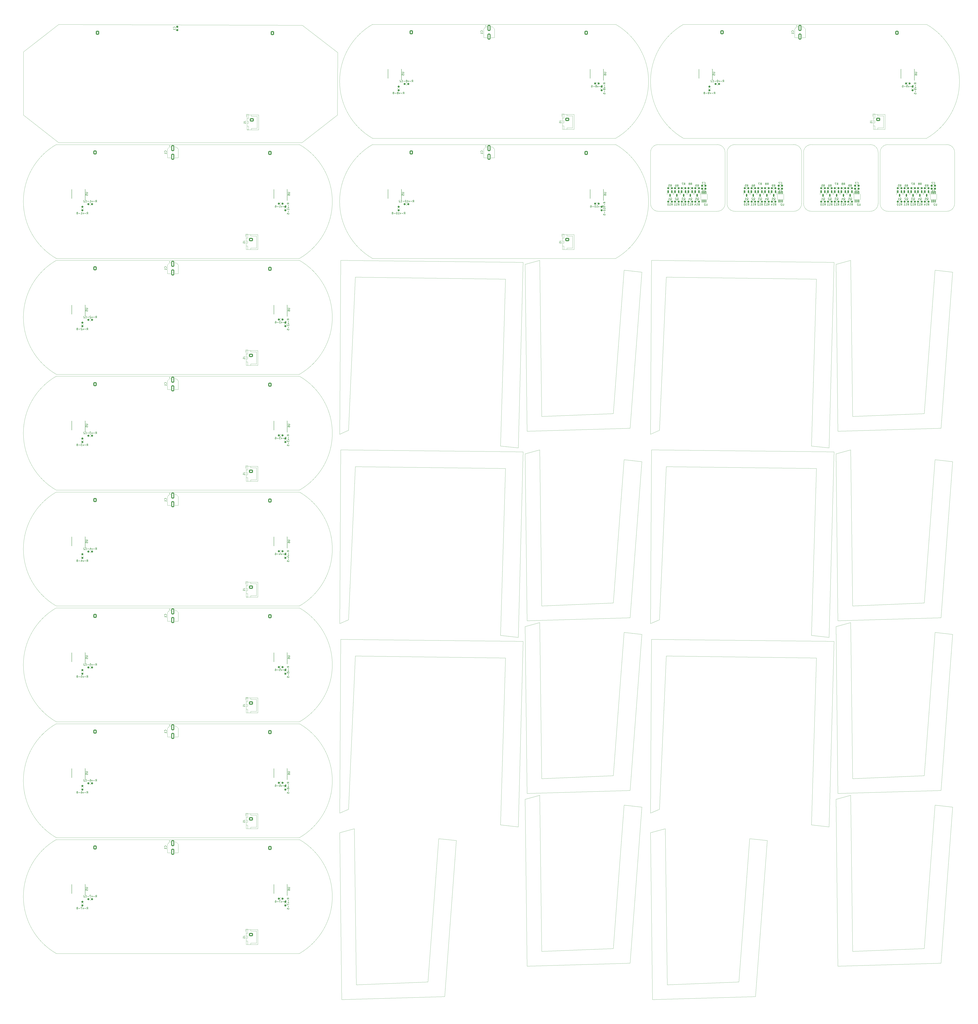
<source format=gbr>
%TF.GenerationSoftware,KiCad,Pcbnew,7.0.6-7.0.6~ubuntu20.04.1*%
%TF.CreationDate,2023-07-11T09:00:17+02:00*%
%TF.ProjectId,output_panel2023-07-11_065927.5376850000,6f757470-7574-45f7-9061-6e656c323032,rev?*%
%TF.SameCoordinates,Original*%
%TF.FileFunction,Legend,Bot*%
%TF.FilePolarity,Positive*%
%FSLAX45Y45*%
G04 Gerber Fmt 4.5, Leading zero omitted, Abs format (unit mm)*
G04 Created by KiCad (PCBNEW 7.0.6-7.0.6~ubuntu20.04.1) date 2023-07-11 09:00:17*
%MOMM*%
%LPD*%
G01*
G04 APERTURE LIST*
G04 Aperture macros list*
%AMRoundRect*
0 Rectangle with rounded corners*
0 $1 Rounding radius*
0 $2 $3 $4 $5 $6 $7 $8 $9 X,Y pos of 4 corners*
0 Add a 4 corners polygon primitive as box body*
4,1,4,$2,$3,$4,$5,$6,$7,$8,$9,$2,$3,0*
0 Add four circle primitives for the rounded corners*
1,1,$1+$1,$2,$3*
1,1,$1+$1,$4,$5*
1,1,$1+$1,$6,$7*
1,1,$1+$1,$8,$9*
0 Add four rect primitives between the rounded corners*
20,1,$1+$1,$2,$3,$4,$5,0*
20,1,$1+$1,$4,$5,$6,$7,0*
20,1,$1+$1,$6,$7,$8,$9,0*
20,1,$1+$1,$8,$9,$2,$3,0*%
G04 Aperture macros list end*
%TA.AperFunction,Profile*%
%ADD10C,0.050000*%
%TD*%
%TA.AperFunction,Profile*%
%ADD11C,0.100000*%
%TD*%
%ADD12C,0.150000*%
%ADD13C,0.120000*%
%ADD14C,5.600000*%
%ADD15R,1.700000X1.700000*%
%ADD16O,1.700000X1.700000*%
%ADD17RoundRect,0.250000X0.600000X0.725000X-0.600000X0.725000X-0.600000X-0.725000X0.600000X-0.725000X0*%
%ADD18O,1.700000X1.950000*%
%ADD19RoundRect,0.237500X-0.250000X-0.237500X0.250000X-0.237500X0.250000X0.237500X-0.250000X0.237500X0*%
%ADD20RoundRect,0.250000X-0.550000X1.250000X-0.550000X-1.250000X0.550000X-1.250000X0.550000X1.250000X0*%
%ADD21RoundRect,0.237500X0.250000X0.237500X-0.250000X0.237500X-0.250000X-0.237500X0.250000X-0.237500X0*%
%ADD22RoundRect,0.250000X-0.750000X0.600000X-0.750000X-0.600000X0.750000X-0.600000X0.750000X0.600000X0*%
%ADD23O,2.000000X1.700000*%
%ADD24R,0.400000X1.000000*%
%ADD25RoundRect,0.150000X-0.150000X0.587500X-0.150000X-0.587500X0.150000X-0.587500X0.150000X0.587500X0*%
%ADD26RoundRect,0.237500X0.300000X0.237500X-0.300000X0.237500X-0.300000X-0.237500X0.300000X-0.237500X0*%
%ADD27RoundRect,0.100000X-0.100000X0.712500X-0.100000X-0.712500X0.100000X-0.712500X0.100000X0.712500X0*%
%ADD28RoundRect,0.237500X0.237500X-0.250000X0.237500X0.250000X-0.237500X0.250000X-0.237500X-0.250000X0*%
%ADD29RoundRect,0.237500X-0.237500X0.300000X-0.237500X-0.300000X0.237500X-0.300000X0.237500X0.300000X0*%
G04 APERTURE END LIST*
D10*
X32017643Y-40219379D02*
X32067643Y-31369379D01*
X14123822Y-17870000D02*
G75*
G03*
X14123822Y-12070000I-1674316J2900000D01*
G01*
X25619977Y-39514585D02*
X25719977Y-48014585D01*
X32817643Y-22569688D02*
X32467643Y-30369688D01*
X46517622Y-39814585D02*
X45967622Y-47114585D01*
D11*
X47517640Y-6570000D02*
G75*
G03*
X47117643Y-6170000I-400000J0D01*
G01*
X32017640Y-9170000D02*
G75*
G03*
X32417643Y-9570000I400000J0D01*
G01*
X47117643Y-9570003D02*
G75*
G03*
X47517643Y-9170000I-3J400003D01*
G01*
X17843821Y-5850000D02*
X30243821Y-5850000D01*
D10*
X42217622Y-12068311D02*
X41467622Y-12268311D01*
X30119977Y-38316294D02*
X26469977Y-38466294D01*
X47417622Y-12668311D02*
X46517622Y-12568311D01*
X22119996Y-41617385D02*
X21219996Y-41517385D01*
X25619977Y-12268311D02*
X25719977Y-20768311D01*
X14123822Y-23770000D02*
G75*
G03*
X14123822Y-17970000I-1674316J2900000D01*
G01*
X25719977Y-39216294D02*
X30969977Y-39066294D01*
X24619998Y-13019997D02*
X16969998Y-12919997D01*
X42317622Y-29668003D02*
X42217622Y-21718003D01*
D11*
X1723822Y-41470000D02*
X14123822Y-41470000D01*
X1850000Y-50000D02*
X14270000Y-90000D01*
D10*
X46517622Y-22218003D02*
X45967622Y-29518003D01*
X40467643Y-32319379D02*
X32817643Y-32219379D01*
D11*
X35917640Y-9170000D02*
G75*
G03*
X36317643Y-9570000I400000J0D01*
G01*
X43617640Y-6570000D02*
G75*
G03*
X43217643Y-6170000I-400000J0D01*
G01*
D10*
X25269998Y-21619997D02*
X24369998Y-21519997D01*
X21219996Y-41517385D02*
X20669996Y-48817385D01*
X26369977Y-21718003D02*
X25619977Y-21918003D01*
X16269995Y-49717385D02*
X21519996Y-49567385D01*
X20669996Y-48817385D02*
X17019996Y-48967385D01*
D11*
X47517643Y-6570000D02*
X47517643Y-9170000D01*
D10*
X41117643Y-31269688D02*
X40217643Y-31169688D01*
X1723822Y-23870000D02*
G75*
G03*
X1723822Y-29670000I1674316J-2900000D01*
G01*
D11*
X16050000Y-4670000D02*
X14250000Y-6070000D01*
D10*
X31569977Y-39914585D02*
X30669977Y-39814585D01*
X16619998Y-30369688D02*
X16169998Y-30569688D01*
D11*
X14270000Y-90000D02*
X16070000Y-1480000D01*
D10*
X30119977Y-47114585D02*
X26469977Y-47264585D01*
X41367643Y-12169997D02*
X41117643Y-21619997D01*
X40217643Y-21519997D02*
X40467643Y-13019997D01*
X40217643Y-40819379D02*
X40467643Y-32319379D01*
X30119977Y-29518003D02*
X26469977Y-29668003D01*
X32817643Y-32219379D02*
X32467643Y-40019379D01*
X46817622Y-30268003D02*
X47417622Y-22318003D01*
X32017643Y-20919997D02*
X32067643Y-12069997D01*
D11*
X1723822Y-35570000D02*
X14123822Y-35570000D01*
X35817640Y-6570000D02*
G75*
G03*
X35417643Y-6170000I-400000J0D01*
G01*
D10*
X16969998Y-32219379D02*
X16619998Y-40019379D01*
X25719977Y-48014585D02*
X30969977Y-47864585D01*
X31569977Y-31116294D02*
X30669977Y-31016294D01*
X30969977Y-30268003D02*
X31569977Y-22318003D01*
X24619998Y-22669688D02*
X16969998Y-22569688D01*
X26469977Y-29668003D02*
X26369977Y-21718003D01*
D11*
X32017643Y-9170000D02*
X32017643Y-6570000D01*
X1723822Y-23770000D02*
X14123822Y-23770000D01*
X44117643Y-6170003D02*
G75*
G03*
X43717643Y-6570000I-3J-399997D01*
G01*
X35417643Y-9570003D02*
G75*
G03*
X35817643Y-9170000I-3J400003D01*
G01*
X1723822Y-23870000D02*
X14123822Y-23870000D01*
D10*
X30669977Y-39814585D02*
X30119977Y-47114585D01*
X32467643Y-40019379D02*
X32017643Y-40219379D01*
X31569977Y-12668311D02*
X30669977Y-12568311D01*
X46817622Y-39066294D02*
X47417622Y-31116294D01*
D11*
X35917643Y-9170000D02*
X35917643Y-6570000D01*
D10*
X1723822Y-12070000D02*
G75*
G03*
X1723822Y-17870000I1674316J-2900000D01*
G01*
X25719977Y-30418003D02*
X30969977Y-30268003D01*
X17019996Y-48967385D02*
X16919996Y-41017385D01*
D11*
X40217643Y-6170003D02*
G75*
G03*
X39817643Y-6570000I-3J-399997D01*
G01*
D10*
X30243821Y-5850000D02*
G75*
G03*
X30243821Y-50000I-1674316J2900000D01*
G01*
X25619977Y-21918003D02*
X25719977Y-30418003D01*
D11*
X1723822Y-17870000D02*
X14123822Y-17870000D01*
D10*
X30669977Y-12568311D02*
X30119977Y-19868311D01*
X26369977Y-12068311D02*
X25619977Y-12268311D01*
X24369998Y-31169688D02*
X24619998Y-22669688D01*
D11*
X50000Y-1450000D02*
X1850000Y-50000D01*
D10*
X25519998Y-31469379D02*
X25269998Y-40919379D01*
X41467622Y-30716294D02*
X41567622Y-39216294D01*
D11*
X35817643Y-6570000D02*
X35817643Y-9170000D01*
D10*
X41567622Y-20768311D02*
X46817622Y-20618311D01*
X45967622Y-38316294D02*
X42317622Y-38466294D01*
X32117640Y-49717385D02*
X37367640Y-49567385D01*
D11*
X1723822Y-41570000D02*
X14123822Y-41570000D01*
D10*
X41117643Y-40919379D02*
X40217643Y-40819379D01*
X14123822Y-29670000D02*
G75*
G03*
X14123822Y-23870000I-1674316J2900000D01*
G01*
D11*
X50000Y-4670000D02*
X50000Y-1450000D01*
D10*
X46817622Y-20618311D02*
X47417622Y-12668311D01*
X16219998Y-12069997D02*
X25519998Y-12169997D01*
D11*
X39717643Y-6570000D02*
X39717643Y-9170000D01*
X39817643Y-9170000D02*
X39817643Y-6570000D01*
X1723822Y-29670000D02*
X14123822Y-29670000D01*
X43717643Y-9170000D02*
X43717643Y-6570000D01*
D10*
X42217622Y-30516294D02*
X41467622Y-30716294D01*
X46091466Y-5850000D02*
G75*
G03*
X46091466Y-50000I-1674316J2900000D01*
G01*
X30669977Y-22218003D02*
X30119977Y-29518003D01*
X32017640Y-41217385D02*
X32117640Y-49717385D01*
X1723822Y-35670000D02*
G75*
G03*
X1723822Y-41470000I1674316J-2900000D01*
G01*
X41367643Y-31469379D02*
X41117643Y-40919379D01*
X16969998Y-12919997D02*
X16619998Y-20719997D01*
X24369998Y-21519997D02*
X24619998Y-13019997D01*
D11*
X1723822Y-47370000D02*
X14123822Y-47370000D01*
X40217643Y-6170000D02*
X43217643Y-6170000D01*
D10*
X42217622Y-39314585D02*
X41467622Y-39514585D01*
X16619998Y-20719997D02*
X16169998Y-20919997D01*
D11*
X43217643Y-9570000D02*
X40217643Y-9570000D01*
D10*
X32017643Y-30569688D02*
X32067643Y-21719688D01*
X40467643Y-13019997D02*
X32817643Y-12919997D01*
D11*
X32417643Y-6170003D02*
G75*
G03*
X32017643Y-6570000I-3J-399997D01*
G01*
D10*
X36517640Y-48817385D02*
X32867640Y-48967385D01*
D11*
X39817640Y-9170000D02*
G75*
G03*
X40217643Y-9570000I400000J0D01*
G01*
D10*
X26469977Y-38466294D02*
X26369977Y-30516294D01*
X16219998Y-21719688D02*
X25519998Y-21819688D01*
D11*
X43217643Y-9570003D02*
G75*
G03*
X43617643Y-9170000I-3J400003D01*
G01*
D10*
X26369977Y-30516294D02*
X25619977Y-30716294D01*
X14123822Y-11970000D02*
G75*
G03*
X14123822Y-6170000I-1674316J2900000D01*
G01*
D11*
X39317643Y-9570000D02*
X36317643Y-9570000D01*
D10*
X25519998Y-21819688D02*
X25269998Y-31269688D01*
D11*
X1723822Y-17970000D02*
X14123822Y-17970000D01*
X47117643Y-9570000D02*
X44117643Y-9570000D01*
D10*
X37967640Y-41617385D02*
X37067640Y-41517385D01*
X41567622Y-39216294D02*
X46817622Y-39066294D01*
X16219998Y-31369379D02*
X25519998Y-31469379D01*
X30969977Y-47864585D02*
X31569977Y-39914585D01*
X40217643Y-31169688D02*
X40467643Y-22669688D01*
X21519996Y-49567385D02*
X22119996Y-41617385D01*
D11*
X43717640Y-9170000D02*
G75*
G03*
X44117643Y-9570000I400000J0D01*
G01*
D10*
X46517622Y-31016294D02*
X45967622Y-38316294D01*
X40467643Y-22669688D02*
X32817643Y-22569688D01*
D11*
X43617643Y-6570000D02*
X43617643Y-9170000D01*
D10*
X47417622Y-22318003D02*
X46517622Y-22218003D01*
X41567622Y-48014585D02*
X46817622Y-47864585D01*
D11*
X17843821Y-50000D02*
X30243821Y-50000D01*
D10*
X32867640Y-48967385D02*
X32767640Y-41017385D01*
X32067643Y-21719688D02*
X41367643Y-21819688D01*
D11*
X32417643Y-6170000D02*
X35417643Y-6170000D01*
D10*
X41467622Y-39514585D02*
X41567622Y-48014585D01*
X16969998Y-22569688D02*
X16619998Y-30369688D01*
D11*
X36317643Y-6170003D02*
G75*
G03*
X35917643Y-6570000I-3J-399997D01*
G01*
D10*
X26469977Y-47264585D02*
X26369977Y-39314585D01*
D11*
X44117643Y-6170000D02*
X47117643Y-6170000D01*
D10*
X37367640Y-49567385D02*
X37967640Y-41617385D01*
X41467622Y-21918003D02*
X41567622Y-30418003D01*
X42217622Y-21718003D02*
X41467622Y-21918003D01*
X30243821Y-11970000D02*
G75*
G03*
X30243821Y-6170000I-1674316J2900000D01*
G01*
X25719977Y-20768311D02*
X30969977Y-20618311D01*
X1723822Y-17970000D02*
G75*
G03*
X1723822Y-23770000I1674316J-2900000D01*
G01*
X24369998Y-40819379D02*
X24619998Y-32319379D01*
X17843822Y-6170000D02*
G75*
G03*
X17843821Y-11970000I1674316J-2900000D01*
G01*
X32467643Y-20719997D02*
X32017643Y-20919997D01*
X41117643Y-21619997D02*
X40217643Y-21519997D01*
D11*
X36317643Y-6170000D02*
X39317643Y-6170000D01*
D10*
X31569977Y-22318003D02*
X30669977Y-22218003D01*
X42317622Y-20018311D02*
X42217622Y-12068311D01*
X14123822Y-47370000D02*
G75*
G03*
X14123822Y-41570000I-1674316J2900000D01*
G01*
X32467643Y-30369688D02*
X32017643Y-30569688D01*
X30969977Y-20618311D02*
X31569977Y-12668311D01*
X17843821Y-50000D02*
G75*
G03*
X17843821Y-5850000I1674316J-2900000D01*
G01*
X30119977Y-19868311D02*
X26469977Y-20018311D01*
X16919996Y-41017385D02*
X16169995Y-41217385D01*
D11*
X39317643Y-9570003D02*
G75*
G03*
X39717643Y-9170000I-3J400003D01*
G01*
D10*
X25269998Y-40919379D02*
X24369998Y-40819379D01*
D11*
X1723822Y-35670000D02*
X14123822Y-35670000D01*
X17843821Y-11970000D02*
X30243821Y-11970000D01*
D10*
X42317622Y-47264585D02*
X42217622Y-39314585D01*
X1723822Y-29770000D02*
G75*
G03*
X1723822Y-35570000I1674316J-2900000D01*
G01*
D11*
X1723822Y-29770000D02*
X14123822Y-29770000D01*
X39717640Y-6570000D02*
G75*
G03*
X39317643Y-6170000I-400000J0D01*
G01*
D10*
X30669977Y-31016294D02*
X30119977Y-38316294D01*
X14123822Y-41470000D02*
G75*
G03*
X14123822Y-35670000I-1674316J2900000D01*
G01*
D11*
X1723822Y-6170000D02*
X14123822Y-6170000D01*
D10*
X25619977Y-30716294D02*
X25719977Y-39216294D01*
D11*
X33691466Y-50000D02*
X46091466Y-50000D01*
D10*
X32767640Y-41017385D02*
X32017640Y-41217385D01*
D11*
X1850000Y-6070000D02*
X50000Y-4670000D01*
D10*
X16169998Y-30569688D02*
X16219998Y-21719688D01*
X32817643Y-12919997D02*
X32467643Y-20719997D01*
X26369977Y-39314585D02*
X25619977Y-39514585D01*
D11*
X33691466Y-5850000D02*
X46091466Y-5850000D01*
D10*
X24619998Y-32319379D02*
X16969998Y-32219379D01*
X41467622Y-12268311D02*
X41567622Y-20768311D01*
X33691466Y-50000D02*
G75*
G03*
X33691466Y-5850000I1674316J-2900000D01*
G01*
X45967622Y-29518003D02*
X42317622Y-29668003D01*
D11*
X1723822Y-11970000D02*
X14123822Y-11970000D01*
X35417643Y-9570000D02*
X32417643Y-9570000D01*
D10*
X25519998Y-12169997D02*
X25269998Y-21619997D01*
X45967622Y-47114585D02*
X42317622Y-47264585D01*
X46517622Y-12568311D02*
X45967622Y-19868311D01*
D11*
X14250000Y-6070000D02*
X1850000Y-6070000D01*
D10*
X37067640Y-41517385D02*
X36517640Y-48817385D01*
X41367643Y-21819688D02*
X41117643Y-31269688D01*
X1723822Y-41570000D02*
G75*
G03*
X1723822Y-47370000I1674316J-2900000D01*
G01*
D11*
X16070000Y-1480000D02*
X16050000Y-4670000D01*
D10*
X14123822Y-35570000D02*
G75*
G03*
X14123822Y-29770000I-1674316J2900000D01*
G01*
D11*
X1723822Y-12070000D02*
X14123822Y-12070000D01*
D10*
X16169995Y-41217385D02*
X16269995Y-49717385D01*
X30969977Y-39066294D02*
X31569977Y-31116294D01*
D11*
X17843821Y-6170000D02*
X30243821Y-6170000D01*
D10*
X46817622Y-47864585D02*
X47417622Y-39914585D01*
X25269998Y-31269688D02*
X24369998Y-31169688D01*
X16169998Y-20919997D02*
X16219998Y-12069997D01*
X26469977Y-20018311D02*
X26369977Y-12068311D01*
X16619998Y-40019379D02*
X16169998Y-40219379D01*
X42317622Y-38466294D02*
X42217622Y-30516294D01*
X47417622Y-31116294D02*
X46517622Y-31016294D01*
X41567622Y-30418003D02*
X46817622Y-30268003D01*
X47417622Y-39914585D02*
X46517622Y-39814585D01*
X1723822Y-6170000D02*
G75*
G03*
X1723822Y-11970000I1674316J-2900000D01*
G01*
X45967622Y-19868311D02*
X42317622Y-20018311D01*
X32067643Y-31369379D02*
X41367643Y-31469379D01*
X16169998Y-40219379D02*
X16219998Y-31369379D01*
X32067643Y-12069997D02*
X41367643Y-12169997D01*
D12*
X38309310Y-8305482D02*
X38342643Y-8257862D01*
X38366453Y-8305482D02*
X38366453Y-8205482D01*
X38366453Y-8205482D02*
X38328358Y-8205482D01*
X38328358Y-8205482D02*
X38318834Y-8210243D01*
X38318834Y-8210243D02*
X38314072Y-8215005D01*
X38314072Y-8215005D02*
X38309310Y-8224529D01*
X38309310Y-8224529D02*
X38309310Y-8238815D01*
X38309310Y-8238815D02*
X38314072Y-8248339D01*
X38314072Y-8248339D02*
X38318834Y-8253101D01*
X38318834Y-8253101D02*
X38328358Y-8257862D01*
X38328358Y-8257862D02*
X38366453Y-8257862D01*
X38261691Y-8305482D02*
X38242643Y-8305482D01*
X38242643Y-8305482D02*
X38233120Y-8300720D01*
X38233120Y-8300720D02*
X38228358Y-8295958D01*
X38228358Y-8295958D02*
X38218834Y-8281672D01*
X38218834Y-8281672D02*
X38214072Y-8262624D01*
X38214072Y-8262624D02*
X38214072Y-8224529D01*
X38214072Y-8224529D02*
X38218834Y-8215005D01*
X38218834Y-8215005D02*
X38223596Y-8210243D01*
X38223596Y-8210243D02*
X38233120Y-8205482D01*
X38233120Y-8205482D02*
X38252167Y-8205482D01*
X38252167Y-8205482D02*
X38261691Y-8210243D01*
X38261691Y-8210243D02*
X38266453Y-8215005D01*
X38266453Y-8215005D02*
X38271215Y-8224529D01*
X38271215Y-8224529D02*
X38271215Y-8248339D01*
X38271215Y-8248339D02*
X38266453Y-8257862D01*
X38266453Y-8257862D02*
X38261691Y-8262624D01*
X38261691Y-8262624D02*
X38252167Y-8267386D01*
X38252167Y-8267386D02*
X38233120Y-8267386D01*
X38233120Y-8267386D02*
X38223596Y-8262624D01*
X38223596Y-8262624D02*
X38218834Y-8257862D01*
X38218834Y-8257862D02*
X38214072Y-8248339D01*
X41174310Y-8305482D02*
X41207643Y-8257862D01*
X41231453Y-8305482D02*
X41231453Y-8205482D01*
X41231453Y-8205482D02*
X41193358Y-8205482D01*
X41193358Y-8205482D02*
X41183834Y-8210243D01*
X41183834Y-8210243D02*
X41179072Y-8215005D01*
X41179072Y-8215005D02*
X41174310Y-8224529D01*
X41174310Y-8224529D02*
X41174310Y-8238815D01*
X41174310Y-8238815D02*
X41179072Y-8248339D01*
X41179072Y-8248339D02*
X41183834Y-8253101D01*
X41183834Y-8253101D02*
X41193358Y-8257862D01*
X41193358Y-8257862D02*
X41231453Y-8257862D01*
X41088596Y-8205482D02*
X41107643Y-8205482D01*
X41107643Y-8205482D02*
X41117167Y-8210243D01*
X41117167Y-8210243D02*
X41121929Y-8215005D01*
X41121929Y-8215005D02*
X41131453Y-8229291D01*
X41131453Y-8229291D02*
X41136215Y-8248339D01*
X41136215Y-8248339D02*
X41136215Y-8286434D01*
X41136215Y-8286434D02*
X41131453Y-8295958D01*
X41131453Y-8295958D02*
X41126691Y-8300720D01*
X41126691Y-8300720D02*
X41117167Y-8305482D01*
X41117167Y-8305482D02*
X41098120Y-8305482D01*
X41098120Y-8305482D02*
X41088596Y-8300720D01*
X41088596Y-8300720D02*
X41083834Y-8295958D01*
X41083834Y-8295958D02*
X41079072Y-8286434D01*
X41079072Y-8286434D02*
X41079072Y-8262624D01*
X41079072Y-8262624D02*
X41083834Y-8253101D01*
X41083834Y-8253101D02*
X41088596Y-8248339D01*
X41088596Y-8248339D02*
X41098120Y-8243577D01*
X41098120Y-8243577D02*
X41117167Y-8243577D01*
X41117167Y-8243577D02*
X41126691Y-8248339D01*
X41126691Y-8248339D02*
X41131453Y-8253101D01*
X41131453Y-8253101D02*
X41136215Y-8262624D01*
X44776929Y-9268482D02*
X44810262Y-9220863D01*
X44834072Y-9268482D02*
X44834072Y-9168482D01*
X44834072Y-9168482D02*
X44795977Y-9168482D01*
X44795977Y-9168482D02*
X44786453Y-9173244D01*
X44786453Y-9173244D02*
X44781691Y-9178005D01*
X44781691Y-9178005D02*
X44776929Y-9187529D01*
X44776929Y-9187529D02*
X44776929Y-9201815D01*
X44776929Y-9201815D02*
X44781691Y-9211339D01*
X44781691Y-9211339D02*
X44786453Y-9216101D01*
X44786453Y-9216101D02*
X44795977Y-9220863D01*
X44795977Y-9220863D02*
X44834072Y-9220863D01*
X44681691Y-9268482D02*
X44738834Y-9268482D01*
X44710262Y-9268482D02*
X44710262Y-9168482D01*
X44710262Y-9168482D02*
X44719786Y-9182767D01*
X44719786Y-9182767D02*
X44729310Y-9192291D01*
X44729310Y-9192291D02*
X44738834Y-9197053D01*
X44619786Y-9168482D02*
X44610262Y-9168482D01*
X44610262Y-9168482D02*
X44600739Y-9173244D01*
X44600739Y-9173244D02*
X44595977Y-9178005D01*
X44595977Y-9178005D02*
X44591215Y-9187529D01*
X44591215Y-9187529D02*
X44586453Y-9206577D01*
X44586453Y-9206577D02*
X44586453Y-9230386D01*
X44586453Y-9230386D02*
X44591215Y-9249434D01*
X44591215Y-9249434D02*
X44595977Y-9258958D01*
X44595977Y-9258958D02*
X44600739Y-9263720D01*
X44600739Y-9263720D02*
X44610262Y-9268482D01*
X44610262Y-9268482D02*
X44619786Y-9268482D01*
X44619786Y-9268482D02*
X44629310Y-9263720D01*
X44629310Y-9263720D02*
X44634072Y-9258958D01*
X44634072Y-9258958D02*
X44638834Y-9249434D01*
X44638834Y-9249434D02*
X44643596Y-9230386D01*
X44643596Y-9230386D02*
X44643596Y-9206577D01*
X44643596Y-9206577D02*
X44638834Y-9187529D01*
X44638834Y-9187529D02*
X44634072Y-9178005D01*
X44634072Y-9178005D02*
X44629310Y-9173244D01*
X44629310Y-9173244D02*
X44619786Y-9168482D01*
X13391013Y-27068482D02*
X13424346Y-27020862D01*
X13448155Y-27068482D02*
X13448155Y-26968482D01*
X13448155Y-26968482D02*
X13410060Y-26968482D01*
X13410060Y-26968482D02*
X13400536Y-26973243D01*
X13400536Y-26973243D02*
X13395774Y-26978005D01*
X13395774Y-26978005D02*
X13391013Y-26987529D01*
X13391013Y-26987529D02*
X13391013Y-27001815D01*
X13391013Y-27001815D02*
X13395774Y-27011339D01*
X13395774Y-27011339D02*
X13400536Y-27016101D01*
X13400536Y-27016101D02*
X13410060Y-27020862D01*
X13410060Y-27020862D02*
X13448155Y-27020862D01*
X13348155Y-27030386D02*
X13271965Y-27030386D01*
X13233870Y-27001815D02*
X13210060Y-27068482D01*
X13210060Y-27068482D02*
X13186251Y-27001815D01*
X13105298Y-27001815D02*
X13105298Y-27068482D01*
X13129108Y-26963720D02*
X13152917Y-27035148D01*
X13152917Y-27035148D02*
X13091013Y-27035148D01*
X13052917Y-27030386D02*
X12976727Y-27030386D01*
X12886251Y-26968482D02*
X12905298Y-26968482D01*
X12905298Y-26968482D02*
X12914822Y-26973243D01*
X12914822Y-26973243D02*
X12919584Y-26978005D01*
X12919584Y-26978005D02*
X12929108Y-26992291D01*
X12929108Y-26992291D02*
X12933870Y-27011339D01*
X12933870Y-27011339D02*
X12933870Y-27049434D01*
X12933870Y-27049434D02*
X12929108Y-27058958D01*
X12929108Y-27058958D02*
X12924346Y-27063720D01*
X12924346Y-27063720D02*
X12914822Y-27068482D01*
X12914822Y-27068482D02*
X12895774Y-27068482D01*
X12895774Y-27068482D02*
X12886251Y-27063720D01*
X12886251Y-27063720D02*
X12881489Y-27058958D01*
X12881489Y-27058958D02*
X12876727Y-27049434D01*
X12876727Y-27049434D02*
X12876727Y-27025624D01*
X12876727Y-27025624D02*
X12881489Y-27016101D01*
X12881489Y-27016101D02*
X12886251Y-27011339D01*
X12886251Y-27011339D02*
X12895774Y-27006577D01*
X12895774Y-27006577D02*
X12914822Y-27006577D01*
X12914822Y-27006577D02*
X12924346Y-27011339D01*
X12924346Y-27011339D02*
X12929108Y-27016101D01*
X12929108Y-27016101D02*
X12933870Y-27025624D01*
X33766929Y-9268482D02*
X33800262Y-9220863D01*
X33824072Y-9268482D02*
X33824072Y-9168482D01*
X33824072Y-9168482D02*
X33785977Y-9168482D01*
X33785977Y-9168482D02*
X33776453Y-9173244D01*
X33776453Y-9173244D02*
X33771691Y-9178005D01*
X33771691Y-9178005D02*
X33766929Y-9187529D01*
X33766929Y-9187529D02*
X33766929Y-9201815D01*
X33766929Y-9201815D02*
X33771691Y-9211339D01*
X33771691Y-9211339D02*
X33776453Y-9216101D01*
X33776453Y-9216101D02*
X33785977Y-9220863D01*
X33785977Y-9220863D02*
X33824072Y-9220863D01*
X33671691Y-9268482D02*
X33728834Y-9268482D01*
X33700262Y-9268482D02*
X33700262Y-9168482D01*
X33700262Y-9168482D02*
X33709786Y-9182767D01*
X33709786Y-9182767D02*
X33719310Y-9192291D01*
X33719310Y-9192291D02*
X33728834Y-9197053D01*
X33633596Y-9178005D02*
X33628834Y-9173244D01*
X33628834Y-9173244D02*
X33619310Y-9168482D01*
X33619310Y-9168482D02*
X33595501Y-9168482D01*
X33595501Y-9168482D02*
X33585977Y-9173244D01*
X33585977Y-9173244D02*
X33581215Y-9178005D01*
X33581215Y-9178005D02*
X33576453Y-9187529D01*
X33576453Y-9187529D02*
X33576453Y-9197053D01*
X33576453Y-9197053D02*
X33581215Y-9211339D01*
X33581215Y-9211339D02*
X33638358Y-9268482D01*
X33638358Y-9268482D02*
X33576453Y-9268482D01*
X41566929Y-9268482D02*
X41600262Y-9220863D01*
X41624072Y-9268482D02*
X41624072Y-9168482D01*
X41624072Y-9168482D02*
X41585977Y-9168482D01*
X41585977Y-9168482D02*
X41576453Y-9173244D01*
X41576453Y-9173244D02*
X41571691Y-9178005D01*
X41571691Y-9178005D02*
X41566929Y-9187529D01*
X41566929Y-9187529D02*
X41566929Y-9201815D01*
X41566929Y-9201815D02*
X41571691Y-9211339D01*
X41571691Y-9211339D02*
X41576453Y-9216101D01*
X41576453Y-9216101D02*
X41585977Y-9220863D01*
X41585977Y-9220863D02*
X41624072Y-9220863D01*
X41471691Y-9268482D02*
X41528834Y-9268482D01*
X41500262Y-9268482D02*
X41500262Y-9168482D01*
X41500262Y-9168482D02*
X41509786Y-9182767D01*
X41509786Y-9182767D02*
X41519310Y-9192291D01*
X41519310Y-9192291D02*
X41528834Y-9197053D01*
X41433596Y-9178005D02*
X41428834Y-9173244D01*
X41428834Y-9173244D02*
X41419310Y-9168482D01*
X41419310Y-9168482D02*
X41395501Y-9168482D01*
X41395501Y-9168482D02*
X41385977Y-9173244D01*
X41385977Y-9173244D02*
X41381215Y-9178005D01*
X41381215Y-9178005D02*
X41376453Y-9187529D01*
X41376453Y-9187529D02*
X41376453Y-9197053D01*
X41376453Y-9197053D02*
X41381215Y-9211339D01*
X41381215Y-9211339D02*
X41438358Y-9268482D01*
X41438358Y-9268482D02*
X41376453Y-9268482D01*
X7332780Y-24250333D02*
X7337542Y-24245571D01*
X7337542Y-24245571D02*
X7342304Y-24231285D01*
X7342304Y-24231285D02*
X7342304Y-24221762D01*
X7342304Y-24221762D02*
X7337542Y-24207476D01*
X7337542Y-24207476D02*
X7328018Y-24197952D01*
X7328018Y-24197952D02*
X7318494Y-24193190D01*
X7318494Y-24193190D02*
X7299447Y-24188428D01*
X7299447Y-24188428D02*
X7285161Y-24188428D01*
X7285161Y-24188428D02*
X7266114Y-24193190D01*
X7266114Y-24193190D02*
X7256590Y-24197952D01*
X7256590Y-24197952D02*
X7247066Y-24207476D01*
X7247066Y-24207476D02*
X7242304Y-24221762D01*
X7242304Y-24221762D02*
X7242304Y-24231285D01*
X7242304Y-24231285D02*
X7247066Y-24245571D01*
X7247066Y-24245571D02*
X7251828Y-24250333D01*
X7342304Y-24345571D02*
X7342304Y-24288428D01*
X7342304Y-24317000D02*
X7242304Y-24317000D01*
X7242304Y-24317000D02*
X7256590Y-24307476D01*
X7256590Y-24307476D02*
X7266114Y-24297952D01*
X7266114Y-24297952D02*
X7270875Y-24288428D01*
X37666929Y-9268482D02*
X37700262Y-9220863D01*
X37724072Y-9268482D02*
X37724072Y-9168482D01*
X37724072Y-9168482D02*
X37685977Y-9168482D01*
X37685977Y-9168482D02*
X37676453Y-9173244D01*
X37676453Y-9173244D02*
X37671691Y-9178005D01*
X37671691Y-9178005D02*
X37666929Y-9187529D01*
X37666929Y-9187529D02*
X37666929Y-9201815D01*
X37666929Y-9201815D02*
X37671691Y-9211339D01*
X37671691Y-9211339D02*
X37676453Y-9216101D01*
X37676453Y-9216101D02*
X37685977Y-9220863D01*
X37685977Y-9220863D02*
X37724072Y-9220863D01*
X37571691Y-9268482D02*
X37628834Y-9268482D01*
X37600262Y-9268482D02*
X37600262Y-9168482D01*
X37600262Y-9168482D02*
X37609786Y-9182767D01*
X37609786Y-9182767D02*
X37619310Y-9192291D01*
X37619310Y-9192291D02*
X37628834Y-9197053D01*
X37533596Y-9178005D02*
X37528834Y-9173244D01*
X37528834Y-9173244D02*
X37519310Y-9168482D01*
X37519310Y-9168482D02*
X37495501Y-9168482D01*
X37495501Y-9168482D02*
X37485977Y-9173244D01*
X37485977Y-9173244D02*
X37481215Y-9178005D01*
X37481215Y-9178005D02*
X37476453Y-9187529D01*
X37476453Y-9187529D02*
X37476453Y-9197053D01*
X37476453Y-9197053D02*
X37481215Y-9211339D01*
X37481215Y-9211339D02*
X37538358Y-9268482D01*
X37538358Y-9268482D02*
X37476453Y-9268482D01*
X3728632Y-9102482D02*
X3761965Y-9054863D01*
X3785774Y-9102482D02*
X3785774Y-9002482D01*
X3785774Y-9002482D02*
X3747679Y-9002482D01*
X3747679Y-9002482D02*
X3738155Y-9007244D01*
X3738155Y-9007244D02*
X3733394Y-9012005D01*
X3733394Y-9012005D02*
X3728632Y-9021529D01*
X3728632Y-9021529D02*
X3728632Y-9035815D01*
X3728632Y-9035815D02*
X3733394Y-9045339D01*
X3733394Y-9045339D02*
X3738155Y-9050101D01*
X3738155Y-9050101D02*
X3747679Y-9054863D01*
X3747679Y-9054863D02*
X3785774Y-9054863D01*
X3685774Y-9064386D02*
X3609584Y-9064386D01*
X3571489Y-9035815D02*
X3547679Y-9102482D01*
X3547679Y-9102482D02*
X3523870Y-9035815D01*
X3433394Y-9102482D02*
X3490536Y-9102482D01*
X3461965Y-9102482D02*
X3461965Y-9002482D01*
X3461965Y-9002482D02*
X3471489Y-9016767D01*
X3471489Y-9016767D02*
X3481013Y-9026291D01*
X3481013Y-9026291D02*
X3490536Y-9031053D01*
X3390536Y-9064386D02*
X3314346Y-9064386D01*
X3214346Y-9102482D02*
X3271489Y-9102482D01*
X3242917Y-9102482D02*
X3242917Y-9002482D01*
X3242917Y-9002482D02*
X3252441Y-9016767D01*
X3252441Y-9016767D02*
X3261965Y-9026291D01*
X3261965Y-9026291D02*
X3271489Y-9031053D01*
X3176251Y-9012005D02*
X3171489Y-9007244D01*
X3171489Y-9007244D02*
X3161965Y-9002482D01*
X3161965Y-9002482D02*
X3138155Y-9002482D01*
X3138155Y-9002482D02*
X3128632Y-9007244D01*
X3128632Y-9007244D02*
X3123870Y-9012005D01*
X3123870Y-9012005D02*
X3119108Y-9021529D01*
X3119108Y-9021529D02*
X3119108Y-9031053D01*
X3119108Y-9031053D02*
X3123870Y-9045339D01*
X3123870Y-9045339D02*
X3181013Y-9102482D01*
X3181013Y-9102482D02*
X3119108Y-9102482D01*
X11280482Y-5001666D02*
X11351910Y-5001666D01*
X11351910Y-5001666D02*
X11366196Y-4996904D01*
X11366196Y-4996904D02*
X11375720Y-4987381D01*
X11375720Y-4987381D02*
X11380482Y-4973095D01*
X11380482Y-4973095D02*
X11380482Y-4963571D01*
X11380482Y-5101666D02*
X11380482Y-5044524D01*
X11380482Y-5073095D02*
X11280482Y-5073095D01*
X11280482Y-5073095D02*
X11294768Y-5063571D01*
X11294768Y-5063571D02*
X11304291Y-5054047D01*
X11304291Y-5054047D02*
X11309053Y-5044524D01*
X29558631Y-9368482D02*
X29591964Y-9320863D01*
X29615773Y-9368482D02*
X29615773Y-9268482D01*
X29615773Y-9268482D02*
X29577678Y-9268482D01*
X29577678Y-9268482D02*
X29568154Y-9273244D01*
X29568154Y-9273244D02*
X29563393Y-9278005D01*
X29563393Y-9278005D02*
X29558631Y-9287529D01*
X29558631Y-9287529D02*
X29558631Y-9301815D01*
X29558631Y-9301815D02*
X29563393Y-9311339D01*
X29563393Y-9311339D02*
X29568154Y-9316101D01*
X29568154Y-9316101D02*
X29577678Y-9320863D01*
X29577678Y-9320863D02*
X29615773Y-9320863D01*
X29515773Y-9330386D02*
X29439583Y-9330386D01*
X29401488Y-9301815D02*
X29377678Y-9368482D01*
X29377678Y-9368482D02*
X29353869Y-9301815D01*
X29263393Y-9368482D02*
X29320535Y-9368482D01*
X29291964Y-9368482D02*
X29291964Y-9268482D01*
X29291964Y-9268482D02*
X29301488Y-9282767D01*
X29301488Y-9282767D02*
X29311012Y-9292291D01*
X29311012Y-9292291D02*
X29320535Y-9297053D01*
X29201488Y-9268482D02*
X29191964Y-9268482D01*
X29191964Y-9268482D02*
X29182440Y-9273244D01*
X29182440Y-9273244D02*
X29177678Y-9278005D01*
X29177678Y-9278005D02*
X29172916Y-9287529D01*
X29172916Y-9287529D02*
X29168154Y-9306577D01*
X29168154Y-9306577D02*
X29168154Y-9330386D01*
X29168154Y-9330386D02*
X29172916Y-9349434D01*
X29172916Y-9349434D02*
X29177678Y-9358958D01*
X29177678Y-9358958D02*
X29182440Y-9363720D01*
X29182440Y-9363720D02*
X29191964Y-9368482D01*
X29191964Y-9368482D02*
X29201488Y-9368482D01*
X29201488Y-9368482D02*
X29211012Y-9363720D01*
X29211012Y-9363720D02*
X29215773Y-9358958D01*
X29215773Y-9358958D02*
X29220535Y-9349434D01*
X29220535Y-9349434D02*
X29225297Y-9330386D01*
X29225297Y-9330386D02*
X29225297Y-9306577D01*
X29225297Y-9306577D02*
X29220535Y-9287529D01*
X29220535Y-9287529D02*
X29215773Y-9278005D01*
X29215773Y-9278005D02*
X29211012Y-9273244D01*
X29211012Y-9273244D02*
X29201488Y-9268482D01*
X29125297Y-9330386D02*
X29049107Y-9330386D01*
X28958631Y-9268482D02*
X28977678Y-9268482D01*
X28977678Y-9268482D02*
X28987202Y-9273244D01*
X28987202Y-9273244D02*
X28991964Y-9278005D01*
X28991964Y-9278005D02*
X29001488Y-9292291D01*
X29001488Y-9292291D02*
X29006250Y-9311339D01*
X29006250Y-9311339D02*
X29006250Y-9349434D01*
X29006250Y-9349434D02*
X29001488Y-9358958D01*
X29001488Y-9358958D02*
X28996726Y-9363720D01*
X28996726Y-9363720D02*
X28987202Y-9368482D01*
X28987202Y-9368482D02*
X28968154Y-9368482D01*
X28968154Y-9368482D02*
X28958631Y-9363720D01*
X28958631Y-9363720D02*
X28953869Y-9358958D01*
X28953869Y-9358958D02*
X28949107Y-9349434D01*
X28949107Y-9349434D02*
X28949107Y-9325624D01*
X28949107Y-9325624D02*
X28953869Y-9316101D01*
X28953869Y-9316101D02*
X28958631Y-9311339D01*
X28958631Y-9311339D02*
X28968154Y-9306577D01*
X28968154Y-9306577D02*
X28987202Y-9306577D01*
X28987202Y-9306577D02*
X28996726Y-9311339D01*
X28996726Y-9311339D02*
X29001488Y-9316101D01*
X29001488Y-9316101D02*
X29006250Y-9325624D01*
X29650303Y-8603809D02*
X29731255Y-8603809D01*
X29731255Y-8603809D02*
X29740779Y-8608571D01*
X29740779Y-8608571D02*
X29745541Y-8613333D01*
X29745541Y-8613333D02*
X29750303Y-8622857D01*
X29750303Y-8622857D02*
X29750303Y-8641904D01*
X29750303Y-8641904D02*
X29745541Y-8651428D01*
X29745541Y-8651428D02*
X29740779Y-8656190D01*
X29740779Y-8656190D02*
X29731255Y-8660952D01*
X29731255Y-8660952D02*
X29650303Y-8660952D01*
X29650303Y-8751428D02*
X29650303Y-8732381D01*
X29650303Y-8732381D02*
X29655065Y-8722857D01*
X29655065Y-8722857D02*
X29659827Y-8718095D01*
X29659827Y-8718095D02*
X29674113Y-8708571D01*
X29674113Y-8708571D02*
X29693160Y-8703809D01*
X29693160Y-8703809D02*
X29731255Y-8703809D01*
X29731255Y-8703809D02*
X29740779Y-8708571D01*
X29740779Y-8708571D02*
X29745541Y-8713333D01*
X29745541Y-8713333D02*
X29750303Y-8722857D01*
X29750303Y-8722857D02*
X29750303Y-8741904D01*
X29750303Y-8741904D02*
X29745541Y-8751428D01*
X29745541Y-8751428D02*
X29740779Y-8756190D01*
X29740779Y-8756190D02*
X29731255Y-8760952D01*
X29731255Y-8760952D02*
X29707446Y-8760952D01*
X29707446Y-8760952D02*
X29697922Y-8756190D01*
X29697922Y-8756190D02*
X29693160Y-8751428D01*
X29693160Y-8751428D02*
X29688398Y-8741904D01*
X29688398Y-8741904D02*
X29688398Y-8722857D01*
X29688398Y-8722857D02*
X29693160Y-8713333D01*
X29693160Y-8713333D02*
X29697922Y-8708571D01*
X29697922Y-8708571D02*
X29707446Y-8703809D01*
X42202167Y-8995005D02*
X42211691Y-8990244D01*
X42211691Y-8990244D02*
X42221215Y-8980720D01*
X42221215Y-8980720D02*
X42235501Y-8966434D01*
X42235501Y-8966434D02*
X42245024Y-8961672D01*
X42245024Y-8961672D02*
X42254548Y-8961672D01*
X42249786Y-8985482D02*
X42259310Y-8980720D01*
X42259310Y-8980720D02*
X42268834Y-8971196D01*
X42268834Y-8971196D02*
X42273596Y-8952148D01*
X42273596Y-8952148D02*
X42273596Y-8918815D01*
X42273596Y-8918815D02*
X42268834Y-8899767D01*
X42268834Y-8899767D02*
X42259310Y-8890244D01*
X42259310Y-8890244D02*
X42249786Y-8885482D01*
X42249786Y-8885482D02*
X42230739Y-8885482D01*
X42230739Y-8885482D02*
X42221215Y-8890244D01*
X42221215Y-8890244D02*
X42211691Y-8899767D01*
X42211691Y-8899767D02*
X42206929Y-8918815D01*
X42206929Y-8918815D02*
X42206929Y-8952148D01*
X42206929Y-8952148D02*
X42211691Y-8971196D01*
X42211691Y-8971196D02*
X42221215Y-8980720D01*
X42221215Y-8980720D02*
X42230739Y-8985482D01*
X42230739Y-8985482D02*
X42249786Y-8985482D01*
X42116453Y-8885482D02*
X42164072Y-8885482D01*
X42164072Y-8885482D02*
X42168834Y-8933101D01*
X42168834Y-8933101D02*
X42164072Y-8928339D01*
X42164072Y-8928339D02*
X42154548Y-8923577D01*
X42154548Y-8923577D02*
X42130739Y-8923577D01*
X42130739Y-8923577D02*
X42121215Y-8928339D01*
X42121215Y-8928339D02*
X42116453Y-8933101D01*
X42116453Y-8933101D02*
X42111691Y-8942624D01*
X42111691Y-8942624D02*
X42111691Y-8966434D01*
X42111691Y-8966434D02*
X42116453Y-8975958D01*
X42116453Y-8975958D02*
X42121215Y-8980720D01*
X42121215Y-8980720D02*
X42130739Y-8985482D01*
X42130739Y-8985482D02*
X42154548Y-8985482D01*
X42154548Y-8985482D02*
X42164072Y-8980720D01*
X42164072Y-8980720D02*
X42168834Y-8975958D01*
X46449310Y-8175958D02*
X46454072Y-8180720D01*
X46454072Y-8180720D02*
X46468358Y-8185482D01*
X46468358Y-8185482D02*
X46477881Y-8185482D01*
X46477881Y-8185482D02*
X46492167Y-8180720D01*
X46492167Y-8180720D02*
X46501691Y-8171196D01*
X46501691Y-8171196D02*
X46506453Y-8161672D01*
X46506453Y-8161672D02*
X46511215Y-8142624D01*
X46511215Y-8142624D02*
X46511215Y-8128339D01*
X46511215Y-8128339D02*
X46506453Y-8109291D01*
X46506453Y-8109291D02*
X46501691Y-8099767D01*
X46501691Y-8099767D02*
X46492167Y-8090243D01*
X46492167Y-8090243D02*
X46477881Y-8085482D01*
X46477881Y-8085482D02*
X46468358Y-8085482D01*
X46468358Y-8085482D02*
X46454072Y-8090243D01*
X46454072Y-8090243D02*
X46449310Y-8095005D01*
X46415977Y-8085482D02*
X46349310Y-8085482D01*
X46349310Y-8085482D02*
X46392167Y-8185482D01*
X37274310Y-8305482D02*
X37307643Y-8257862D01*
X37331453Y-8305482D02*
X37331453Y-8205482D01*
X37331453Y-8205482D02*
X37293358Y-8205482D01*
X37293358Y-8205482D02*
X37283834Y-8210243D01*
X37283834Y-8210243D02*
X37279072Y-8215005D01*
X37279072Y-8215005D02*
X37274310Y-8224529D01*
X37274310Y-8224529D02*
X37274310Y-8238815D01*
X37274310Y-8238815D02*
X37279072Y-8248339D01*
X37279072Y-8248339D02*
X37283834Y-8253101D01*
X37283834Y-8253101D02*
X37293358Y-8257862D01*
X37293358Y-8257862D02*
X37331453Y-8257862D01*
X37188596Y-8205482D02*
X37207643Y-8205482D01*
X37207643Y-8205482D02*
X37217167Y-8210243D01*
X37217167Y-8210243D02*
X37221929Y-8215005D01*
X37221929Y-8215005D02*
X37231453Y-8229291D01*
X37231453Y-8229291D02*
X37236215Y-8248339D01*
X37236215Y-8248339D02*
X37236215Y-8286434D01*
X37236215Y-8286434D02*
X37231453Y-8295958D01*
X37231453Y-8295958D02*
X37226691Y-8300720D01*
X37226691Y-8300720D02*
X37217167Y-8305482D01*
X37217167Y-8305482D02*
X37198120Y-8305482D01*
X37198120Y-8305482D02*
X37188596Y-8300720D01*
X37188596Y-8300720D02*
X37183834Y-8295958D01*
X37183834Y-8295958D02*
X37179072Y-8286434D01*
X37179072Y-8286434D02*
X37179072Y-8262624D01*
X37179072Y-8262624D02*
X37183834Y-8253101D01*
X37183834Y-8253101D02*
X37188596Y-8248339D01*
X37188596Y-8248339D02*
X37198120Y-8243577D01*
X37198120Y-8243577D02*
X37217167Y-8243577D01*
X37217167Y-8243577D02*
X37226691Y-8248339D01*
X37226691Y-8248339D02*
X37231453Y-8253101D01*
X37231453Y-8253101D02*
X37236215Y-8262624D01*
X19350303Y-8603809D02*
X19431255Y-8603809D01*
X19431255Y-8603809D02*
X19440779Y-8608571D01*
X19440779Y-8608571D02*
X19445541Y-8613333D01*
X19445541Y-8613333D02*
X19450303Y-8622857D01*
X19450303Y-8622857D02*
X19450303Y-8641904D01*
X19450303Y-8641904D02*
X19445541Y-8651428D01*
X19445541Y-8651428D02*
X19440779Y-8656190D01*
X19440779Y-8656190D02*
X19431255Y-8660952D01*
X19431255Y-8660952D02*
X19350303Y-8660952D01*
X19350303Y-8756190D02*
X19350303Y-8708571D01*
X19350303Y-8708571D02*
X19397922Y-8703809D01*
X19397922Y-8703809D02*
X19393160Y-8708571D01*
X19393160Y-8708571D02*
X19388398Y-8718095D01*
X19388398Y-8718095D02*
X19388398Y-8741904D01*
X19388398Y-8741904D02*
X19393160Y-8751428D01*
X19393160Y-8751428D02*
X19397922Y-8756190D01*
X19397922Y-8756190D02*
X19407446Y-8760952D01*
X19407446Y-8760952D02*
X19431255Y-8760952D01*
X19431255Y-8760952D02*
X19440779Y-8756190D01*
X19440779Y-8756190D02*
X19445541Y-8751428D01*
X19445541Y-8751428D02*
X19450303Y-8741904D01*
X19450303Y-8741904D02*
X19450303Y-8718095D01*
X19450303Y-8718095D02*
X19445541Y-8708571D01*
X19445541Y-8708571D02*
X19440779Y-8703809D01*
X13391013Y-15268482D02*
X13424346Y-15220862D01*
X13448155Y-15268482D02*
X13448155Y-15168482D01*
X13448155Y-15168482D02*
X13410060Y-15168482D01*
X13410060Y-15168482D02*
X13400536Y-15173243D01*
X13400536Y-15173243D02*
X13395774Y-15178005D01*
X13395774Y-15178005D02*
X13391013Y-15187529D01*
X13391013Y-15187529D02*
X13391013Y-15201815D01*
X13391013Y-15201815D02*
X13395774Y-15211339D01*
X13395774Y-15211339D02*
X13400536Y-15216101D01*
X13400536Y-15216101D02*
X13410060Y-15220862D01*
X13410060Y-15220862D02*
X13448155Y-15220862D01*
X13348155Y-15230386D02*
X13271965Y-15230386D01*
X13233870Y-15201815D02*
X13210060Y-15268482D01*
X13210060Y-15268482D02*
X13186251Y-15201815D01*
X13152917Y-15178005D02*
X13148155Y-15173243D01*
X13148155Y-15173243D02*
X13138632Y-15168482D01*
X13138632Y-15168482D02*
X13114822Y-15168482D01*
X13114822Y-15168482D02*
X13105298Y-15173243D01*
X13105298Y-15173243D02*
X13100536Y-15178005D01*
X13100536Y-15178005D02*
X13095774Y-15187529D01*
X13095774Y-15187529D02*
X13095774Y-15197053D01*
X13095774Y-15197053D02*
X13100536Y-15211339D01*
X13100536Y-15211339D02*
X13157679Y-15268482D01*
X13157679Y-15268482D02*
X13095774Y-15268482D01*
X13052917Y-15230386D02*
X12976727Y-15230386D01*
X12886251Y-15168482D02*
X12905298Y-15168482D01*
X12905298Y-15168482D02*
X12914822Y-15173243D01*
X12914822Y-15173243D02*
X12919584Y-15178005D01*
X12919584Y-15178005D02*
X12929108Y-15192291D01*
X12929108Y-15192291D02*
X12933870Y-15211339D01*
X12933870Y-15211339D02*
X12933870Y-15249434D01*
X12933870Y-15249434D02*
X12929108Y-15258958D01*
X12929108Y-15258958D02*
X12924346Y-15263720D01*
X12924346Y-15263720D02*
X12914822Y-15268482D01*
X12914822Y-15268482D02*
X12895774Y-15268482D01*
X12895774Y-15268482D02*
X12886251Y-15263720D01*
X12886251Y-15263720D02*
X12881489Y-15258958D01*
X12881489Y-15258958D02*
X12876727Y-15249434D01*
X12876727Y-15249434D02*
X12876727Y-15225624D01*
X12876727Y-15225624D02*
X12881489Y-15216101D01*
X12881489Y-15216101D02*
X12886251Y-15211339D01*
X12886251Y-15211339D02*
X12895774Y-15206577D01*
X12895774Y-15206577D02*
X12914822Y-15206577D01*
X12914822Y-15206577D02*
X12924346Y-15211339D01*
X12924346Y-15211339D02*
X12929108Y-15216101D01*
X12929108Y-15216101D02*
X12933870Y-15225624D01*
X37619310Y-8220482D02*
X37652643Y-8172862D01*
X37676453Y-8220482D02*
X37676453Y-8120482D01*
X37676453Y-8120482D02*
X37638358Y-8120482D01*
X37638358Y-8120482D02*
X37628834Y-8125243D01*
X37628834Y-8125243D02*
X37624072Y-8130005D01*
X37624072Y-8130005D02*
X37619310Y-8139529D01*
X37619310Y-8139529D02*
X37619310Y-8153815D01*
X37619310Y-8153815D02*
X37624072Y-8163339D01*
X37624072Y-8163339D02*
X37628834Y-8168101D01*
X37628834Y-8168101D02*
X37638358Y-8172862D01*
X37638358Y-8172862D02*
X37676453Y-8172862D01*
X37585977Y-8120482D02*
X37519310Y-8120482D01*
X37519310Y-8120482D02*
X37562167Y-8220482D01*
X39300424Y-430333D02*
X39305186Y-425571D01*
X39305186Y-425571D02*
X39309948Y-411286D01*
X39309948Y-411286D02*
X39309948Y-401762D01*
X39309948Y-401762D02*
X39305186Y-387476D01*
X39305186Y-387476D02*
X39295662Y-377952D01*
X39295662Y-377952D02*
X39286138Y-373190D01*
X39286138Y-373190D02*
X39267090Y-368429D01*
X39267090Y-368429D02*
X39252805Y-368429D01*
X39252805Y-368429D02*
X39233757Y-373190D01*
X39233757Y-373190D02*
X39224233Y-377952D01*
X39224233Y-377952D02*
X39214709Y-387476D01*
X39214709Y-387476D02*
X39209948Y-401762D01*
X39209948Y-401762D02*
X39209948Y-411286D01*
X39209948Y-411286D02*
X39214709Y-425571D01*
X39214709Y-425571D02*
X39219471Y-430333D01*
X39309948Y-525571D02*
X39309948Y-468429D01*
X39309948Y-497000D02*
X39209948Y-497000D01*
X39209948Y-497000D02*
X39224233Y-487476D01*
X39224233Y-487476D02*
X39233757Y-477952D01*
X39233757Y-477952D02*
X39238519Y-468429D01*
X43209448Y-4981667D02*
X43280876Y-4981667D01*
X43280876Y-4981667D02*
X43295162Y-4976905D01*
X43295162Y-4976905D02*
X43304686Y-4967381D01*
X43304686Y-4967381D02*
X43309448Y-4953095D01*
X43309448Y-4953095D02*
X43309448Y-4943571D01*
X43309448Y-5081667D02*
X43309448Y-5024524D01*
X43309448Y-5053095D02*
X43209448Y-5053095D01*
X43209448Y-5053095D02*
X43223733Y-5043571D01*
X43223733Y-5043571D02*
X43233257Y-5034048D01*
X43233257Y-5034048D02*
X43238019Y-5024524D01*
X33029310Y-8305482D02*
X33062643Y-8257862D01*
X33086453Y-8305482D02*
X33086453Y-8205482D01*
X33086453Y-8205482D02*
X33048358Y-8205482D01*
X33048358Y-8205482D02*
X33038834Y-8210243D01*
X33038834Y-8210243D02*
X33034072Y-8215005D01*
X33034072Y-8215005D02*
X33029310Y-8224529D01*
X33029310Y-8224529D02*
X33029310Y-8238815D01*
X33029310Y-8238815D02*
X33034072Y-8248339D01*
X33034072Y-8248339D02*
X33038834Y-8253101D01*
X33038834Y-8253101D02*
X33048358Y-8257862D01*
X33048358Y-8257862D02*
X33086453Y-8257862D01*
X32938834Y-8205482D02*
X32986453Y-8205482D01*
X32986453Y-8205482D02*
X32991215Y-8253101D01*
X32991215Y-8253101D02*
X32986453Y-8248339D01*
X32986453Y-8248339D02*
X32976929Y-8243577D01*
X32976929Y-8243577D02*
X32953119Y-8243577D01*
X32953119Y-8243577D02*
X32943596Y-8248339D01*
X32943596Y-8248339D02*
X32938834Y-8253101D01*
X32938834Y-8253101D02*
X32934072Y-8262624D01*
X32934072Y-8262624D02*
X32934072Y-8286434D01*
X32934072Y-8286434D02*
X32938834Y-8295958D01*
X32938834Y-8295958D02*
X32943596Y-8300720D01*
X32943596Y-8300720D02*
X32953119Y-8305482D01*
X32953119Y-8305482D02*
X32976929Y-8305482D01*
X32976929Y-8305482D02*
X32986453Y-8300720D01*
X32986453Y-8300720D02*
X32991215Y-8295958D01*
X33712167Y-8995005D02*
X33721691Y-8990244D01*
X33721691Y-8990244D02*
X33731215Y-8980720D01*
X33731215Y-8980720D02*
X33745501Y-8966434D01*
X33745501Y-8966434D02*
X33755024Y-8961672D01*
X33755024Y-8961672D02*
X33764548Y-8961672D01*
X33759786Y-8985482D02*
X33769310Y-8980720D01*
X33769310Y-8980720D02*
X33778834Y-8971196D01*
X33778834Y-8971196D02*
X33783596Y-8952148D01*
X33783596Y-8952148D02*
X33783596Y-8918815D01*
X33783596Y-8918815D02*
X33778834Y-8899767D01*
X33778834Y-8899767D02*
X33769310Y-8890244D01*
X33769310Y-8890244D02*
X33759786Y-8885482D01*
X33759786Y-8885482D02*
X33740739Y-8885482D01*
X33740739Y-8885482D02*
X33731215Y-8890244D01*
X33731215Y-8890244D02*
X33721691Y-8899767D01*
X33721691Y-8899767D02*
X33716929Y-8918815D01*
X33716929Y-8918815D02*
X33716929Y-8952148D01*
X33716929Y-8952148D02*
X33721691Y-8971196D01*
X33721691Y-8971196D02*
X33731215Y-8980720D01*
X33731215Y-8980720D02*
X33740739Y-8985482D01*
X33740739Y-8985482D02*
X33759786Y-8985482D01*
X33683596Y-8885482D02*
X33621691Y-8885482D01*
X33621691Y-8885482D02*
X33655024Y-8923577D01*
X33655024Y-8923577D02*
X33640739Y-8923577D01*
X33640739Y-8923577D02*
X33631215Y-8928339D01*
X33631215Y-8928339D02*
X33626453Y-8933101D01*
X33626453Y-8933101D02*
X33621691Y-8942624D01*
X33621691Y-8942624D02*
X33621691Y-8966434D01*
X33621691Y-8966434D02*
X33626453Y-8975958D01*
X33626453Y-8975958D02*
X33631215Y-8980720D01*
X33631215Y-8980720D02*
X33640739Y-8985482D01*
X33640739Y-8985482D02*
X33669310Y-8985482D01*
X33669310Y-8985482D02*
X33678834Y-8980720D01*
X33678834Y-8980720D02*
X33683596Y-8975958D01*
X38813834Y-9175482D02*
X38813834Y-9256434D01*
X38813834Y-9256434D02*
X38809072Y-9265958D01*
X38809072Y-9265958D02*
X38804310Y-9270720D01*
X38804310Y-9270720D02*
X38794786Y-9275482D01*
X38794786Y-9275482D02*
X38775739Y-9275482D01*
X38775739Y-9275482D02*
X38766215Y-9270720D01*
X38766215Y-9270720D02*
X38761453Y-9265958D01*
X38761453Y-9265958D02*
X38756691Y-9256434D01*
X38756691Y-9256434D02*
X38756691Y-9175482D01*
X38713834Y-9185005D02*
X38709072Y-9180244D01*
X38709072Y-9180244D02*
X38699548Y-9175482D01*
X38699548Y-9175482D02*
X38675739Y-9175482D01*
X38675739Y-9175482D02*
X38666215Y-9180244D01*
X38666215Y-9180244D02*
X38661453Y-9185005D01*
X38661453Y-9185005D02*
X38656691Y-9194529D01*
X38656691Y-9194529D02*
X38656691Y-9204053D01*
X38656691Y-9204053D02*
X38661453Y-9218339D01*
X38661453Y-9218339D02*
X38718596Y-9275482D01*
X38718596Y-9275482D02*
X38656691Y-9275482D01*
X40876929Y-9268482D02*
X40910262Y-9220863D01*
X40934072Y-9268482D02*
X40934072Y-9168482D01*
X40934072Y-9168482D02*
X40895977Y-9168482D01*
X40895977Y-9168482D02*
X40886453Y-9173244D01*
X40886453Y-9173244D02*
X40881691Y-9178005D01*
X40881691Y-9178005D02*
X40876929Y-9187529D01*
X40876929Y-9187529D02*
X40876929Y-9201815D01*
X40876929Y-9201815D02*
X40881691Y-9211339D01*
X40881691Y-9211339D02*
X40886453Y-9216101D01*
X40886453Y-9216101D02*
X40895977Y-9220863D01*
X40895977Y-9220863D02*
X40934072Y-9220863D01*
X40781691Y-9268482D02*
X40838834Y-9268482D01*
X40810262Y-9268482D02*
X40810262Y-9168482D01*
X40810262Y-9168482D02*
X40819786Y-9182767D01*
X40819786Y-9182767D02*
X40829310Y-9192291D01*
X40829310Y-9192291D02*
X40838834Y-9197053D01*
X40719786Y-9168482D02*
X40710262Y-9168482D01*
X40710262Y-9168482D02*
X40700739Y-9173244D01*
X40700739Y-9173244D02*
X40695977Y-9178005D01*
X40695977Y-9178005D02*
X40691215Y-9187529D01*
X40691215Y-9187529D02*
X40686453Y-9206577D01*
X40686453Y-9206577D02*
X40686453Y-9230386D01*
X40686453Y-9230386D02*
X40691215Y-9249434D01*
X40691215Y-9249434D02*
X40695977Y-9258958D01*
X40695977Y-9258958D02*
X40700739Y-9263720D01*
X40700739Y-9263720D02*
X40710262Y-9268482D01*
X40710262Y-9268482D02*
X40719786Y-9268482D01*
X40719786Y-9268482D02*
X40729310Y-9263720D01*
X40729310Y-9263720D02*
X40734072Y-9258958D01*
X40734072Y-9258958D02*
X40738834Y-9249434D01*
X40738834Y-9249434D02*
X40743596Y-9230386D01*
X40743596Y-9230386D02*
X40743596Y-9206577D01*
X40743596Y-9206577D02*
X40738834Y-9187529D01*
X40738834Y-9187529D02*
X40734072Y-9178005D01*
X40734072Y-9178005D02*
X40729310Y-9173244D01*
X40729310Y-9173244D02*
X40719786Y-9168482D01*
X3280013Y-21513482D02*
X3313346Y-21465863D01*
X3337155Y-21513482D02*
X3337155Y-21413482D01*
X3337155Y-21413482D02*
X3299060Y-21413482D01*
X3299060Y-21413482D02*
X3289536Y-21418244D01*
X3289536Y-21418244D02*
X3284774Y-21423005D01*
X3284774Y-21423005D02*
X3280013Y-21432529D01*
X3280013Y-21432529D02*
X3280013Y-21446815D01*
X3280013Y-21446815D02*
X3284774Y-21456339D01*
X3284774Y-21456339D02*
X3289536Y-21461101D01*
X3289536Y-21461101D02*
X3299060Y-21465863D01*
X3299060Y-21465863D02*
X3337155Y-21465863D01*
X3237155Y-21475386D02*
X3160965Y-21475386D01*
X3122870Y-21446815D02*
X3099060Y-21513482D01*
X3099060Y-21513482D02*
X3075251Y-21446815D01*
X3046679Y-21413482D02*
X2984774Y-21413482D01*
X2984774Y-21413482D02*
X3018108Y-21451577D01*
X3018108Y-21451577D02*
X3003822Y-21451577D01*
X3003822Y-21451577D02*
X2994298Y-21456339D01*
X2994298Y-21456339D02*
X2989536Y-21461101D01*
X2989536Y-21461101D02*
X2984774Y-21470624D01*
X2984774Y-21470624D02*
X2984774Y-21494434D01*
X2984774Y-21494434D02*
X2989536Y-21503958D01*
X2989536Y-21503958D02*
X2994298Y-21508720D01*
X2994298Y-21508720D02*
X3003822Y-21513482D01*
X3003822Y-21513482D02*
X3032393Y-21513482D01*
X3032393Y-21513482D02*
X3041917Y-21508720D01*
X3041917Y-21508720D02*
X3046679Y-21503958D01*
X2941917Y-21475386D02*
X2865727Y-21475386D01*
X2803822Y-21456339D02*
X2813346Y-21451577D01*
X2813346Y-21451577D02*
X2818108Y-21446815D01*
X2818108Y-21446815D02*
X2822870Y-21437291D01*
X2822870Y-21437291D02*
X2822870Y-21432529D01*
X2822870Y-21432529D02*
X2818108Y-21423005D01*
X2818108Y-21423005D02*
X2813346Y-21418244D01*
X2813346Y-21418244D02*
X2803822Y-21413482D01*
X2803822Y-21413482D02*
X2784775Y-21413482D01*
X2784775Y-21413482D02*
X2775251Y-21418244D01*
X2775251Y-21418244D02*
X2770489Y-21423005D01*
X2770489Y-21423005D02*
X2765727Y-21432529D01*
X2765727Y-21432529D02*
X2765727Y-21437291D01*
X2765727Y-21437291D02*
X2770489Y-21446815D01*
X2770489Y-21446815D02*
X2775251Y-21451577D01*
X2775251Y-21451577D02*
X2784775Y-21456339D01*
X2784775Y-21456339D02*
X2803822Y-21456339D01*
X2803822Y-21456339D02*
X2813346Y-21461101D01*
X2813346Y-21461101D02*
X2818108Y-21465863D01*
X2818108Y-21465863D02*
X2822870Y-21475386D01*
X2822870Y-21475386D02*
X2822870Y-21494434D01*
X2822870Y-21494434D02*
X2818108Y-21503958D01*
X2818108Y-21503958D02*
X2813346Y-21508720D01*
X2813346Y-21508720D02*
X2803822Y-21513482D01*
X2803822Y-21513482D02*
X2784775Y-21513482D01*
X2784775Y-21513482D02*
X2775251Y-21508720D01*
X2775251Y-21508720D02*
X2770489Y-21503958D01*
X2770489Y-21503958D02*
X2765727Y-21494434D01*
X2765727Y-21494434D02*
X2765727Y-21475386D01*
X2765727Y-21475386D02*
X2770489Y-21465863D01*
X2770489Y-21465863D02*
X2775251Y-21461101D01*
X2775251Y-21461101D02*
X2784775Y-21456339D01*
X38649310Y-8175958D02*
X38654072Y-8180720D01*
X38654072Y-8180720D02*
X38668358Y-8185482D01*
X38668358Y-8185482D02*
X38677881Y-8185482D01*
X38677881Y-8185482D02*
X38692167Y-8180720D01*
X38692167Y-8180720D02*
X38701691Y-8171196D01*
X38701691Y-8171196D02*
X38706453Y-8161672D01*
X38706453Y-8161672D02*
X38711215Y-8142624D01*
X38711215Y-8142624D02*
X38711215Y-8128339D01*
X38711215Y-8128339D02*
X38706453Y-8109291D01*
X38706453Y-8109291D02*
X38701691Y-8099767D01*
X38701691Y-8099767D02*
X38692167Y-8090243D01*
X38692167Y-8090243D02*
X38677881Y-8085482D01*
X38677881Y-8085482D02*
X38668358Y-8085482D01*
X38668358Y-8085482D02*
X38654072Y-8090243D01*
X38654072Y-8090243D02*
X38649310Y-8095005D01*
X38615977Y-8085482D02*
X38549310Y-8085482D01*
X38549310Y-8085482D02*
X38592167Y-8185482D01*
X7332780Y-30150333D02*
X7337542Y-30145571D01*
X7337542Y-30145571D02*
X7342304Y-30131285D01*
X7342304Y-30131285D02*
X7342304Y-30121762D01*
X7342304Y-30121762D02*
X7337542Y-30107476D01*
X7337542Y-30107476D02*
X7328018Y-30097952D01*
X7328018Y-30097952D02*
X7318494Y-30093190D01*
X7318494Y-30093190D02*
X7299447Y-30088428D01*
X7299447Y-30088428D02*
X7285161Y-30088428D01*
X7285161Y-30088428D02*
X7266114Y-30093190D01*
X7266114Y-30093190D02*
X7256590Y-30097952D01*
X7256590Y-30097952D02*
X7247066Y-30107476D01*
X7247066Y-30107476D02*
X7242304Y-30121762D01*
X7242304Y-30121762D02*
X7242304Y-30131285D01*
X7242304Y-30131285D02*
X7247066Y-30145571D01*
X7247066Y-30145571D02*
X7251828Y-30150333D01*
X7342304Y-30245571D02*
X7342304Y-30188428D01*
X7342304Y-30217000D02*
X7242304Y-30217000D01*
X7242304Y-30217000D02*
X7256590Y-30207476D01*
X7256590Y-30207476D02*
X7266114Y-30197952D01*
X7266114Y-30197952D02*
X7270875Y-30188428D01*
X11241804Y-40601666D02*
X11313233Y-40601666D01*
X11313233Y-40601666D02*
X11327518Y-40596904D01*
X11327518Y-40596904D02*
X11337042Y-40587381D01*
X11337042Y-40587381D02*
X11341804Y-40573095D01*
X11341804Y-40573095D02*
X11341804Y-40563571D01*
X11341804Y-40701666D02*
X11341804Y-40644524D01*
X11341804Y-40673095D02*
X11241804Y-40673095D01*
X11241804Y-40673095D02*
X11256090Y-40663571D01*
X11256090Y-40663571D02*
X11265614Y-40654047D01*
X11265614Y-40654047D02*
X11270375Y-40644524D01*
X13391013Y-44768482D02*
X13424346Y-44720863D01*
X13448155Y-44768482D02*
X13448155Y-44668482D01*
X13448155Y-44668482D02*
X13410060Y-44668482D01*
X13410060Y-44668482D02*
X13400536Y-44673244D01*
X13400536Y-44673244D02*
X13395774Y-44678005D01*
X13395774Y-44678005D02*
X13391013Y-44687529D01*
X13391013Y-44687529D02*
X13391013Y-44701815D01*
X13391013Y-44701815D02*
X13395774Y-44711339D01*
X13395774Y-44711339D02*
X13400536Y-44716101D01*
X13400536Y-44716101D02*
X13410060Y-44720863D01*
X13410060Y-44720863D02*
X13448155Y-44720863D01*
X13348155Y-44730386D02*
X13271965Y-44730386D01*
X13233870Y-44701815D02*
X13210060Y-44768482D01*
X13210060Y-44768482D02*
X13186251Y-44701815D01*
X13157679Y-44668482D02*
X13091013Y-44668482D01*
X13091013Y-44668482D02*
X13133870Y-44768482D01*
X13052917Y-44730386D02*
X12976727Y-44730386D01*
X12886251Y-44668482D02*
X12905298Y-44668482D01*
X12905298Y-44668482D02*
X12914822Y-44673244D01*
X12914822Y-44673244D02*
X12919584Y-44678005D01*
X12919584Y-44678005D02*
X12929108Y-44692291D01*
X12929108Y-44692291D02*
X12933870Y-44711339D01*
X12933870Y-44711339D02*
X12933870Y-44749434D01*
X12933870Y-44749434D02*
X12929108Y-44758958D01*
X12929108Y-44758958D02*
X12924346Y-44763720D01*
X12924346Y-44763720D02*
X12914822Y-44768482D01*
X12914822Y-44768482D02*
X12895774Y-44768482D01*
X12895774Y-44768482D02*
X12886251Y-44763720D01*
X12886251Y-44763720D02*
X12881489Y-44758958D01*
X12881489Y-44758958D02*
X12876727Y-44749434D01*
X12876727Y-44749434D02*
X12876727Y-44725624D01*
X12876727Y-44725624D02*
X12881489Y-44716101D01*
X12881489Y-44716101D02*
X12886251Y-44711339D01*
X12886251Y-44711339D02*
X12895774Y-44706577D01*
X12895774Y-44706577D02*
X12914822Y-44706577D01*
X12914822Y-44706577D02*
X12924346Y-44711339D01*
X12924346Y-44711339D02*
X12929108Y-44716101D01*
X12929108Y-44716101D02*
X12933870Y-44725624D01*
X7332780Y-18350333D02*
X7337542Y-18345571D01*
X7337542Y-18345571D02*
X7342304Y-18331285D01*
X7342304Y-18331285D02*
X7342304Y-18321762D01*
X7342304Y-18321762D02*
X7337542Y-18307476D01*
X7337542Y-18307476D02*
X7328018Y-18297952D01*
X7328018Y-18297952D02*
X7318494Y-18293190D01*
X7318494Y-18293190D02*
X7299447Y-18288428D01*
X7299447Y-18288428D02*
X7285161Y-18288428D01*
X7285161Y-18288428D02*
X7266114Y-18293190D01*
X7266114Y-18293190D02*
X7256590Y-18297952D01*
X7256590Y-18297952D02*
X7247066Y-18307476D01*
X7247066Y-18307476D02*
X7242304Y-18321762D01*
X7242304Y-18321762D02*
X7242304Y-18331285D01*
X7242304Y-18331285D02*
X7247066Y-18345571D01*
X7247066Y-18345571D02*
X7251828Y-18350333D01*
X7342304Y-18445571D02*
X7342304Y-18388428D01*
X7342304Y-18417000D02*
X7242304Y-18417000D01*
X7242304Y-18417000D02*
X7256590Y-18407476D01*
X7256590Y-18407476D02*
X7266114Y-18397952D01*
X7266114Y-18397952D02*
X7270875Y-18388428D01*
X40822167Y-8995005D02*
X40831691Y-8990244D01*
X40831691Y-8990244D02*
X40841215Y-8980720D01*
X40841215Y-8980720D02*
X40855501Y-8966434D01*
X40855501Y-8966434D02*
X40865024Y-8961672D01*
X40865024Y-8961672D02*
X40874548Y-8961672D01*
X40869786Y-8985482D02*
X40879310Y-8980720D01*
X40879310Y-8980720D02*
X40888834Y-8971196D01*
X40888834Y-8971196D02*
X40893596Y-8952148D01*
X40893596Y-8952148D02*
X40893596Y-8918815D01*
X40893596Y-8918815D02*
X40888834Y-8899767D01*
X40888834Y-8899767D02*
X40879310Y-8890244D01*
X40879310Y-8890244D02*
X40869786Y-8885482D01*
X40869786Y-8885482D02*
X40850739Y-8885482D01*
X40850739Y-8885482D02*
X40841215Y-8890244D01*
X40841215Y-8890244D02*
X40831691Y-8899767D01*
X40831691Y-8899767D02*
X40826929Y-8918815D01*
X40826929Y-8918815D02*
X40826929Y-8952148D01*
X40826929Y-8952148D02*
X40831691Y-8971196D01*
X40831691Y-8971196D02*
X40841215Y-8980720D01*
X40841215Y-8980720D02*
X40850739Y-8985482D01*
X40850739Y-8985482D02*
X40869786Y-8985482D01*
X40731691Y-8985482D02*
X40788834Y-8985482D01*
X40760262Y-8985482D02*
X40760262Y-8885482D01*
X40760262Y-8885482D02*
X40769786Y-8899767D01*
X40769786Y-8899767D02*
X40779310Y-8909291D01*
X40779310Y-8909291D02*
X40788834Y-8914053D01*
X11241804Y-11101666D02*
X11313233Y-11101666D01*
X11313233Y-11101666D02*
X11327518Y-11096904D01*
X11327518Y-11096904D02*
X11337042Y-11087381D01*
X11337042Y-11087381D02*
X11341804Y-11073095D01*
X11341804Y-11073095D02*
X11341804Y-11063571D01*
X11341804Y-11201666D02*
X11341804Y-11144524D01*
X11341804Y-11173095D02*
X11241804Y-11173095D01*
X11241804Y-11173095D02*
X11256090Y-11163571D01*
X11256090Y-11163571D02*
X11265614Y-11154047D01*
X11265614Y-11154047D02*
X11270375Y-11144524D01*
X3280013Y-27413482D02*
X3313346Y-27365862D01*
X3337155Y-27413482D02*
X3337155Y-27313482D01*
X3337155Y-27313482D02*
X3299060Y-27313482D01*
X3299060Y-27313482D02*
X3289536Y-27318243D01*
X3289536Y-27318243D02*
X3284774Y-27323005D01*
X3284774Y-27323005D02*
X3280013Y-27332529D01*
X3280013Y-27332529D02*
X3280013Y-27346815D01*
X3280013Y-27346815D02*
X3284774Y-27356339D01*
X3284774Y-27356339D02*
X3289536Y-27361101D01*
X3289536Y-27361101D02*
X3299060Y-27365862D01*
X3299060Y-27365862D02*
X3337155Y-27365862D01*
X3237155Y-27375386D02*
X3160965Y-27375386D01*
X3122870Y-27346815D02*
X3099060Y-27413482D01*
X3099060Y-27413482D02*
X3075251Y-27346815D01*
X2994298Y-27346815D02*
X2994298Y-27413482D01*
X3018108Y-27308720D02*
X3041917Y-27380148D01*
X3041917Y-27380148D02*
X2980013Y-27380148D01*
X2941917Y-27375386D02*
X2865727Y-27375386D01*
X2803822Y-27356339D02*
X2813346Y-27351577D01*
X2813346Y-27351577D02*
X2818108Y-27346815D01*
X2818108Y-27346815D02*
X2822870Y-27337291D01*
X2822870Y-27337291D02*
X2822870Y-27332529D01*
X2822870Y-27332529D02*
X2818108Y-27323005D01*
X2818108Y-27323005D02*
X2813346Y-27318243D01*
X2813346Y-27318243D02*
X2803822Y-27313482D01*
X2803822Y-27313482D02*
X2784775Y-27313482D01*
X2784775Y-27313482D02*
X2775251Y-27318243D01*
X2775251Y-27318243D02*
X2770489Y-27323005D01*
X2770489Y-27323005D02*
X2765727Y-27332529D01*
X2765727Y-27332529D02*
X2765727Y-27337291D01*
X2765727Y-27337291D02*
X2770489Y-27346815D01*
X2770489Y-27346815D02*
X2775251Y-27351577D01*
X2775251Y-27351577D02*
X2784775Y-27356339D01*
X2784775Y-27356339D02*
X2803822Y-27356339D01*
X2803822Y-27356339D02*
X2813346Y-27361101D01*
X2813346Y-27361101D02*
X2818108Y-27365862D01*
X2818108Y-27365862D02*
X2822870Y-27375386D01*
X2822870Y-27375386D02*
X2822870Y-27394434D01*
X2822870Y-27394434D02*
X2818108Y-27403958D01*
X2818108Y-27403958D02*
X2813346Y-27408720D01*
X2813346Y-27408720D02*
X2803822Y-27413482D01*
X2803822Y-27413482D02*
X2784775Y-27413482D01*
X2784775Y-27413482D02*
X2775251Y-27408720D01*
X2775251Y-27408720D02*
X2770489Y-27403958D01*
X2770489Y-27403958D02*
X2765727Y-27394434D01*
X2765727Y-27394434D02*
X2765727Y-27375386D01*
X2765727Y-27375386D02*
X2770489Y-27365862D01*
X2770489Y-27365862D02*
X2775251Y-27361101D01*
X2775251Y-27361101D02*
X2784775Y-27356339D01*
X3230304Y-32203809D02*
X3311256Y-32203809D01*
X3311256Y-32203809D02*
X3320780Y-32208571D01*
X3320780Y-32208571D02*
X3325542Y-32213333D01*
X3325542Y-32213333D02*
X3330304Y-32222857D01*
X3330304Y-32222857D02*
X3330304Y-32241904D01*
X3330304Y-32241904D02*
X3325542Y-32251428D01*
X3325542Y-32251428D02*
X3320780Y-32256190D01*
X3320780Y-32256190D02*
X3311256Y-32260952D01*
X3311256Y-32260952D02*
X3230304Y-32260952D01*
X3230304Y-32356190D02*
X3230304Y-32308571D01*
X3230304Y-32308571D02*
X3277923Y-32303809D01*
X3277923Y-32303809D02*
X3273161Y-32308571D01*
X3273161Y-32308571D02*
X3268399Y-32318095D01*
X3268399Y-32318095D02*
X3268399Y-32341904D01*
X3268399Y-32341904D02*
X3273161Y-32351428D01*
X3273161Y-32351428D02*
X3277923Y-32356190D01*
X3277923Y-32356190D02*
X3287447Y-32360952D01*
X3287447Y-32360952D02*
X3311256Y-32360952D01*
X3311256Y-32360952D02*
X3320780Y-32356190D01*
X3320780Y-32356190D02*
X3325542Y-32351428D01*
X3325542Y-32351428D02*
X3330304Y-32341904D01*
X3330304Y-32341904D02*
X3330304Y-32318095D01*
X3330304Y-32318095D02*
X3325542Y-32308571D01*
X3325542Y-32308571D02*
X3320780Y-32303809D01*
X29713303Y-9156190D02*
X29665684Y-9122857D01*
X29713303Y-9099047D02*
X29613303Y-9099047D01*
X29613303Y-9099047D02*
X29613303Y-9137143D01*
X29613303Y-9137143D02*
X29618065Y-9146666D01*
X29618065Y-9146666D02*
X29622827Y-9151428D01*
X29622827Y-9151428D02*
X29632351Y-9156190D01*
X29632351Y-9156190D02*
X29646636Y-9156190D01*
X29646636Y-9156190D02*
X29656160Y-9151428D01*
X29656160Y-9151428D02*
X29660922Y-9146666D01*
X29660922Y-9146666D02*
X29665684Y-9137143D01*
X29665684Y-9137143D02*
X29665684Y-9099047D01*
X29675208Y-9199047D02*
X29675208Y-9275238D01*
X29646636Y-9313333D02*
X29713303Y-9337143D01*
X29713303Y-9337143D02*
X29646636Y-9360952D01*
X29713303Y-9451428D02*
X29713303Y-9394285D01*
X29713303Y-9422857D02*
X29613303Y-9422857D01*
X29613303Y-9422857D02*
X29627589Y-9413333D01*
X29627589Y-9413333D02*
X29637113Y-9403809D01*
X29637113Y-9403809D02*
X29641874Y-9394285D01*
X29613303Y-9513333D02*
X29613303Y-9522857D01*
X29613303Y-9522857D02*
X29618065Y-9532381D01*
X29618065Y-9532381D02*
X29622827Y-9537143D01*
X29622827Y-9537143D02*
X29632351Y-9541904D01*
X29632351Y-9541904D02*
X29651398Y-9546666D01*
X29651398Y-9546666D02*
X29675208Y-9546666D01*
X29675208Y-9546666D02*
X29694255Y-9541904D01*
X29694255Y-9541904D02*
X29703779Y-9537143D01*
X29703779Y-9537143D02*
X29708541Y-9532381D01*
X29708541Y-9532381D02*
X29713303Y-9522857D01*
X29713303Y-9522857D02*
X29713303Y-9513333D01*
X29713303Y-9513333D02*
X29708541Y-9503809D01*
X29708541Y-9503809D02*
X29703779Y-9499047D01*
X29703779Y-9499047D02*
X29694255Y-9494285D01*
X29694255Y-9494285D02*
X29675208Y-9489524D01*
X29675208Y-9489524D02*
X29651398Y-9489524D01*
X29651398Y-9489524D02*
X29632351Y-9494285D01*
X29632351Y-9494285D02*
X29622827Y-9499047D01*
X29622827Y-9499047D02*
X29618065Y-9503809D01*
X29618065Y-9503809D02*
X29613303Y-9513333D01*
X29675208Y-9589524D02*
X29675208Y-9665714D01*
X29613303Y-9760952D02*
X29613303Y-9713333D01*
X29613303Y-9713333D02*
X29660922Y-9708571D01*
X29660922Y-9708571D02*
X29656160Y-9713333D01*
X29656160Y-9713333D02*
X29651398Y-9722857D01*
X29651398Y-9722857D02*
X29651398Y-9746666D01*
X29651398Y-9746666D02*
X29656160Y-9756190D01*
X29656160Y-9756190D02*
X29660922Y-9760952D01*
X29660922Y-9760952D02*
X29670446Y-9765714D01*
X29670446Y-9765714D02*
X29694255Y-9765714D01*
X29694255Y-9765714D02*
X29703779Y-9760952D01*
X29703779Y-9760952D02*
X29708541Y-9756190D01*
X29708541Y-9756190D02*
X29713303Y-9746666D01*
X29713303Y-9746666D02*
X29713303Y-9722857D01*
X29713303Y-9722857D02*
X29708541Y-9713333D01*
X29708541Y-9713333D02*
X29703779Y-9708571D01*
X34913834Y-9175482D02*
X34913834Y-9256434D01*
X34913834Y-9256434D02*
X34909072Y-9265958D01*
X34909072Y-9265958D02*
X34904310Y-9270720D01*
X34904310Y-9270720D02*
X34894786Y-9275482D01*
X34894786Y-9275482D02*
X34875739Y-9275482D01*
X34875739Y-9275482D02*
X34866215Y-9270720D01*
X34866215Y-9270720D02*
X34861453Y-9265958D01*
X34861453Y-9265958D02*
X34856691Y-9256434D01*
X34856691Y-9256434D02*
X34856691Y-9175482D01*
X34813834Y-9185005D02*
X34809072Y-9180244D01*
X34809072Y-9180244D02*
X34799548Y-9175482D01*
X34799548Y-9175482D02*
X34775739Y-9175482D01*
X34775739Y-9175482D02*
X34766215Y-9180244D01*
X34766215Y-9180244D02*
X34761453Y-9185005D01*
X34761453Y-9185005D02*
X34756691Y-9194529D01*
X34756691Y-9194529D02*
X34756691Y-9204053D01*
X34756691Y-9204053D02*
X34761453Y-9218339D01*
X34761453Y-9218339D02*
X34818596Y-9275482D01*
X34818596Y-9275482D02*
X34756691Y-9275482D01*
X29713303Y-3083809D02*
X29665684Y-3050476D01*
X29713303Y-3026667D02*
X29613303Y-3026667D01*
X29613303Y-3026667D02*
X29613303Y-3064762D01*
X29613303Y-3064762D02*
X29618065Y-3074286D01*
X29618065Y-3074286D02*
X29622827Y-3079048D01*
X29622827Y-3079048D02*
X29632351Y-3083809D01*
X29632351Y-3083809D02*
X29646636Y-3083809D01*
X29646636Y-3083809D02*
X29656160Y-3079048D01*
X29656160Y-3079048D02*
X29660922Y-3074286D01*
X29660922Y-3074286D02*
X29665684Y-3064762D01*
X29665684Y-3064762D02*
X29665684Y-3026667D01*
X29675208Y-3126667D02*
X29675208Y-3202857D01*
X29646636Y-3240952D02*
X29713303Y-3264762D01*
X29713303Y-3264762D02*
X29646636Y-3288571D01*
X29656160Y-3340952D02*
X29651398Y-3331429D01*
X29651398Y-3331429D02*
X29646636Y-3326667D01*
X29646636Y-3326667D02*
X29637113Y-3321905D01*
X29637113Y-3321905D02*
X29632351Y-3321905D01*
X29632351Y-3321905D02*
X29622827Y-3326667D01*
X29622827Y-3326667D02*
X29618065Y-3331429D01*
X29618065Y-3331429D02*
X29613303Y-3340952D01*
X29613303Y-3340952D02*
X29613303Y-3360000D01*
X29613303Y-3360000D02*
X29618065Y-3369524D01*
X29618065Y-3369524D02*
X29622827Y-3374286D01*
X29622827Y-3374286D02*
X29632351Y-3379048D01*
X29632351Y-3379048D02*
X29637113Y-3379048D01*
X29637113Y-3379048D02*
X29646636Y-3374286D01*
X29646636Y-3374286D02*
X29651398Y-3369524D01*
X29651398Y-3369524D02*
X29656160Y-3360000D01*
X29656160Y-3360000D02*
X29656160Y-3340952D01*
X29656160Y-3340952D02*
X29660922Y-3331429D01*
X29660922Y-3331429D02*
X29665684Y-3326667D01*
X29665684Y-3326667D02*
X29675208Y-3321905D01*
X29675208Y-3321905D02*
X29694255Y-3321905D01*
X29694255Y-3321905D02*
X29703779Y-3326667D01*
X29703779Y-3326667D02*
X29708541Y-3331429D01*
X29708541Y-3331429D02*
X29713303Y-3340952D01*
X29713303Y-3340952D02*
X29713303Y-3360000D01*
X29713303Y-3360000D02*
X29708541Y-3369524D01*
X29708541Y-3369524D02*
X29703779Y-3374286D01*
X29703779Y-3374286D02*
X29694255Y-3379048D01*
X29694255Y-3379048D02*
X29675208Y-3379048D01*
X29675208Y-3379048D02*
X29665684Y-3374286D01*
X29665684Y-3374286D02*
X29660922Y-3369524D01*
X29660922Y-3369524D02*
X29656160Y-3360000D01*
X29675208Y-3421905D02*
X29675208Y-3498095D01*
X29613303Y-3593333D02*
X29613303Y-3545714D01*
X29613303Y-3545714D02*
X29660922Y-3540952D01*
X29660922Y-3540952D02*
X29656160Y-3545714D01*
X29656160Y-3545714D02*
X29651398Y-3555238D01*
X29651398Y-3555238D02*
X29651398Y-3579048D01*
X29651398Y-3579048D02*
X29656160Y-3588571D01*
X29656160Y-3588571D02*
X29660922Y-3593333D01*
X29660922Y-3593333D02*
X29670446Y-3598095D01*
X29670446Y-3598095D02*
X29694255Y-3598095D01*
X29694255Y-3598095D02*
X29703779Y-3593333D01*
X29703779Y-3593333D02*
X29708541Y-3588571D01*
X29708541Y-3588571D02*
X29713303Y-3579048D01*
X29713303Y-3579048D02*
X29713303Y-3555238D01*
X29713303Y-3555238D02*
X29708541Y-3545714D01*
X29708541Y-3545714D02*
X29703779Y-3540952D01*
X13593304Y-38703809D02*
X13545685Y-38670476D01*
X13593304Y-38646666D02*
X13493304Y-38646666D01*
X13493304Y-38646666D02*
X13493304Y-38684762D01*
X13493304Y-38684762D02*
X13498066Y-38694285D01*
X13498066Y-38694285D02*
X13502828Y-38699047D01*
X13502828Y-38699047D02*
X13512352Y-38703809D01*
X13512352Y-38703809D02*
X13526637Y-38703809D01*
X13526637Y-38703809D02*
X13536161Y-38699047D01*
X13536161Y-38699047D02*
X13540923Y-38694285D01*
X13540923Y-38694285D02*
X13545685Y-38684762D01*
X13545685Y-38684762D02*
X13545685Y-38646666D01*
X13555209Y-38746666D02*
X13555209Y-38822857D01*
X13526637Y-38860952D02*
X13593304Y-38884762D01*
X13593304Y-38884762D02*
X13526637Y-38908571D01*
X13493304Y-38989524D02*
X13493304Y-38970476D01*
X13493304Y-38970476D02*
X13498066Y-38960952D01*
X13498066Y-38960952D02*
X13502828Y-38956190D01*
X13502828Y-38956190D02*
X13517114Y-38946666D01*
X13517114Y-38946666D02*
X13536161Y-38941905D01*
X13536161Y-38941905D02*
X13574256Y-38941905D01*
X13574256Y-38941905D02*
X13583780Y-38946666D01*
X13583780Y-38946666D02*
X13588542Y-38951428D01*
X13588542Y-38951428D02*
X13593304Y-38960952D01*
X13593304Y-38960952D02*
X13593304Y-38980000D01*
X13593304Y-38980000D02*
X13588542Y-38989524D01*
X13588542Y-38989524D02*
X13583780Y-38994285D01*
X13583780Y-38994285D02*
X13574256Y-38999047D01*
X13574256Y-38999047D02*
X13550447Y-38999047D01*
X13550447Y-38999047D02*
X13540923Y-38994285D01*
X13540923Y-38994285D02*
X13536161Y-38989524D01*
X13536161Y-38989524D02*
X13531399Y-38980000D01*
X13531399Y-38980000D02*
X13531399Y-38960952D01*
X13531399Y-38960952D02*
X13536161Y-38951428D01*
X13536161Y-38951428D02*
X13540923Y-38946666D01*
X13540923Y-38946666D02*
X13550447Y-38941905D01*
X13555209Y-39041905D02*
X13555209Y-39118095D01*
X13493304Y-39213333D02*
X13493304Y-39165714D01*
X13493304Y-39165714D02*
X13540923Y-39160952D01*
X13540923Y-39160952D02*
X13536161Y-39165714D01*
X13536161Y-39165714D02*
X13531399Y-39175238D01*
X13531399Y-39175238D02*
X13531399Y-39199047D01*
X13531399Y-39199047D02*
X13536161Y-39208571D01*
X13536161Y-39208571D02*
X13540923Y-39213333D01*
X13540923Y-39213333D02*
X13550447Y-39218095D01*
X13550447Y-39218095D02*
X13574256Y-39218095D01*
X13574256Y-39218095D02*
X13583780Y-39213333D01*
X13583780Y-39213333D02*
X13588542Y-39208571D01*
X13588542Y-39208571D02*
X13593304Y-39199047D01*
X13593304Y-39199047D02*
X13593304Y-39175238D01*
X13593304Y-39175238D02*
X13588542Y-39165714D01*
X13588542Y-39165714D02*
X13583780Y-39160952D01*
X34749310Y-8585958D02*
X34754072Y-8590720D01*
X34754072Y-8590720D02*
X34768358Y-8595482D01*
X34768358Y-8595482D02*
X34777881Y-8595482D01*
X34777881Y-8595482D02*
X34792167Y-8590720D01*
X34792167Y-8590720D02*
X34801691Y-8581196D01*
X34801691Y-8581196D02*
X34806453Y-8571672D01*
X34806453Y-8571672D02*
X34811215Y-8552624D01*
X34811215Y-8552624D02*
X34811215Y-8538339D01*
X34811215Y-8538339D02*
X34806453Y-8519291D01*
X34806453Y-8519291D02*
X34801691Y-8509767D01*
X34801691Y-8509767D02*
X34792167Y-8500244D01*
X34792167Y-8500244D02*
X34777881Y-8495482D01*
X34777881Y-8495482D02*
X34768358Y-8495482D01*
X34768358Y-8495482D02*
X34754072Y-8500244D01*
X34754072Y-8500244D02*
X34749310Y-8505005D01*
X34663596Y-8495482D02*
X34682643Y-8495482D01*
X34682643Y-8495482D02*
X34692167Y-8500244D01*
X34692167Y-8500244D02*
X34696929Y-8505005D01*
X34696929Y-8505005D02*
X34706453Y-8519291D01*
X34706453Y-8519291D02*
X34711215Y-8538339D01*
X34711215Y-8538339D02*
X34711215Y-8576434D01*
X34711215Y-8576434D02*
X34706453Y-8585958D01*
X34706453Y-8585958D02*
X34701691Y-8590720D01*
X34701691Y-8590720D02*
X34692167Y-8595482D01*
X34692167Y-8595482D02*
X34673120Y-8595482D01*
X34673120Y-8595482D02*
X34663596Y-8590720D01*
X34663596Y-8590720D02*
X34658834Y-8585958D01*
X34658834Y-8585958D02*
X34654072Y-8576434D01*
X34654072Y-8576434D02*
X34654072Y-8552624D01*
X34654072Y-8552624D02*
X34658834Y-8543101D01*
X34658834Y-8543101D02*
X34663596Y-8538339D01*
X34663596Y-8538339D02*
X34673120Y-8533577D01*
X34673120Y-8533577D02*
X34692167Y-8533577D01*
X34692167Y-8533577D02*
X34701691Y-8538339D01*
X34701691Y-8538339D02*
X34706453Y-8543101D01*
X34706453Y-8543101D02*
X34711215Y-8552624D01*
X33374310Y-8305482D02*
X33407643Y-8257862D01*
X33431453Y-8305482D02*
X33431453Y-8205482D01*
X33431453Y-8205482D02*
X33393358Y-8205482D01*
X33393358Y-8205482D02*
X33383834Y-8210243D01*
X33383834Y-8210243D02*
X33379072Y-8215005D01*
X33379072Y-8215005D02*
X33374310Y-8224529D01*
X33374310Y-8224529D02*
X33374310Y-8238815D01*
X33374310Y-8238815D02*
X33379072Y-8248339D01*
X33379072Y-8248339D02*
X33383834Y-8253101D01*
X33383834Y-8253101D02*
X33393358Y-8257862D01*
X33393358Y-8257862D02*
X33431453Y-8257862D01*
X33288596Y-8205482D02*
X33307643Y-8205482D01*
X33307643Y-8205482D02*
X33317167Y-8210243D01*
X33317167Y-8210243D02*
X33321929Y-8215005D01*
X33321929Y-8215005D02*
X33331453Y-8229291D01*
X33331453Y-8229291D02*
X33336215Y-8248339D01*
X33336215Y-8248339D02*
X33336215Y-8286434D01*
X33336215Y-8286434D02*
X33331453Y-8295958D01*
X33331453Y-8295958D02*
X33326691Y-8300720D01*
X33326691Y-8300720D02*
X33317167Y-8305482D01*
X33317167Y-8305482D02*
X33298119Y-8305482D01*
X33298119Y-8305482D02*
X33288596Y-8300720D01*
X33288596Y-8300720D02*
X33283834Y-8295958D01*
X33283834Y-8295958D02*
X33279072Y-8286434D01*
X33279072Y-8286434D02*
X33279072Y-8262624D01*
X33279072Y-8262624D02*
X33283834Y-8253101D01*
X33283834Y-8253101D02*
X33288596Y-8248339D01*
X33288596Y-8248339D02*
X33298119Y-8243577D01*
X33298119Y-8243577D02*
X33317167Y-8243577D01*
X33317167Y-8243577D02*
X33326691Y-8248339D01*
X33326691Y-8248339D02*
X33331453Y-8253101D01*
X33331453Y-8253101D02*
X33336215Y-8262624D01*
X45497947Y-2483810D02*
X45578900Y-2483810D01*
X45578900Y-2483810D02*
X45588424Y-2488571D01*
X45588424Y-2488571D02*
X45593186Y-2493333D01*
X45593186Y-2493333D02*
X45597947Y-2502857D01*
X45597947Y-2502857D02*
X45597947Y-2521905D01*
X45597947Y-2521905D02*
X45593186Y-2531429D01*
X45593186Y-2531429D02*
X45588424Y-2536190D01*
X45588424Y-2536190D02*
X45578900Y-2540952D01*
X45578900Y-2540952D02*
X45497947Y-2540952D01*
X45497947Y-2631429D02*
X45497947Y-2612381D01*
X45497947Y-2612381D02*
X45502709Y-2602857D01*
X45502709Y-2602857D02*
X45507471Y-2598095D01*
X45507471Y-2598095D02*
X45521757Y-2588571D01*
X45521757Y-2588571D02*
X45540805Y-2583810D01*
X45540805Y-2583810D02*
X45578900Y-2583810D01*
X45578900Y-2583810D02*
X45588424Y-2588571D01*
X45588424Y-2588571D02*
X45593186Y-2593333D01*
X45593186Y-2593333D02*
X45597947Y-2602857D01*
X45597947Y-2602857D02*
X45597947Y-2621905D01*
X45597947Y-2621905D02*
X45593186Y-2631429D01*
X45593186Y-2631429D02*
X45588424Y-2636190D01*
X45588424Y-2636190D02*
X45578900Y-2640952D01*
X45578900Y-2640952D02*
X45555090Y-2640952D01*
X45555090Y-2640952D02*
X45545566Y-2636190D01*
X45545566Y-2636190D02*
X45540805Y-2631429D01*
X45540805Y-2631429D02*
X45536043Y-2621905D01*
X45536043Y-2621905D02*
X45536043Y-2602857D01*
X45536043Y-2602857D02*
X45540805Y-2593333D01*
X45540805Y-2593333D02*
X45545566Y-2588571D01*
X45545566Y-2588571D02*
X45555090Y-2583810D01*
X42549310Y-8175958D02*
X42554072Y-8180720D01*
X42554072Y-8180720D02*
X42568358Y-8185482D01*
X42568358Y-8185482D02*
X42577881Y-8185482D01*
X42577881Y-8185482D02*
X42592167Y-8180720D01*
X42592167Y-8180720D02*
X42601691Y-8171196D01*
X42601691Y-8171196D02*
X42606453Y-8161672D01*
X42606453Y-8161672D02*
X42611215Y-8142624D01*
X42611215Y-8142624D02*
X42611215Y-8128339D01*
X42611215Y-8128339D02*
X42606453Y-8109291D01*
X42606453Y-8109291D02*
X42601691Y-8099767D01*
X42601691Y-8099767D02*
X42592167Y-8090243D01*
X42592167Y-8090243D02*
X42577881Y-8085482D01*
X42577881Y-8085482D02*
X42568358Y-8085482D01*
X42568358Y-8085482D02*
X42554072Y-8090243D01*
X42554072Y-8090243D02*
X42549310Y-8095005D01*
X42515977Y-8085482D02*
X42449310Y-8085482D01*
X42449310Y-8085482D02*
X42492167Y-8185482D01*
X3728632Y-44502482D02*
X3761965Y-44454863D01*
X3785774Y-44502482D02*
X3785774Y-44402482D01*
X3785774Y-44402482D02*
X3747679Y-44402482D01*
X3747679Y-44402482D02*
X3738155Y-44407244D01*
X3738155Y-44407244D02*
X3733394Y-44412005D01*
X3733394Y-44412005D02*
X3728632Y-44421529D01*
X3728632Y-44421529D02*
X3728632Y-44435815D01*
X3728632Y-44435815D02*
X3733394Y-44445339D01*
X3733394Y-44445339D02*
X3738155Y-44450101D01*
X3738155Y-44450101D02*
X3747679Y-44454863D01*
X3747679Y-44454863D02*
X3785774Y-44454863D01*
X3685774Y-44464386D02*
X3609584Y-44464386D01*
X3571489Y-44435815D02*
X3547679Y-44502482D01*
X3547679Y-44502482D02*
X3523870Y-44435815D01*
X3495298Y-44402482D02*
X3428632Y-44402482D01*
X3428632Y-44402482D02*
X3471489Y-44502482D01*
X3390536Y-44464386D02*
X3314346Y-44464386D01*
X3214346Y-44502482D02*
X3271489Y-44502482D01*
X3242917Y-44502482D02*
X3242917Y-44402482D01*
X3242917Y-44402482D02*
X3252441Y-44416767D01*
X3252441Y-44416767D02*
X3261965Y-44426291D01*
X3261965Y-44426291D02*
X3271489Y-44431053D01*
X3176251Y-44412005D02*
X3171489Y-44407244D01*
X3171489Y-44407244D02*
X3161965Y-44402482D01*
X3161965Y-44402482D02*
X3138155Y-44402482D01*
X3138155Y-44402482D02*
X3128632Y-44407244D01*
X3128632Y-44407244D02*
X3123870Y-44412005D01*
X3123870Y-44412005D02*
X3119108Y-44421529D01*
X3119108Y-44421529D02*
X3119108Y-44431053D01*
X3119108Y-44431053D02*
X3123870Y-44445339D01*
X3123870Y-44445339D02*
X3181013Y-44502482D01*
X3181013Y-44502482D02*
X3119108Y-44502482D01*
X42209310Y-8305482D02*
X42242643Y-8257862D01*
X42266453Y-8305482D02*
X42266453Y-8205482D01*
X42266453Y-8205482D02*
X42228358Y-8205482D01*
X42228358Y-8205482D02*
X42218834Y-8210243D01*
X42218834Y-8210243D02*
X42214072Y-8215005D01*
X42214072Y-8215005D02*
X42209310Y-8224529D01*
X42209310Y-8224529D02*
X42209310Y-8238815D01*
X42209310Y-8238815D02*
X42214072Y-8248339D01*
X42214072Y-8248339D02*
X42218834Y-8253101D01*
X42218834Y-8253101D02*
X42228358Y-8257862D01*
X42228358Y-8257862D02*
X42266453Y-8257862D01*
X42161691Y-8305482D02*
X42142643Y-8305482D01*
X42142643Y-8305482D02*
X42133120Y-8300720D01*
X42133120Y-8300720D02*
X42128358Y-8295958D01*
X42128358Y-8295958D02*
X42118834Y-8281672D01*
X42118834Y-8281672D02*
X42114072Y-8262624D01*
X42114072Y-8262624D02*
X42114072Y-8224529D01*
X42114072Y-8224529D02*
X42118834Y-8215005D01*
X42118834Y-8215005D02*
X42123596Y-8210243D01*
X42123596Y-8210243D02*
X42133120Y-8205482D01*
X42133120Y-8205482D02*
X42152167Y-8205482D01*
X42152167Y-8205482D02*
X42161691Y-8210243D01*
X42161691Y-8210243D02*
X42166453Y-8215005D01*
X42166453Y-8215005D02*
X42171215Y-8224529D01*
X42171215Y-8224529D02*
X42171215Y-8248339D01*
X42171215Y-8248339D02*
X42166453Y-8257862D01*
X42166453Y-8257862D02*
X42161691Y-8262624D01*
X42161691Y-8262624D02*
X42152167Y-8267386D01*
X42152167Y-8267386D02*
X42133120Y-8267386D01*
X42133120Y-8267386D02*
X42123596Y-8262624D01*
X42123596Y-8262624D02*
X42118834Y-8257862D01*
X42118834Y-8257862D02*
X42114072Y-8248339D01*
X41519310Y-8220482D02*
X41552643Y-8172862D01*
X41576453Y-8220482D02*
X41576453Y-8120482D01*
X41576453Y-8120482D02*
X41538358Y-8120482D01*
X41538358Y-8120482D02*
X41528834Y-8125243D01*
X41528834Y-8125243D02*
X41524072Y-8130005D01*
X41524072Y-8130005D02*
X41519310Y-8139529D01*
X41519310Y-8139529D02*
X41519310Y-8153815D01*
X41519310Y-8153815D02*
X41524072Y-8163339D01*
X41524072Y-8163339D02*
X41528834Y-8168101D01*
X41528834Y-8168101D02*
X41538358Y-8172862D01*
X41538358Y-8172862D02*
X41576453Y-8172862D01*
X41485977Y-8120482D02*
X41419310Y-8120482D01*
X41419310Y-8120482D02*
X41462167Y-8220482D01*
X3280013Y-39213482D02*
X3313346Y-39165863D01*
X3337155Y-39213482D02*
X3337155Y-39113482D01*
X3337155Y-39113482D02*
X3299060Y-39113482D01*
X3299060Y-39113482D02*
X3289536Y-39118244D01*
X3289536Y-39118244D02*
X3284774Y-39123005D01*
X3284774Y-39123005D02*
X3280013Y-39132529D01*
X3280013Y-39132529D02*
X3280013Y-39146815D01*
X3280013Y-39146815D02*
X3284774Y-39156339D01*
X3284774Y-39156339D02*
X3289536Y-39161101D01*
X3289536Y-39161101D02*
X3299060Y-39165863D01*
X3299060Y-39165863D02*
X3337155Y-39165863D01*
X3237155Y-39175386D02*
X3160965Y-39175386D01*
X3122870Y-39146815D02*
X3099060Y-39213482D01*
X3099060Y-39213482D02*
X3075251Y-39146815D01*
X2994298Y-39113482D02*
X3013346Y-39113482D01*
X3013346Y-39113482D02*
X3022870Y-39118244D01*
X3022870Y-39118244D02*
X3027632Y-39123005D01*
X3027632Y-39123005D02*
X3037155Y-39137291D01*
X3037155Y-39137291D02*
X3041917Y-39156339D01*
X3041917Y-39156339D02*
X3041917Y-39194434D01*
X3041917Y-39194434D02*
X3037155Y-39203958D01*
X3037155Y-39203958D02*
X3032393Y-39208720D01*
X3032393Y-39208720D02*
X3022870Y-39213482D01*
X3022870Y-39213482D02*
X3003822Y-39213482D01*
X3003822Y-39213482D02*
X2994298Y-39208720D01*
X2994298Y-39208720D02*
X2989536Y-39203958D01*
X2989536Y-39203958D02*
X2984774Y-39194434D01*
X2984774Y-39194434D02*
X2984774Y-39170624D01*
X2984774Y-39170624D02*
X2989536Y-39161101D01*
X2989536Y-39161101D02*
X2994298Y-39156339D01*
X2994298Y-39156339D02*
X3003822Y-39151577D01*
X3003822Y-39151577D02*
X3022870Y-39151577D01*
X3022870Y-39151577D02*
X3032393Y-39156339D01*
X3032393Y-39156339D02*
X3037155Y-39161101D01*
X3037155Y-39161101D02*
X3041917Y-39170624D01*
X2941917Y-39175386D02*
X2865727Y-39175386D01*
X2803822Y-39156339D02*
X2813346Y-39151577D01*
X2813346Y-39151577D02*
X2818108Y-39146815D01*
X2818108Y-39146815D02*
X2822870Y-39137291D01*
X2822870Y-39137291D02*
X2822870Y-39132529D01*
X2822870Y-39132529D02*
X2818108Y-39123005D01*
X2818108Y-39123005D02*
X2813346Y-39118244D01*
X2813346Y-39118244D02*
X2803822Y-39113482D01*
X2803822Y-39113482D02*
X2784775Y-39113482D01*
X2784775Y-39113482D02*
X2775251Y-39118244D01*
X2775251Y-39118244D02*
X2770489Y-39123005D01*
X2770489Y-39123005D02*
X2765727Y-39132529D01*
X2765727Y-39132529D02*
X2765727Y-39137291D01*
X2765727Y-39137291D02*
X2770489Y-39146815D01*
X2770489Y-39146815D02*
X2775251Y-39151577D01*
X2775251Y-39151577D02*
X2784775Y-39156339D01*
X2784775Y-39156339D02*
X2803822Y-39156339D01*
X2803822Y-39156339D02*
X2813346Y-39161101D01*
X2813346Y-39161101D02*
X2818108Y-39165863D01*
X2818108Y-39165863D02*
X2822870Y-39175386D01*
X2822870Y-39175386D02*
X2822870Y-39194434D01*
X2822870Y-39194434D02*
X2818108Y-39203958D01*
X2818108Y-39203958D02*
X2813346Y-39208720D01*
X2813346Y-39208720D02*
X2803822Y-39213482D01*
X2803822Y-39213482D02*
X2784775Y-39213482D01*
X2784775Y-39213482D02*
X2775251Y-39208720D01*
X2775251Y-39208720D02*
X2770489Y-39203958D01*
X2770489Y-39203958D02*
X2765727Y-39194434D01*
X2765727Y-39194434D02*
X2765727Y-39175386D01*
X2765727Y-39175386D02*
X2770489Y-39165863D01*
X2770489Y-39165863D02*
X2775251Y-39161101D01*
X2775251Y-39161101D02*
X2784775Y-39156339D01*
X45757167Y-8995005D02*
X45766691Y-8990244D01*
X45766691Y-8990244D02*
X45776215Y-8980720D01*
X45776215Y-8980720D02*
X45790500Y-8966434D01*
X45790500Y-8966434D02*
X45800024Y-8961672D01*
X45800024Y-8961672D02*
X45809548Y-8961672D01*
X45804786Y-8985482D02*
X45814310Y-8980720D01*
X45814310Y-8980720D02*
X45823834Y-8971196D01*
X45823834Y-8971196D02*
X45828596Y-8952148D01*
X45828596Y-8952148D02*
X45828596Y-8918815D01*
X45828596Y-8918815D02*
X45823834Y-8899767D01*
X45823834Y-8899767D02*
X45814310Y-8890244D01*
X45814310Y-8890244D02*
X45804786Y-8885482D01*
X45804786Y-8885482D02*
X45785739Y-8885482D01*
X45785739Y-8885482D02*
X45776215Y-8890244D01*
X45776215Y-8890244D02*
X45766691Y-8899767D01*
X45766691Y-8899767D02*
X45761929Y-8918815D01*
X45761929Y-8918815D02*
X45761929Y-8952148D01*
X45761929Y-8952148D02*
X45766691Y-8971196D01*
X45766691Y-8971196D02*
X45776215Y-8980720D01*
X45776215Y-8980720D02*
X45785739Y-8985482D01*
X45785739Y-8985482D02*
X45804786Y-8985482D01*
X45676215Y-8918815D02*
X45676215Y-8985482D01*
X45700024Y-8880720D02*
X45723834Y-8952148D01*
X45723834Y-8952148D02*
X45661929Y-8952148D01*
X19896250Y-9102482D02*
X19929583Y-9054863D01*
X19953393Y-9102482D02*
X19953393Y-9002482D01*
X19953393Y-9002482D02*
X19915297Y-9002482D01*
X19915297Y-9002482D02*
X19905774Y-9007244D01*
X19905774Y-9007244D02*
X19901012Y-9012005D01*
X19901012Y-9012005D02*
X19896250Y-9021529D01*
X19896250Y-9021529D02*
X19896250Y-9035815D01*
X19896250Y-9035815D02*
X19901012Y-9045339D01*
X19901012Y-9045339D02*
X19905774Y-9050101D01*
X19905774Y-9050101D02*
X19915297Y-9054863D01*
X19915297Y-9054863D02*
X19953393Y-9054863D01*
X19853393Y-9064386D02*
X19777202Y-9064386D01*
X19739107Y-9035815D02*
X19715297Y-9102482D01*
X19715297Y-9102482D02*
X19691488Y-9035815D01*
X19601012Y-9102482D02*
X19658154Y-9102482D01*
X19629583Y-9102482D02*
X19629583Y-9002482D01*
X19629583Y-9002482D02*
X19639107Y-9016767D01*
X19639107Y-9016767D02*
X19648631Y-9026291D01*
X19648631Y-9026291D02*
X19658154Y-9031053D01*
X19539107Y-9002482D02*
X19529583Y-9002482D01*
X19529583Y-9002482D02*
X19520059Y-9007244D01*
X19520059Y-9007244D02*
X19515297Y-9012005D01*
X19515297Y-9012005D02*
X19510535Y-9021529D01*
X19510535Y-9021529D02*
X19505774Y-9040577D01*
X19505774Y-9040577D02*
X19505774Y-9064386D01*
X19505774Y-9064386D02*
X19510535Y-9083434D01*
X19510535Y-9083434D02*
X19515297Y-9092958D01*
X19515297Y-9092958D02*
X19520059Y-9097720D01*
X19520059Y-9097720D02*
X19529583Y-9102482D01*
X19529583Y-9102482D02*
X19539107Y-9102482D01*
X19539107Y-9102482D02*
X19548631Y-9097720D01*
X19548631Y-9097720D02*
X19553393Y-9092958D01*
X19553393Y-9092958D02*
X19558154Y-9083434D01*
X19558154Y-9083434D02*
X19562916Y-9064386D01*
X19562916Y-9064386D02*
X19562916Y-9040577D01*
X19562916Y-9040577D02*
X19558154Y-9021529D01*
X19558154Y-9021529D02*
X19553393Y-9012005D01*
X19553393Y-9012005D02*
X19548631Y-9007244D01*
X19548631Y-9007244D02*
X19539107Y-9002482D01*
X19462916Y-9064386D02*
X19386726Y-9064386D01*
X19286726Y-9102482D02*
X19343869Y-9102482D01*
X19315297Y-9102482D02*
X19315297Y-9002482D01*
X19315297Y-9002482D02*
X19324821Y-9016767D01*
X19324821Y-9016767D02*
X19334345Y-9026291D01*
X19334345Y-9026291D02*
X19343869Y-9031053D01*
X19248631Y-9012005D02*
X19243869Y-9007244D01*
X19243869Y-9007244D02*
X19234345Y-9002482D01*
X19234345Y-9002482D02*
X19210535Y-9002482D01*
X19210535Y-9002482D02*
X19201012Y-9007244D01*
X19201012Y-9007244D02*
X19196250Y-9012005D01*
X19196250Y-9012005D02*
X19191488Y-9021529D01*
X19191488Y-9021529D02*
X19191488Y-9031053D01*
X19191488Y-9031053D02*
X19196250Y-9045339D01*
X19196250Y-9045339D02*
X19253393Y-9102482D01*
X19253393Y-9102482D02*
X19191488Y-9102482D01*
X3728632Y-32702482D02*
X3761965Y-32654862D01*
X3785774Y-32702482D02*
X3785774Y-32602482D01*
X3785774Y-32602482D02*
X3747679Y-32602482D01*
X3747679Y-32602482D02*
X3738155Y-32607243D01*
X3738155Y-32607243D02*
X3733394Y-32612005D01*
X3733394Y-32612005D02*
X3728632Y-32621529D01*
X3728632Y-32621529D02*
X3728632Y-32635815D01*
X3728632Y-32635815D02*
X3733394Y-32645339D01*
X3733394Y-32645339D02*
X3738155Y-32650101D01*
X3738155Y-32650101D02*
X3747679Y-32654862D01*
X3747679Y-32654862D02*
X3785774Y-32654862D01*
X3685774Y-32664386D02*
X3609584Y-32664386D01*
X3571489Y-32635815D02*
X3547679Y-32702482D01*
X3547679Y-32702482D02*
X3523870Y-32635815D01*
X3438155Y-32602482D02*
X3485774Y-32602482D01*
X3485774Y-32602482D02*
X3490536Y-32650101D01*
X3490536Y-32650101D02*
X3485774Y-32645339D01*
X3485774Y-32645339D02*
X3476251Y-32640577D01*
X3476251Y-32640577D02*
X3452441Y-32640577D01*
X3452441Y-32640577D02*
X3442917Y-32645339D01*
X3442917Y-32645339D02*
X3438155Y-32650101D01*
X3438155Y-32650101D02*
X3433394Y-32659624D01*
X3433394Y-32659624D02*
X3433394Y-32683434D01*
X3433394Y-32683434D02*
X3438155Y-32692958D01*
X3438155Y-32692958D02*
X3442917Y-32697720D01*
X3442917Y-32697720D02*
X3452441Y-32702482D01*
X3452441Y-32702482D02*
X3476251Y-32702482D01*
X3476251Y-32702482D02*
X3485774Y-32697720D01*
X3485774Y-32697720D02*
X3490536Y-32692958D01*
X3390536Y-32664386D02*
X3314346Y-32664386D01*
X3214346Y-32702482D02*
X3271489Y-32702482D01*
X3242917Y-32702482D02*
X3242917Y-32602482D01*
X3242917Y-32602482D02*
X3252441Y-32616767D01*
X3252441Y-32616767D02*
X3261965Y-32626291D01*
X3261965Y-32626291D02*
X3271489Y-32631053D01*
X3176251Y-32612005D02*
X3171489Y-32607243D01*
X3171489Y-32607243D02*
X3161965Y-32602482D01*
X3161965Y-32602482D02*
X3138155Y-32602482D01*
X3138155Y-32602482D02*
X3128632Y-32607243D01*
X3128632Y-32607243D02*
X3123870Y-32612005D01*
X3123870Y-32612005D02*
X3119108Y-32621529D01*
X3119108Y-32621529D02*
X3119108Y-32631053D01*
X3119108Y-32631053D02*
X3123870Y-32645339D01*
X3123870Y-32645339D02*
X3181013Y-32702482D01*
X3181013Y-32702482D02*
X3119108Y-32702482D01*
X34057167Y-8995005D02*
X34066691Y-8990244D01*
X34066691Y-8990244D02*
X34076215Y-8980720D01*
X34076215Y-8980720D02*
X34090501Y-8966434D01*
X34090501Y-8966434D02*
X34100024Y-8961672D01*
X34100024Y-8961672D02*
X34109548Y-8961672D01*
X34104786Y-8985482D02*
X34114310Y-8980720D01*
X34114310Y-8980720D02*
X34123834Y-8971196D01*
X34123834Y-8971196D02*
X34128596Y-8952148D01*
X34128596Y-8952148D02*
X34128596Y-8918815D01*
X34128596Y-8918815D02*
X34123834Y-8899767D01*
X34123834Y-8899767D02*
X34114310Y-8890244D01*
X34114310Y-8890244D02*
X34104786Y-8885482D01*
X34104786Y-8885482D02*
X34085739Y-8885482D01*
X34085739Y-8885482D02*
X34076215Y-8890244D01*
X34076215Y-8890244D02*
X34066691Y-8899767D01*
X34066691Y-8899767D02*
X34061929Y-8918815D01*
X34061929Y-8918815D02*
X34061929Y-8952148D01*
X34061929Y-8952148D02*
X34066691Y-8971196D01*
X34066691Y-8971196D02*
X34076215Y-8980720D01*
X34076215Y-8980720D02*
X34085739Y-8985482D01*
X34085739Y-8985482D02*
X34104786Y-8985482D01*
X33976215Y-8918815D02*
X33976215Y-8985482D01*
X34000024Y-8880720D02*
X34023834Y-8952148D01*
X34023834Y-8952148D02*
X33961929Y-8952148D01*
X46102167Y-8995005D02*
X46111691Y-8990244D01*
X46111691Y-8990244D02*
X46121215Y-8980720D01*
X46121215Y-8980720D02*
X46135500Y-8966434D01*
X46135500Y-8966434D02*
X46145024Y-8961672D01*
X46145024Y-8961672D02*
X46154548Y-8961672D01*
X46149786Y-8985482D02*
X46159310Y-8980720D01*
X46159310Y-8980720D02*
X46168834Y-8971196D01*
X46168834Y-8971196D02*
X46173596Y-8952148D01*
X46173596Y-8952148D02*
X46173596Y-8918815D01*
X46173596Y-8918815D02*
X46168834Y-8899767D01*
X46168834Y-8899767D02*
X46159310Y-8890244D01*
X46159310Y-8890244D02*
X46149786Y-8885482D01*
X46149786Y-8885482D02*
X46130739Y-8885482D01*
X46130739Y-8885482D02*
X46121215Y-8890244D01*
X46121215Y-8890244D02*
X46111691Y-8899767D01*
X46111691Y-8899767D02*
X46106929Y-8918815D01*
X46106929Y-8918815D02*
X46106929Y-8952148D01*
X46106929Y-8952148D02*
X46111691Y-8971196D01*
X46111691Y-8971196D02*
X46121215Y-8980720D01*
X46121215Y-8980720D02*
X46130739Y-8985482D01*
X46130739Y-8985482D02*
X46149786Y-8985482D01*
X46016453Y-8885482D02*
X46064072Y-8885482D01*
X46064072Y-8885482D02*
X46068834Y-8933101D01*
X46068834Y-8933101D02*
X46064072Y-8928339D01*
X46064072Y-8928339D02*
X46054548Y-8923577D01*
X46054548Y-8923577D02*
X46030739Y-8923577D01*
X46030739Y-8923577D02*
X46021215Y-8928339D01*
X46021215Y-8928339D02*
X46016453Y-8933101D01*
X46016453Y-8933101D02*
X46011691Y-8942624D01*
X46011691Y-8942624D02*
X46011691Y-8966434D01*
X46011691Y-8966434D02*
X46016453Y-8975958D01*
X46016453Y-8975958D02*
X46021215Y-8980720D01*
X46021215Y-8980720D02*
X46030739Y-8985482D01*
X46030739Y-8985482D02*
X46054548Y-8985482D01*
X46054548Y-8985482D02*
X46064072Y-8980720D01*
X46064072Y-8980720D02*
X46068834Y-8975958D01*
X11241804Y-34701666D02*
X11313233Y-34701666D01*
X11313233Y-34701666D02*
X11327518Y-34696904D01*
X11327518Y-34696904D02*
X11337042Y-34687381D01*
X11337042Y-34687381D02*
X11341804Y-34673095D01*
X11341804Y-34673095D02*
X11341804Y-34663571D01*
X11341804Y-34801666D02*
X11341804Y-34744524D01*
X11341804Y-34773095D02*
X11241804Y-34773095D01*
X11241804Y-34773095D02*
X11256090Y-34763571D01*
X11256090Y-34763571D02*
X11265614Y-34754047D01*
X11265614Y-34754047D02*
X11270375Y-34744524D01*
X33719310Y-8220482D02*
X33752643Y-8172862D01*
X33776453Y-8220482D02*
X33776453Y-8120482D01*
X33776453Y-8120482D02*
X33738358Y-8120482D01*
X33738358Y-8120482D02*
X33728834Y-8125243D01*
X33728834Y-8125243D02*
X33724072Y-8130005D01*
X33724072Y-8130005D02*
X33719310Y-8139529D01*
X33719310Y-8139529D02*
X33719310Y-8153815D01*
X33719310Y-8153815D02*
X33724072Y-8163339D01*
X33724072Y-8163339D02*
X33728834Y-8168101D01*
X33728834Y-8168101D02*
X33738358Y-8172862D01*
X33738358Y-8172862D02*
X33776453Y-8172862D01*
X33685977Y-8120482D02*
X33619310Y-8120482D01*
X33619310Y-8120482D02*
X33662167Y-8220482D01*
X3230304Y-8603809D02*
X3311256Y-8603809D01*
X3311256Y-8603809D02*
X3320780Y-8608571D01*
X3320780Y-8608571D02*
X3325542Y-8613333D01*
X3325542Y-8613333D02*
X3330304Y-8622857D01*
X3330304Y-8622857D02*
X3330304Y-8641904D01*
X3330304Y-8641904D02*
X3325542Y-8651428D01*
X3325542Y-8651428D02*
X3320780Y-8656190D01*
X3320780Y-8656190D02*
X3311256Y-8660952D01*
X3311256Y-8660952D02*
X3230304Y-8660952D01*
X3230304Y-8756190D02*
X3230304Y-8708571D01*
X3230304Y-8708571D02*
X3277923Y-8703809D01*
X3277923Y-8703809D02*
X3273161Y-8708571D01*
X3273161Y-8708571D02*
X3268399Y-8718095D01*
X3268399Y-8718095D02*
X3268399Y-8741904D01*
X3268399Y-8741904D02*
X3273161Y-8751428D01*
X3273161Y-8751428D02*
X3277923Y-8756190D01*
X3277923Y-8756190D02*
X3287447Y-8760952D01*
X3287447Y-8760952D02*
X3311256Y-8760952D01*
X3311256Y-8760952D02*
X3320780Y-8756190D01*
X3320780Y-8756190D02*
X3325542Y-8751428D01*
X3325542Y-8751428D02*
X3330304Y-8741904D01*
X3330304Y-8741904D02*
X3330304Y-8718095D01*
X3330304Y-8718095D02*
X3325542Y-8708571D01*
X3325542Y-8708571D02*
X3320780Y-8703809D01*
X36929310Y-8305482D02*
X36962643Y-8257862D01*
X36986453Y-8305482D02*
X36986453Y-8205482D01*
X36986453Y-8205482D02*
X36948358Y-8205482D01*
X36948358Y-8205482D02*
X36938834Y-8210243D01*
X36938834Y-8210243D02*
X36934072Y-8215005D01*
X36934072Y-8215005D02*
X36929310Y-8224529D01*
X36929310Y-8224529D02*
X36929310Y-8238815D01*
X36929310Y-8238815D02*
X36934072Y-8248339D01*
X36934072Y-8248339D02*
X36938834Y-8253101D01*
X36938834Y-8253101D02*
X36948358Y-8257862D01*
X36948358Y-8257862D02*
X36986453Y-8257862D01*
X36838834Y-8205482D02*
X36886453Y-8205482D01*
X36886453Y-8205482D02*
X36891215Y-8253101D01*
X36891215Y-8253101D02*
X36886453Y-8248339D01*
X36886453Y-8248339D02*
X36876929Y-8243577D01*
X36876929Y-8243577D02*
X36853120Y-8243577D01*
X36853120Y-8243577D02*
X36843596Y-8248339D01*
X36843596Y-8248339D02*
X36838834Y-8253101D01*
X36838834Y-8253101D02*
X36834072Y-8262624D01*
X36834072Y-8262624D02*
X36834072Y-8286434D01*
X36834072Y-8286434D02*
X36838834Y-8295958D01*
X36838834Y-8295958D02*
X36843596Y-8300720D01*
X36843596Y-8300720D02*
X36853120Y-8305482D01*
X36853120Y-8305482D02*
X36876929Y-8305482D01*
X36876929Y-8305482D02*
X36886453Y-8300720D01*
X36886453Y-8300720D02*
X36891215Y-8295958D01*
X13593304Y-26903809D02*
X13545685Y-26870476D01*
X13593304Y-26846666D02*
X13493304Y-26846666D01*
X13493304Y-26846666D02*
X13493304Y-26884762D01*
X13493304Y-26884762D02*
X13498066Y-26894285D01*
X13498066Y-26894285D02*
X13502828Y-26899047D01*
X13502828Y-26899047D02*
X13512352Y-26903809D01*
X13512352Y-26903809D02*
X13526637Y-26903809D01*
X13526637Y-26903809D02*
X13536161Y-26899047D01*
X13536161Y-26899047D02*
X13540923Y-26894285D01*
X13540923Y-26894285D02*
X13545685Y-26884762D01*
X13545685Y-26884762D02*
X13545685Y-26846666D01*
X13555209Y-26946666D02*
X13555209Y-27022857D01*
X13526637Y-27060952D02*
X13593304Y-27084762D01*
X13593304Y-27084762D02*
X13526637Y-27108571D01*
X13526637Y-27189523D02*
X13593304Y-27189523D01*
X13488542Y-27165714D02*
X13559971Y-27141904D01*
X13559971Y-27141904D02*
X13559971Y-27203809D01*
X13555209Y-27241904D02*
X13555209Y-27318095D01*
X13493304Y-27413333D02*
X13493304Y-27365714D01*
X13493304Y-27365714D02*
X13540923Y-27360952D01*
X13540923Y-27360952D02*
X13536161Y-27365714D01*
X13536161Y-27365714D02*
X13531399Y-27375238D01*
X13531399Y-27375238D02*
X13531399Y-27399047D01*
X13531399Y-27399047D02*
X13536161Y-27408571D01*
X13536161Y-27408571D02*
X13540923Y-27413333D01*
X13540923Y-27413333D02*
X13550447Y-27418095D01*
X13550447Y-27418095D02*
X13574256Y-27418095D01*
X13574256Y-27418095D02*
X13583780Y-27413333D01*
X13583780Y-27413333D02*
X13588542Y-27408571D01*
X13588542Y-27408571D02*
X13593304Y-27399047D01*
X13593304Y-27399047D02*
X13593304Y-27375238D01*
X13593304Y-27375238D02*
X13588542Y-27365714D01*
X13588542Y-27365714D02*
X13583780Y-27360952D01*
X3280013Y-33313482D02*
X3313346Y-33265862D01*
X3337155Y-33313482D02*
X3337155Y-33213482D01*
X3337155Y-33213482D02*
X3299060Y-33213482D01*
X3299060Y-33213482D02*
X3289536Y-33218243D01*
X3289536Y-33218243D02*
X3284774Y-33223005D01*
X3284774Y-33223005D02*
X3280013Y-33232529D01*
X3280013Y-33232529D02*
X3280013Y-33246815D01*
X3280013Y-33246815D02*
X3284774Y-33256339D01*
X3284774Y-33256339D02*
X3289536Y-33261101D01*
X3289536Y-33261101D02*
X3299060Y-33265862D01*
X3299060Y-33265862D02*
X3337155Y-33265862D01*
X3237155Y-33275386D02*
X3160965Y-33275386D01*
X3122870Y-33246815D02*
X3099060Y-33313482D01*
X3099060Y-33313482D02*
X3075251Y-33246815D01*
X2989536Y-33213482D02*
X3037155Y-33213482D01*
X3037155Y-33213482D02*
X3041917Y-33261101D01*
X3041917Y-33261101D02*
X3037155Y-33256339D01*
X3037155Y-33256339D02*
X3027632Y-33251577D01*
X3027632Y-33251577D02*
X3003822Y-33251577D01*
X3003822Y-33251577D02*
X2994298Y-33256339D01*
X2994298Y-33256339D02*
X2989536Y-33261101D01*
X2989536Y-33261101D02*
X2984774Y-33270624D01*
X2984774Y-33270624D02*
X2984774Y-33294434D01*
X2984774Y-33294434D02*
X2989536Y-33303958D01*
X2989536Y-33303958D02*
X2994298Y-33308720D01*
X2994298Y-33308720D02*
X3003822Y-33313482D01*
X3003822Y-33313482D02*
X3027632Y-33313482D01*
X3027632Y-33313482D02*
X3037155Y-33308720D01*
X3037155Y-33308720D02*
X3041917Y-33303958D01*
X2941917Y-33275386D02*
X2865727Y-33275386D01*
X2803822Y-33256339D02*
X2813346Y-33251577D01*
X2813346Y-33251577D02*
X2818108Y-33246815D01*
X2818108Y-33246815D02*
X2822870Y-33237291D01*
X2822870Y-33237291D02*
X2822870Y-33232529D01*
X2822870Y-33232529D02*
X2818108Y-33223005D01*
X2818108Y-33223005D02*
X2813346Y-33218243D01*
X2813346Y-33218243D02*
X2803822Y-33213482D01*
X2803822Y-33213482D02*
X2784775Y-33213482D01*
X2784775Y-33213482D02*
X2775251Y-33218243D01*
X2775251Y-33218243D02*
X2770489Y-33223005D01*
X2770489Y-33223005D02*
X2765727Y-33232529D01*
X2765727Y-33232529D02*
X2765727Y-33237291D01*
X2765727Y-33237291D02*
X2770489Y-33246815D01*
X2770489Y-33246815D02*
X2775251Y-33251577D01*
X2775251Y-33251577D02*
X2784775Y-33256339D01*
X2784775Y-33256339D02*
X2803822Y-33256339D01*
X2803822Y-33256339D02*
X2813346Y-33261101D01*
X2813346Y-33261101D02*
X2818108Y-33265862D01*
X2818108Y-33265862D02*
X2822870Y-33275386D01*
X2822870Y-33275386D02*
X2822870Y-33294434D01*
X2822870Y-33294434D02*
X2818108Y-33303958D01*
X2818108Y-33303958D02*
X2813346Y-33308720D01*
X2813346Y-33308720D02*
X2803822Y-33313482D01*
X2803822Y-33313482D02*
X2784775Y-33313482D01*
X2784775Y-33313482D02*
X2775251Y-33308720D01*
X2775251Y-33308720D02*
X2770489Y-33303958D01*
X2770489Y-33303958D02*
X2765727Y-33294434D01*
X2765727Y-33294434D02*
X2765727Y-33275386D01*
X2765727Y-33275386D02*
X2770489Y-33265862D01*
X2770489Y-33265862D02*
X2775251Y-33261101D01*
X2775251Y-33261101D02*
X2784775Y-33256339D01*
X3728632Y-15002482D02*
X3761965Y-14954862D01*
X3785774Y-15002482D02*
X3785774Y-14902482D01*
X3785774Y-14902482D02*
X3747679Y-14902482D01*
X3747679Y-14902482D02*
X3738155Y-14907243D01*
X3738155Y-14907243D02*
X3733394Y-14912005D01*
X3733394Y-14912005D02*
X3728632Y-14921529D01*
X3728632Y-14921529D02*
X3728632Y-14935815D01*
X3728632Y-14935815D02*
X3733394Y-14945339D01*
X3733394Y-14945339D02*
X3738155Y-14950101D01*
X3738155Y-14950101D02*
X3747679Y-14954862D01*
X3747679Y-14954862D02*
X3785774Y-14954862D01*
X3685774Y-14964386D02*
X3609584Y-14964386D01*
X3571489Y-14935815D02*
X3547679Y-15002482D01*
X3547679Y-15002482D02*
X3523870Y-14935815D01*
X3490536Y-14912005D02*
X3485774Y-14907243D01*
X3485774Y-14907243D02*
X3476251Y-14902482D01*
X3476251Y-14902482D02*
X3452441Y-14902482D01*
X3452441Y-14902482D02*
X3442917Y-14907243D01*
X3442917Y-14907243D02*
X3438155Y-14912005D01*
X3438155Y-14912005D02*
X3433394Y-14921529D01*
X3433394Y-14921529D02*
X3433394Y-14931053D01*
X3433394Y-14931053D02*
X3438155Y-14945339D01*
X3438155Y-14945339D02*
X3495298Y-15002482D01*
X3495298Y-15002482D02*
X3433394Y-15002482D01*
X3390536Y-14964386D02*
X3314346Y-14964386D01*
X3214346Y-15002482D02*
X3271489Y-15002482D01*
X3242917Y-15002482D02*
X3242917Y-14902482D01*
X3242917Y-14902482D02*
X3252441Y-14916767D01*
X3252441Y-14916767D02*
X3261965Y-14926291D01*
X3261965Y-14926291D02*
X3271489Y-14931053D01*
X3176251Y-14912005D02*
X3171489Y-14907243D01*
X3171489Y-14907243D02*
X3161965Y-14902482D01*
X3161965Y-14902482D02*
X3138155Y-14902482D01*
X3138155Y-14902482D02*
X3128632Y-14907243D01*
X3128632Y-14907243D02*
X3123870Y-14912005D01*
X3123870Y-14912005D02*
X3119108Y-14921529D01*
X3119108Y-14921529D02*
X3119108Y-14931053D01*
X3119108Y-14931053D02*
X3123870Y-14945339D01*
X3123870Y-14945339D02*
X3181013Y-15002482D01*
X3181013Y-15002482D02*
X3119108Y-15002482D01*
X46109310Y-8305482D02*
X46142643Y-8257862D01*
X46166453Y-8305482D02*
X46166453Y-8205482D01*
X46166453Y-8205482D02*
X46128358Y-8205482D01*
X46128358Y-8205482D02*
X46118834Y-8210243D01*
X46118834Y-8210243D02*
X46114072Y-8215005D01*
X46114072Y-8215005D02*
X46109310Y-8224529D01*
X46109310Y-8224529D02*
X46109310Y-8238815D01*
X46109310Y-8238815D02*
X46114072Y-8248339D01*
X46114072Y-8248339D02*
X46118834Y-8253101D01*
X46118834Y-8253101D02*
X46128358Y-8257862D01*
X46128358Y-8257862D02*
X46166453Y-8257862D01*
X46061691Y-8305482D02*
X46042643Y-8305482D01*
X46042643Y-8305482D02*
X46033119Y-8300720D01*
X46033119Y-8300720D02*
X46028358Y-8295958D01*
X46028358Y-8295958D02*
X46018834Y-8281672D01*
X46018834Y-8281672D02*
X46014072Y-8262624D01*
X46014072Y-8262624D02*
X46014072Y-8224529D01*
X46014072Y-8224529D02*
X46018834Y-8215005D01*
X46018834Y-8215005D02*
X46023596Y-8210243D01*
X46023596Y-8210243D02*
X46033119Y-8205482D01*
X46033119Y-8205482D02*
X46052167Y-8205482D01*
X46052167Y-8205482D02*
X46061691Y-8210243D01*
X46061691Y-8210243D02*
X46066453Y-8215005D01*
X46066453Y-8215005D02*
X46071215Y-8224529D01*
X46071215Y-8224529D02*
X46071215Y-8248339D01*
X46071215Y-8248339D02*
X46066453Y-8257862D01*
X46066453Y-8257862D02*
X46061691Y-8262624D01*
X46061691Y-8262624D02*
X46052167Y-8267386D01*
X46052167Y-8267386D02*
X46033119Y-8267386D01*
X46033119Y-8267386D02*
X46023596Y-8262624D01*
X46023596Y-8262624D02*
X46018834Y-8257862D01*
X46018834Y-8257862D02*
X46014072Y-8248339D01*
X13530304Y-32203809D02*
X13611256Y-32203809D01*
X13611256Y-32203809D02*
X13620780Y-32208571D01*
X13620780Y-32208571D02*
X13625542Y-32213333D01*
X13625542Y-32213333D02*
X13630304Y-32222857D01*
X13630304Y-32222857D02*
X13630304Y-32241904D01*
X13630304Y-32241904D02*
X13625542Y-32251428D01*
X13625542Y-32251428D02*
X13620780Y-32256190D01*
X13620780Y-32256190D02*
X13611256Y-32260952D01*
X13611256Y-32260952D02*
X13530304Y-32260952D01*
X13530304Y-32351428D02*
X13530304Y-32332381D01*
X13530304Y-32332381D02*
X13535066Y-32322857D01*
X13535066Y-32322857D02*
X13539828Y-32318095D01*
X13539828Y-32318095D02*
X13554114Y-32308571D01*
X13554114Y-32308571D02*
X13573161Y-32303809D01*
X13573161Y-32303809D02*
X13611256Y-32303809D01*
X13611256Y-32303809D02*
X13620780Y-32308571D01*
X13620780Y-32308571D02*
X13625542Y-32313333D01*
X13625542Y-32313333D02*
X13630304Y-32322857D01*
X13630304Y-32322857D02*
X13630304Y-32341904D01*
X13630304Y-32341904D02*
X13625542Y-32351428D01*
X13625542Y-32351428D02*
X13620780Y-32356190D01*
X13620780Y-32356190D02*
X13611256Y-32360952D01*
X13611256Y-32360952D02*
X13587447Y-32360952D01*
X13587447Y-32360952D02*
X13577923Y-32356190D01*
X13577923Y-32356190D02*
X13573161Y-32351428D01*
X13573161Y-32351428D02*
X13568399Y-32341904D01*
X13568399Y-32341904D02*
X13568399Y-32322857D01*
X13568399Y-32322857D02*
X13573161Y-32313333D01*
X13573161Y-32313333D02*
X13577923Y-32308571D01*
X13577923Y-32308571D02*
X13587447Y-32303809D01*
X7332780Y-41950333D02*
X7337542Y-41945571D01*
X7337542Y-41945571D02*
X7342304Y-41931285D01*
X7342304Y-41931285D02*
X7342304Y-41921762D01*
X7342304Y-41921762D02*
X7337542Y-41907476D01*
X7337542Y-41907476D02*
X7328018Y-41897952D01*
X7328018Y-41897952D02*
X7318494Y-41893190D01*
X7318494Y-41893190D02*
X7299447Y-41888428D01*
X7299447Y-41888428D02*
X7285161Y-41888428D01*
X7285161Y-41888428D02*
X7266114Y-41893190D01*
X7266114Y-41893190D02*
X7256590Y-41897952D01*
X7256590Y-41897952D02*
X7247066Y-41907476D01*
X7247066Y-41907476D02*
X7242304Y-41921762D01*
X7242304Y-41921762D02*
X7242304Y-41931285D01*
X7242304Y-41931285D02*
X7247066Y-41945571D01*
X7247066Y-41945571D02*
X7251828Y-41950333D01*
X7342304Y-42045571D02*
X7342304Y-41988428D01*
X7342304Y-42017000D02*
X7242304Y-42017000D01*
X7242304Y-42017000D02*
X7256590Y-42007476D01*
X7256590Y-42007476D02*
X7266114Y-41997952D01*
X7266114Y-41997952D02*
X7270875Y-41988428D01*
X13530304Y-38103809D02*
X13611256Y-38103809D01*
X13611256Y-38103809D02*
X13620780Y-38108571D01*
X13620780Y-38108571D02*
X13625542Y-38113333D01*
X13625542Y-38113333D02*
X13630304Y-38122857D01*
X13630304Y-38122857D02*
X13630304Y-38141904D01*
X13630304Y-38141904D02*
X13625542Y-38151428D01*
X13625542Y-38151428D02*
X13620780Y-38156190D01*
X13620780Y-38156190D02*
X13611256Y-38160952D01*
X13611256Y-38160952D02*
X13530304Y-38160952D01*
X13530304Y-38251428D02*
X13530304Y-38232381D01*
X13530304Y-38232381D02*
X13535066Y-38222857D01*
X13535066Y-38222857D02*
X13539828Y-38218095D01*
X13539828Y-38218095D02*
X13554114Y-38208571D01*
X13554114Y-38208571D02*
X13573161Y-38203809D01*
X13573161Y-38203809D02*
X13611256Y-38203809D01*
X13611256Y-38203809D02*
X13620780Y-38208571D01*
X13620780Y-38208571D02*
X13625542Y-38213333D01*
X13625542Y-38213333D02*
X13630304Y-38222857D01*
X13630304Y-38222857D02*
X13630304Y-38241904D01*
X13630304Y-38241904D02*
X13625542Y-38251428D01*
X13625542Y-38251428D02*
X13620780Y-38256190D01*
X13620780Y-38256190D02*
X13611256Y-38260952D01*
X13611256Y-38260952D02*
X13587447Y-38260952D01*
X13587447Y-38260952D02*
X13577923Y-38256190D01*
X13577923Y-38256190D02*
X13573161Y-38251428D01*
X13573161Y-38251428D02*
X13568399Y-38241904D01*
X13568399Y-38241904D02*
X13568399Y-38222857D01*
X13568399Y-38222857D02*
X13573161Y-38213333D01*
X13573161Y-38213333D02*
X13577923Y-38208571D01*
X13577923Y-38208571D02*
X13587447Y-38203809D01*
X13530304Y-26303809D02*
X13611256Y-26303809D01*
X13611256Y-26303809D02*
X13620780Y-26308571D01*
X13620780Y-26308571D02*
X13625542Y-26313333D01*
X13625542Y-26313333D02*
X13630304Y-26322857D01*
X13630304Y-26322857D02*
X13630304Y-26341904D01*
X13630304Y-26341904D02*
X13625542Y-26351428D01*
X13625542Y-26351428D02*
X13620780Y-26356190D01*
X13620780Y-26356190D02*
X13611256Y-26360952D01*
X13611256Y-26360952D02*
X13530304Y-26360952D01*
X13530304Y-26451428D02*
X13530304Y-26432381D01*
X13530304Y-26432381D02*
X13535066Y-26422857D01*
X13535066Y-26422857D02*
X13539828Y-26418095D01*
X13539828Y-26418095D02*
X13554114Y-26408571D01*
X13554114Y-26408571D02*
X13573161Y-26403809D01*
X13573161Y-26403809D02*
X13611256Y-26403809D01*
X13611256Y-26403809D02*
X13620780Y-26408571D01*
X13620780Y-26408571D02*
X13625542Y-26413333D01*
X13625542Y-26413333D02*
X13630304Y-26422857D01*
X13630304Y-26422857D02*
X13630304Y-26441904D01*
X13630304Y-26441904D02*
X13625542Y-26451428D01*
X13625542Y-26451428D02*
X13620780Y-26456190D01*
X13620780Y-26456190D02*
X13611256Y-26460952D01*
X13611256Y-26460952D02*
X13587447Y-26460952D01*
X13587447Y-26460952D02*
X13577923Y-26456190D01*
X13577923Y-26456190D02*
X13573161Y-26451428D01*
X13573161Y-26451428D02*
X13568399Y-26441904D01*
X13568399Y-26441904D02*
X13568399Y-26422857D01*
X13568399Y-26422857D02*
X13573161Y-26413333D01*
X13573161Y-26413333D02*
X13577923Y-26408571D01*
X13577923Y-26408571D02*
X13587447Y-26403809D01*
X41221929Y-9268482D02*
X41255262Y-9220863D01*
X41279072Y-9268482D02*
X41279072Y-9168482D01*
X41279072Y-9168482D02*
X41240977Y-9168482D01*
X41240977Y-9168482D02*
X41231453Y-9173244D01*
X41231453Y-9173244D02*
X41226691Y-9178005D01*
X41226691Y-9178005D02*
X41221929Y-9187529D01*
X41221929Y-9187529D02*
X41221929Y-9201815D01*
X41221929Y-9201815D02*
X41226691Y-9211339D01*
X41226691Y-9211339D02*
X41231453Y-9216101D01*
X41231453Y-9216101D02*
X41240977Y-9220863D01*
X41240977Y-9220863D02*
X41279072Y-9220863D01*
X41126691Y-9268482D02*
X41183834Y-9268482D01*
X41155262Y-9268482D02*
X41155262Y-9168482D01*
X41155262Y-9168482D02*
X41164786Y-9182767D01*
X41164786Y-9182767D02*
X41174310Y-9192291D01*
X41174310Y-9192291D02*
X41183834Y-9197053D01*
X41031453Y-9268482D02*
X41088596Y-9268482D01*
X41060024Y-9268482D02*
X41060024Y-9168482D01*
X41060024Y-9168482D02*
X41069548Y-9182767D01*
X41069548Y-9182767D02*
X41079072Y-9192291D01*
X41079072Y-9192291D02*
X41088596Y-9197053D01*
X13391013Y-21168482D02*
X13424346Y-21120863D01*
X13448155Y-21168482D02*
X13448155Y-21068482D01*
X13448155Y-21068482D02*
X13410060Y-21068482D01*
X13410060Y-21068482D02*
X13400536Y-21073244D01*
X13400536Y-21073244D02*
X13395774Y-21078005D01*
X13395774Y-21078005D02*
X13391013Y-21087529D01*
X13391013Y-21087529D02*
X13391013Y-21101815D01*
X13391013Y-21101815D02*
X13395774Y-21111339D01*
X13395774Y-21111339D02*
X13400536Y-21116101D01*
X13400536Y-21116101D02*
X13410060Y-21120863D01*
X13410060Y-21120863D02*
X13448155Y-21120863D01*
X13348155Y-21130386D02*
X13271965Y-21130386D01*
X13233870Y-21101815D02*
X13210060Y-21168482D01*
X13210060Y-21168482D02*
X13186251Y-21101815D01*
X13157679Y-21068482D02*
X13095774Y-21068482D01*
X13095774Y-21068482D02*
X13129108Y-21106577D01*
X13129108Y-21106577D02*
X13114822Y-21106577D01*
X13114822Y-21106577D02*
X13105298Y-21111339D01*
X13105298Y-21111339D02*
X13100536Y-21116101D01*
X13100536Y-21116101D02*
X13095774Y-21125624D01*
X13095774Y-21125624D02*
X13095774Y-21149434D01*
X13095774Y-21149434D02*
X13100536Y-21158958D01*
X13100536Y-21158958D02*
X13105298Y-21163720D01*
X13105298Y-21163720D02*
X13114822Y-21168482D01*
X13114822Y-21168482D02*
X13143393Y-21168482D01*
X13143393Y-21168482D02*
X13152917Y-21163720D01*
X13152917Y-21163720D02*
X13157679Y-21158958D01*
X13052917Y-21130386D02*
X12976727Y-21130386D01*
X12886251Y-21068482D02*
X12905298Y-21068482D01*
X12905298Y-21068482D02*
X12914822Y-21073244D01*
X12914822Y-21073244D02*
X12919584Y-21078005D01*
X12919584Y-21078005D02*
X12929108Y-21092291D01*
X12929108Y-21092291D02*
X12933870Y-21111339D01*
X12933870Y-21111339D02*
X12933870Y-21149434D01*
X12933870Y-21149434D02*
X12929108Y-21158958D01*
X12929108Y-21158958D02*
X12924346Y-21163720D01*
X12924346Y-21163720D02*
X12914822Y-21168482D01*
X12914822Y-21168482D02*
X12895774Y-21168482D01*
X12895774Y-21168482D02*
X12886251Y-21163720D01*
X12886251Y-21163720D02*
X12881489Y-21158958D01*
X12881489Y-21158958D02*
X12876727Y-21149434D01*
X12876727Y-21149434D02*
X12876727Y-21125624D01*
X12876727Y-21125624D02*
X12881489Y-21116101D01*
X12881489Y-21116101D02*
X12886251Y-21111339D01*
X12886251Y-21111339D02*
X12895774Y-21106577D01*
X12895774Y-21106577D02*
X12914822Y-21106577D01*
X12914822Y-21106577D02*
X12924346Y-21111339D01*
X12924346Y-21111339D02*
X12929108Y-21116101D01*
X12929108Y-21116101D02*
X12933870Y-21125624D01*
X34064310Y-8220482D02*
X34097643Y-8172862D01*
X34121453Y-8220482D02*
X34121453Y-8120482D01*
X34121453Y-8120482D02*
X34083358Y-8120482D01*
X34083358Y-8120482D02*
X34073834Y-8125243D01*
X34073834Y-8125243D02*
X34069072Y-8130005D01*
X34069072Y-8130005D02*
X34064310Y-8139529D01*
X34064310Y-8139529D02*
X34064310Y-8153815D01*
X34064310Y-8153815D02*
X34069072Y-8163339D01*
X34069072Y-8163339D02*
X34073834Y-8168101D01*
X34073834Y-8168101D02*
X34083358Y-8172862D01*
X34083358Y-8172862D02*
X34121453Y-8172862D01*
X34007167Y-8163339D02*
X34016691Y-8158577D01*
X34016691Y-8158577D02*
X34021453Y-8153815D01*
X34021453Y-8153815D02*
X34026215Y-8144291D01*
X34026215Y-8144291D02*
X34026215Y-8139529D01*
X34026215Y-8139529D02*
X34021453Y-8130005D01*
X34021453Y-8130005D02*
X34016691Y-8125243D01*
X34016691Y-8125243D02*
X34007167Y-8120482D01*
X34007167Y-8120482D02*
X33988120Y-8120482D01*
X33988120Y-8120482D02*
X33978596Y-8125243D01*
X33978596Y-8125243D02*
X33973834Y-8130005D01*
X33973834Y-8130005D02*
X33969072Y-8139529D01*
X33969072Y-8139529D02*
X33969072Y-8144291D01*
X33969072Y-8144291D02*
X33973834Y-8153815D01*
X33973834Y-8153815D02*
X33978596Y-8158577D01*
X33978596Y-8158577D02*
X33988120Y-8163339D01*
X33988120Y-8163339D02*
X34007167Y-8163339D01*
X34007167Y-8163339D02*
X34016691Y-8168101D01*
X34016691Y-8168101D02*
X34021453Y-8172862D01*
X34021453Y-8172862D02*
X34026215Y-8182386D01*
X34026215Y-8182386D02*
X34026215Y-8201434D01*
X34026215Y-8201434D02*
X34021453Y-8210958D01*
X34021453Y-8210958D02*
X34016691Y-8215720D01*
X34016691Y-8215720D02*
X34007167Y-8220482D01*
X34007167Y-8220482D02*
X33988120Y-8220482D01*
X33988120Y-8220482D02*
X33978596Y-8215720D01*
X33978596Y-8215720D02*
X33973834Y-8210958D01*
X33973834Y-8210958D02*
X33969072Y-8201434D01*
X33969072Y-8201434D02*
X33969072Y-8182386D01*
X33969072Y-8182386D02*
X33973834Y-8172862D01*
X33973834Y-8172862D02*
X33978596Y-8168101D01*
X33978596Y-8168101D02*
X33988120Y-8163339D01*
X13593304Y-21003809D02*
X13545685Y-20970476D01*
X13593304Y-20946666D02*
X13493304Y-20946666D01*
X13493304Y-20946666D02*
X13493304Y-20984762D01*
X13493304Y-20984762D02*
X13498066Y-20994285D01*
X13498066Y-20994285D02*
X13502828Y-20999047D01*
X13502828Y-20999047D02*
X13512352Y-21003809D01*
X13512352Y-21003809D02*
X13526637Y-21003809D01*
X13526637Y-21003809D02*
X13536161Y-20999047D01*
X13536161Y-20999047D02*
X13540923Y-20994285D01*
X13540923Y-20994285D02*
X13545685Y-20984762D01*
X13545685Y-20984762D02*
X13545685Y-20946666D01*
X13555209Y-21046666D02*
X13555209Y-21122857D01*
X13526637Y-21160952D02*
X13593304Y-21184762D01*
X13593304Y-21184762D02*
X13526637Y-21208571D01*
X13493304Y-21237143D02*
X13493304Y-21299047D01*
X13493304Y-21299047D02*
X13531399Y-21265714D01*
X13531399Y-21265714D02*
X13531399Y-21280000D01*
X13531399Y-21280000D02*
X13536161Y-21289524D01*
X13536161Y-21289524D02*
X13540923Y-21294285D01*
X13540923Y-21294285D02*
X13550447Y-21299047D01*
X13550447Y-21299047D02*
X13574256Y-21299047D01*
X13574256Y-21299047D02*
X13583780Y-21294285D01*
X13583780Y-21294285D02*
X13588542Y-21289524D01*
X13588542Y-21289524D02*
X13593304Y-21280000D01*
X13593304Y-21280000D02*
X13593304Y-21251428D01*
X13593304Y-21251428D02*
X13588542Y-21241905D01*
X13588542Y-21241905D02*
X13583780Y-21237143D01*
X13555209Y-21341905D02*
X13555209Y-21418095D01*
X13493304Y-21513333D02*
X13493304Y-21465714D01*
X13493304Y-21465714D02*
X13540923Y-21460952D01*
X13540923Y-21460952D02*
X13536161Y-21465714D01*
X13536161Y-21465714D02*
X13531399Y-21475238D01*
X13531399Y-21475238D02*
X13531399Y-21499047D01*
X13531399Y-21499047D02*
X13536161Y-21508571D01*
X13536161Y-21508571D02*
X13540923Y-21513333D01*
X13540923Y-21513333D02*
X13550447Y-21518095D01*
X13550447Y-21518095D02*
X13574256Y-21518095D01*
X13574256Y-21518095D02*
X13583780Y-21513333D01*
X13583780Y-21513333D02*
X13588542Y-21508571D01*
X13588542Y-21508571D02*
X13593304Y-21499047D01*
X13593304Y-21499047D02*
X13593304Y-21475238D01*
X13593304Y-21475238D02*
X13588542Y-21465714D01*
X13588542Y-21465714D02*
X13583780Y-21460952D01*
X33367167Y-8995005D02*
X33376691Y-8990244D01*
X33376691Y-8990244D02*
X33386215Y-8980720D01*
X33386215Y-8980720D02*
X33400500Y-8966434D01*
X33400500Y-8966434D02*
X33410024Y-8961672D01*
X33410024Y-8961672D02*
X33419548Y-8961672D01*
X33414786Y-8985482D02*
X33424310Y-8980720D01*
X33424310Y-8980720D02*
X33433834Y-8971196D01*
X33433834Y-8971196D02*
X33438596Y-8952148D01*
X33438596Y-8952148D02*
X33438596Y-8918815D01*
X33438596Y-8918815D02*
X33433834Y-8899767D01*
X33433834Y-8899767D02*
X33424310Y-8890244D01*
X33424310Y-8890244D02*
X33414786Y-8885482D01*
X33414786Y-8885482D02*
X33395739Y-8885482D01*
X33395739Y-8885482D02*
X33386215Y-8890244D01*
X33386215Y-8890244D02*
X33376691Y-8899767D01*
X33376691Y-8899767D02*
X33371929Y-8918815D01*
X33371929Y-8918815D02*
X33371929Y-8952148D01*
X33371929Y-8952148D02*
X33376691Y-8971196D01*
X33376691Y-8971196D02*
X33386215Y-8980720D01*
X33386215Y-8980720D02*
X33395739Y-8985482D01*
X33395739Y-8985482D02*
X33414786Y-8985482D01*
X33333834Y-8895005D02*
X33329072Y-8890244D01*
X33329072Y-8890244D02*
X33319548Y-8885482D01*
X33319548Y-8885482D02*
X33295739Y-8885482D01*
X33295739Y-8885482D02*
X33286215Y-8890244D01*
X33286215Y-8890244D02*
X33281453Y-8895005D01*
X33281453Y-8895005D02*
X33276691Y-8904529D01*
X33276691Y-8904529D02*
X33276691Y-8914053D01*
X33276691Y-8914053D02*
X33281453Y-8928339D01*
X33281453Y-8928339D02*
X33338596Y-8985482D01*
X33338596Y-8985482D02*
X33276691Y-8985482D01*
X3230304Y-44003809D02*
X3311256Y-44003809D01*
X3311256Y-44003809D02*
X3320780Y-44008571D01*
X3320780Y-44008571D02*
X3325542Y-44013333D01*
X3325542Y-44013333D02*
X3330304Y-44022857D01*
X3330304Y-44022857D02*
X3330304Y-44041904D01*
X3330304Y-44041904D02*
X3325542Y-44051428D01*
X3325542Y-44051428D02*
X3320780Y-44056190D01*
X3320780Y-44056190D02*
X3311256Y-44060952D01*
X3311256Y-44060952D02*
X3230304Y-44060952D01*
X3230304Y-44156190D02*
X3230304Y-44108571D01*
X3230304Y-44108571D02*
X3277923Y-44103809D01*
X3277923Y-44103809D02*
X3273161Y-44108571D01*
X3273161Y-44108571D02*
X3268399Y-44118095D01*
X3268399Y-44118095D02*
X3268399Y-44141904D01*
X3268399Y-44141904D02*
X3273161Y-44151428D01*
X3273161Y-44151428D02*
X3277923Y-44156190D01*
X3277923Y-44156190D02*
X3287447Y-44160952D01*
X3287447Y-44160952D02*
X3311256Y-44160952D01*
X3311256Y-44160952D02*
X3320780Y-44156190D01*
X3320780Y-44156190D02*
X3325542Y-44151428D01*
X3325542Y-44151428D02*
X3330304Y-44141904D01*
X3330304Y-44141904D02*
X3330304Y-44118095D01*
X3330304Y-44118095D02*
X3325542Y-44108571D01*
X3325542Y-44108571D02*
X3320780Y-44103809D01*
X42713834Y-9175482D02*
X42713834Y-9256434D01*
X42713834Y-9256434D02*
X42709072Y-9265958D01*
X42709072Y-9265958D02*
X42704310Y-9270720D01*
X42704310Y-9270720D02*
X42694786Y-9275482D01*
X42694786Y-9275482D02*
X42675739Y-9275482D01*
X42675739Y-9275482D02*
X42666215Y-9270720D01*
X42666215Y-9270720D02*
X42661453Y-9265958D01*
X42661453Y-9265958D02*
X42656691Y-9256434D01*
X42656691Y-9256434D02*
X42656691Y-9175482D01*
X42613834Y-9185005D02*
X42609072Y-9180244D01*
X42609072Y-9180244D02*
X42599548Y-9175482D01*
X42599548Y-9175482D02*
X42575739Y-9175482D01*
X42575739Y-9175482D02*
X42566215Y-9180244D01*
X42566215Y-9180244D02*
X42561453Y-9185005D01*
X42561453Y-9185005D02*
X42556691Y-9194529D01*
X42556691Y-9194529D02*
X42556691Y-9204053D01*
X42556691Y-9204053D02*
X42561453Y-9218339D01*
X42561453Y-9218339D02*
X42618596Y-9275482D01*
X42618596Y-9275482D02*
X42556691Y-9275482D01*
X27361803Y-11101666D02*
X27433232Y-11101666D01*
X27433232Y-11101666D02*
X27447517Y-11096904D01*
X27447517Y-11096904D02*
X27457041Y-11087381D01*
X27457041Y-11087381D02*
X27461803Y-11073095D01*
X27461803Y-11073095D02*
X27461803Y-11063571D01*
X27461803Y-11201666D02*
X27461803Y-11144524D01*
X27461803Y-11173095D02*
X27361803Y-11173095D01*
X27361803Y-11173095D02*
X27376089Y-11163571D01*
X27376089Y-11163571D02*
X27385613Y-11154047D01*
X27385613Y-11154047D02*
X27390374Y-11144524D01*
X11241804Y-22901666D02*
X11313233Y-22901666D01*
X11313233Y-22901666D02*
X11327518Y-22896904D01*
X11327518Y-22896904D02*
X11337042Y-22887381D01*
X11337042Y-22887381D02*
X11341804Y-22873095D01*
X11341804Y-22873095D02*
X11341804Y-22863571D01*
X11341804Y-23001666D02*
X11341804Y-22944523D01*
X11341804Y-22973095D02*
X11241804Y-22973095D01*
X11241804Y-22973095D02*
X11256090Y-22963571D01*
X11256090Y-22963571D02*
X11265614Y-22954047D01*
X11265614Y-22954047D02*
X11270375Y-22944523D01*
X13593304Y-44603809D02*
X13545685Y-44570476D01*
X13593304Y-44546666D02*
X13493304Y-44546666D01*
X13493304Y-44546666D02*
X13493304Y-44584762D01*
X13493304Y-44584762D02*
X13498066Y-44594285D01*
X13498066Y-44594285D02*
X13502828Y-44599047D01*
X13502828Y-44599047D02*
X13512352Y-44603809D01*
X13512352Y-44603809D02*
X13526637Y-44603809D01*
X13526637Y-44603809D02*
X13536161Y-44599047D01*
X13536161Y-44599047D02*
X13540923Y-44594285D01*
X13540923Y-44594285D02*
X13545685Y-44584762D01*
X13545685Y-44584762D02*
X13545685Y-44546666D01*
X13555209Y-44646666D02*
X13555209Y-44722857D01*
X13526637Y-44760952D02*
X13593304Y-44784762D01*
X13593304Y-44784762D02*
X13526637Y-44808571D01*
X13493304Y-44837143D02*
X13493304Y-44903809D01*
X13493304Y-44903809D02*
X13593304Y-44860952D01*
X13555209Y-44941904D02*
X13555209Y-45018095D01*
X13493304Y-45113333D02*
X13493304Y-45065714D01*
X13493304Y-45065714D02*
X13540923Y-45060952D01*
X13540923Y-45060952D02*
X13536161Y-45065714D01*
X13536161Y-45065714D02*
X13531399Y-45075238D01*
X13531399Y-45075238D02*
X13531399Y-45099047D01*
X13531399Y-45099047D02*
X13536161Y-45108571D01*
X13536161Y-45108571D02*
X13540923Y-45113333D01*
X13540923Y-45113333D02*
X13550447Y-45118095D01*
X13550447Y-45118095D02*
X13574256Y-45118095D01*
X13574256Y-45118095D02*
X13583780Y-45113333D01*
X13583780Y-45113333D02*
X13588542Y-45108571D01*
X13588542Y-45108571D02*
X13593304Y-45099047D01*
X13593304Y-45099047D02*
X13593304Y-45075238D01*
X13593304Y-45075238D02*
X13588542Y-45065714D01*
X13588542Y-45065714D02*
X13583780Y-45060952D01*
X34409310Y-8305482D02*
X34442643Y-8257862D01*
X34466453Y-8305482D02*
X34466453Y-8205482D01*
X34466453Y-8205482D02*
X34428358Y-8205482D01*
X34428358Y-8205482D02*
X34418834Y-8210243D01*
X34418834Y-8210243D02*
X34414072Y-8215005D01*
X34414072Y-8215005D02*
X34409310Y-8224529D01*
X34409310Y-8224529D02*
X34409310Y-8238815D01*
X34409310Y-8238815D02*
X34414072Y-8248339D01*
X34414072Y-8248339D02*
X34418834Y-8253101D01*
X34418834Y-8253101D02*
X34428358Y-8257862D01*
X34428358Y-8257862D02*
X34466453Y-8257862D01*
X34361691Y-8305482D02*
X34342643Y-8305482D01*
X34342643Y-8305482D02*
X34333120Y-8300720D01*
X34333120Y-8300720D02*
X34328358Y-8295958D01*
X34328358Y-8295958D02*
X34318834Y-8281672D01*
X34318834Y-8281672D02*
X34314072Y-8262624D01*
X34314072Y-8262624D02*
X34314072Y-8224529D01*
X34314072Y-8224529D02*
X34318834Y-8215005D01*
X34318834Y-8215005D02*
X34323596Y-8210243D01*
X34323596Y-8210243D02*
X34333120Y-8205482D01*
X34333120Y-8205482D02*
X34352167Y-8205482D01*
X34352167Y-8205482D02*
X34361691Y-8210243D01*
X34361691Y-8210243D02*
X34366453Y-8215005D01*
X34366453Y-8215005D02*
X34371215Y-8224529D01*
X34371215Y-8224529D02*
X34371215Y-8248339D01*
X34371215Y-8248339D02*
X34366453Y-8257862D01*
X34366453Y-8257862D02*
X34361691Y-8262624D01*
X34361691Y-8262624D02*
X34352167Y-8267386D01*
X34352167Y-8267386D02*
X34333120Y-8267386D01*
X34333120Y-8267386D02*
X34323596Y-8262624D01*
X34323596Y-8262624D02*
X34318834Y-8257862D01*
X34318834Y-8257862D02*
X34314072Y-8248339D01*
X3230304Y-38103809D02*
X3311256Y-38103809D01*
X3311256Y-38103809D02*
X3320780Y-38108571D01*
X3320780Y-38108571D02*
X3325542Y-38113333D01*
X3325542Y-38113333D02*
X3330304Y-38122857D01*
X3330304Y-38122857D02*
X3330304Y-38141904D01*
X3330304Y-38141904D02*
X3325542Y-38151428D01*
X3325542Y-38151428D02*
X3320780Y-38156190D01*
X3320780Y-38156190D02*
X3311256Y-38160952D01*
X3311256Y-38160952D02*
X3230304Y-38160952D01*
X3230304Y-38256190D02*
X3230304Y-38208571D01*
X3230304Y-38208571D02*
X3277923Y-38203809D01*
X3277923Y-38203809D02*
X3273161Y-38208571D01*
X3273161Y-38208571D02*
X3268399Y-38218095D01*
X3268399Y-38218095D02*
X3268399Y-38241904D01*
X3268399Y-38241904D02*
X3273161Y-38251428D01*
X3273161Y-38251428D02*
X3277923Y-38256190D01*
X3277923Y-38256190D02*
X3287447Y-38260952D01*
X3287447Y-38260952D02*
X3311256Y-38260952D01*
X3311256Y-38260952D02*
X3320780Y-38256190D01*
X3320780Y-38256190D02*
X3325542Y-38251428D01*
X3325542Y-38251428D02*
X3330304Y-38241904D01*
X3330304Y-38241904D02*
X3330304Y-38218095D01*
X3330304Y-38218095D02*
X3325542Y-38208571D01*
X3325542Y-38208571D02*
X3320780Y-38203809D01*
X34456929Y-9268482D02*
X34490262Y-9220863D01*
X34514072Y-9268482D02*
X34514072Y-9168482D01*
X34514072Y-9168482D02*
X34475977Y-9168482D01*
X34475977Y-9168482D02*
X34466453Y-9173244D01*
X34466453Y-9173244D02*
X34461691Y-9178005D01*
X34461691Y-9178005D02*
X34456929Y-9187529D01*
X34456929Y-9187529D02*
X34456929Y-9201815D01*
X34456929Y-9201815D02*
X34461691Y-9211339D01*
X34461691Y-9211339D02*
X34466453Y-9216101D01*
X34466453Y-9216101D02*
X34475977Y-9220863D01*
X34475977Y-9220863D02*
X34514072Y-9220863D01*
X34361691Y-9268482D02*
X34418834Y-9268482D01*
X34390262Y-9268482D02*
X34390262Y-9168482D01*
X34390262Y-9168482D02*
X34399786Y-9182767D01*
X34399786Y-9182767D02*
X34409310Y-9192291D01*
X34409310Y-9192291D02*
X34418834Y-9197053D01*
X34275977Y-9201815D02*
X34275977Y-9268482D01*
X34299786Y-9163720D02*
X34323596Y-9235148D01*
X34323596Y-9235148D02*
X34261691Y-9235148D01*
X3280013Y-9713482D02*
X3313346Y-9665863D01*
X3337155Y-9713482D02*
X3337155Y-9613482D01*
X3337155Y-9613482D02*
X3299060Y-9613482D01*
X3299060Y-9613482D02*
X3289536Y-9618244D01*
X3289536Y-9618244D02*
X3284774Y-9623005D01*
X3284774Y-9623005D02*
X3280013Y-9632529D01*
X3280013Y-9632529D02*
X3280013Y-9646815D01*
X3280013Y-9646815D02*
X3284774Y-9656339D01*
X3284774Y-9656339D02*
X3289536Y-9661101D01*
X3289536Y-9661101D02*
X3299060Y-9665863D01*
X3299060Y-9665863D02*
X3337155Y-9665863D01*
X3237155Y-9675386D02*
X3160965Y-9675386D01*
X3122870Y-9646815D02*
X3099060Y-9713482D01*
X3099060Y-9713482D02*
X3075251Y-9646815D01*
X2984774Y-9713482D02*
X3041917Y-9713482D01*
X3013346Y-9713482D02*
X3013346Y-9613482D01*
X3013346Y-9613482D02*
X3022870Y-9627767D01*
X3022870Y-9627767D02*
X3032393Y-9637291D01*
X3032393Y-9637291D02*
X3041917Y-9642053D01*
X2941917Y-9675386D02*
X2865727Y-9675386D01*
X2803822Y-9656339D02*
X2813346Y-9651577D01*
X2813346Y-9651577D02*
X2818108Y-9646815D01*
X2818108Y-9646815D02*
X2822870Y-9637291D01*
X2822870Y-9637291D02*
X2822870Y-9632529D01*
X2822870Y-9632529D02*
X2818108Y-9623005D01*
X2818108Y-9623005D02*
X2813346Y-9618244D01*
X2813346Y-9618244D02*
X2803822Y-9613482D01*
X2803822Y-9613482D02*
X2784775Y-9613482D01*
X2784775Y-9613482D02*
X2775251Y-9618244D01*
X2775251Y-9618244D02*
X2770489Y-9623005D01*
X2770489Y-9623005D02*
X2765727Y-9632529D01*
X2765727Y-9632529D02*
X2765727Y-9637291D01*
X2765727Y-9637291D02*
X2770489Y-9646815D01*
X2770489Y-9646815D02*
X2775251Y-9651577D01*
X2775251Y-9651577D02*
X2784775Y-9656339D01*
X2784775Y-9656339D02*
X2803822Y-9656339D01*
X2803822Y-9656339D02*
X2813346Y-9661101D01*
X2813346Y-9661101D02*
X2818108Y-9665863D01*
X2818108Y-9665863D02*
X2822870Y-9675386D01*
X2822870Y-9675386D02*
X2822870Y-9694434D01*
X2822870Y-9694434D02*
X2818108Y-9703958D01*
X2818108Y-9703958D02*
X2813346Y-9708720D01*
X2813346Y-9708720D02*
X2803822Y-9713482D01*
X2803822Y-9713482D02*
X2784775Y-9713482D01*
X2784775Y-9713482D02*
X2775251Y-9708720D01*
X2775251Y-9708720D02*
X2770489Y-9703958D01*
X2770489Y-9703958D02*
X2765727Y-9694434D01*
X2765727Y-9694434D02*
X2765727Y-9675386D01*
X2765727Y-9675386D02*
X2770489Y-9665863D01*
X2770489Y-9665863D02*
X2775251Y-9661101D01*
X2775251Y-9661101D02*
X2784775Y-9656339D01*
X38356929Y-9268482D02*
X38390262Y-9220863D01*
X38414072Y-9268482D02*
X38414072Y-9168482D01*
X38414072Y-9168482D02*
X38375977Y-9168482D01*
X38375977Y-9168482D02*
X38366453Y-9173244D01*
X38366453Y-9173244D02*
X38361691Y-9178005D01*
X38361691Y-9178005D02*
X38356929Y-9187529D01*
X38356929Y-9187529D02*
X38356929Y-9201815D01*
X38356929Y-9201815D02*
X38361691Y-9211339D01*
X38361691Y-9211339D02*
X38366453Y-9216101D01*
X38366453Y-9216101D02*
X38375977Y-9220863D01*
X38375977Y-9220863D02*
X38414072Y-9220863D01*
X38261691Y-9268482D02*
X38318834Y-9268482D01*
X38290262Y-9268482D02*
X38290262Y-9168482D01*
X38290262Y-9168482D02*
X38299786Y-9182767D01*
X38299786Y-9182767D02*
X38309310Y-9192291D01*
X38309310Y-9192291D02*
X38318834Y-9197053D01*
X38175977Y-9201815D02*
X38175977Y-9268482D01*
X38199786Y-9163720D02*
X38223596Y-9235148D01*
X38223596Y-9235148D02*
X38161691Y-9235148D01*
X13593304Y-32803809D02*
X13545685Y-32770476D01*
X13593304Y-32746666D02*
X13493304Y-32746666D01*
X13493304Y-32746666D02*
X13493304Y-32784762D01*
X13493304Y-32784762D02*
X13498066Y-32794285D01*
X13498066Y-32794285D02*
X13502828Y-32799047D01*
X13502828Y-32799047D02*
X13512352Y-32803809D01*
X13512352Y-32803809D02*
X13526637Y-32803809D01*
X13526637Y-32803809D02*
X13536161Y-32799047D01*
X13536161Y-32799047D02*
X13540923Y-32794285D01*
X13540923Y-32794285D02*
X13545685Y-32784762D01*
X13545685Y-32784762D02*
X13545685Y-32746666D01*
X13555209Y-32846666D02*
X13555209Y-32922857D01*
X13526637Y-32960952D02*
X13593304Y-32984762D01*
X13593304Y-32984762D02*
X13526637Y-33008571D01*
X13493304Y-33094285D02*
X13493304Y-33046666D01*
X13493304Y-33046666D02*
X13540923Y-33041904D01*
X13540923Y-33041904D02*
X13536161Y-33046666D01*
X13536161Y-33046666D02*
X13531399Y-33056190D01*
X13531399Y-33056190D02*
X13531399Y-33080000D01*
X13531399Y-33080000D02*
X13536161Y-33089523D01*
X13536161Y-33089523D02*
X13540923Y-33094285D01*
X13540923Y-33094285D02*
X13550447Y-33099047D01*
X13550447Y-33099047D02*
X13574256Y-33099047D01*
X13574256Y-33099047D02*
X13583780Y-33094285D01*
X13583780Y-33094285D02*
X13588542Y-33089523D01*
X13588542Y-33089523D02*
X13593304Y-33080000D01*
X13593304Y-33080000D02*
X13593304Y-33056190D01*
X13593304Y-33056190D02*
X13588542Y-33046666D01*
X13588542Y-33046666D02*
X13583780Y-33041904D01*
X13555209Y-33141904D02*
X13555209Y-33218095D01*
X13493304Y-33313333D02*
X13493304Y-33265714D01*
X13493304Y-33265714D02*
X13540923Y-33260952D01*
X13540923Y-33260952D02*
X13536161Y-33265714D01*
X13536161Y-33265714D02*
X13531399Y-33275238D01*
X13531399Y-33275238D02*
X13531399Y-33299047D01*
X13531399Y-33299047D02*
X13536161Y-33308571D01*
X13536161Y-33308571D02*
X13540923Y-33313333D01*
X13540923Y-33313333D02*
X13550447Y-33318095D01*
X13550447Y-33318095D02*
X13574256Y-33318095D01*
X13574256Y-33318095D02*
X13583780Y-33313333D01*
X13583780Y-33313333D02*
X13588542Y-33308571D01*
X13588542Y-33308571D02*
X13593304Y-33299047D01*
X13593304Y-33299047D02*
X13593304Y-33275238D01*
X13593304Y-33275238D02*
X13588542Y-33265714D01*
X13588542Y-33265714D02*
X13583780Y-33260952D01*
X19848631Y-2982482D02*
X19881964Y-2934863D01*
X19905774Y-2982482D02*
X19905774Y-2882482D01*
X19905774Y-2882482D02*
X19867678Y-2882482D01*
X19867678Y-2882482D02*
X19858155Y-2887244D01*
X19858155Y-2887244D02*
X19853393Y-2892006D01*
X19853393Y-2892006D02*
X19848631Y-2901529D01*
X19848631Y-2901529D02*
X19848631Y-2915815D01*
X19848631Y-2915815D02*
X19853393Y-2925339D01*
X19853393Y-2925339D02*
X19858155Y-2930101D01*
X19858155Y-2930101D02*
X19867678Y-2934863D01*
X19867678Y-2934863D02*
X19905774Y-2934863D01*
X19805774Y-2944387D02*
X19729583Y-2944387D01*
X19691488Y-2915815D02*
X19667678Y-2982482D01*
X19667678Y-2982482D02*
X19643869Y-2915815D01*
X19591488Y-2925339D02*
X19601012Y-2920577D01*
X19601012Y-2920577D02*
X19605774Y-2915815D01*
X19605774Y-2915815D02*
X19610535Y-2906291D01*
X19610535Y-2906291D02*
X19610535Y-2901529D01*
X19610535Y-2901529D02*
X19605774Y-2892006D01*
X19605774Y-2892006D02*
X19601012Y-2887244D01*
X19601012Y-2887244D02*
X19591488Y-2882482D01*
X19591488Y-2882482D02*
X19572440Y-2882482D01*
X19572440Y-2882482D02*
X19562916Y-2887244D01*
X19562916Y-2887244D02*
X19558155Y-2892006D01*
X19558155Y-2892006D02*
X19553393Y-2901529D01*
X19553393Y-2901529D02*
X19553393Y-2906291D01*
X19553393Y-2906291D02*
X19558155Y-2915815D01*
X19558155Y-2915815D02*
X19562916Y-2920577D01*
X19562916Y-2920577D02*
X19572440Y-2925339D01*
X19572440Y-2925339D02*
X19591488Y-2925339D01*
X19591488Y-2925339D02*
X19601012Y-2930101D01*
X19601012Y-2930101D02*
X19605774Y-2934863D01*
X19605774Y-2934863D02*
X19610535Y-2944387D01*
X19610535Y-2944387D02*
X19610535Y-2963434D01*
X19610535Y-2963434D02*
X19605774Y-2972958D01*
X19605774Y-2972958D02*
X19601012Y-2977720D01*
X19601012Y-2977720D02*
X19591488Y-2982482D01*
X19591488Y-2982482D02*
X19572440Y-2982482D01*
X19572440Y-2982482D02*
X19562916Y-2977720D01*
X19562916Y-2977720D02*
X19558155Y-2972958D01*
X19558155Y-2972958D02*
X19553393Y-2963434D01*
X19553393Y-2963434D02*
X19553393Y-2944387D01*
X19553393Y-2944387D02*
X19558155Y-2934863D01*
X19558155Y-2934863D02*
X19562916Y-2930101D01*
X19562916Y-2930101D02*
X19572440Y-2925339D01*
X19510535Y-2944387D02*
X19434345Y-2944387D01*
X19334345Y-2982482D02*
X19391488Y-2982482D01*
X19362916Y-2982482D02*
X19362916Y-2882482D01*
X19362916Y-2882482D02*
X19372440Y-2896768D01*
X19372440Y-2896768D02*
X19381964Y-2906291D01*
X19381964Y-2906291D02*
X19391488Y-2911053D01*
X19296250Y-2892006D02*
X19291488Y-2887244D01*
X19291488Y-2887244D02*
X19281964Y-2882482D01*
X19281964Y-2882482D02*
X19258155Y-2882482D01*
X19258155Y-2882482D02*
X19248631Y-2887244D01*
X19248631Y-2887244D02*
X19243869Y-2892006D01*
X19243869Y-2892006D02*
X19239107Y-2901529D01*
X19239107Y-2901529D02*
X19239107Y-2911053D01*
X19239107Y-2911053D02*
X19243869Y-2925339D01*
X19243869Y-2925339D02*
X19301012Y-2982482D01*
X19301012Y-2982482D02*
X19239107Y-2982482D01*
X35247656Y-3593482D02*
X35280989Y-3545863D01*
X35304799Y-3593482D02*
X35304799Y-3493482D01*
X35304799Y-3493482D02*
X35266704Y-3493482D01*
X35266704Y-3493482D02*
X35257180Y-3498244D01*
X35257180Y-3498244D02*
X35252418Y-3503006D01*
X35252418Y-3503006D02*
X35247656Y-3512529D01*
X35247656Y-3512529D02*
X35247656Y-3526815D01*
X35247656Y-3526815D02*
X35252418Y-3536339D01*
X35252418Y-3536339D02*
X35257180Y-3541101D01*
X35257180Y-3541101D02*
X35266704Y-3545863D01*
X35266704Y-3545863D02*
X35304799Y-3545863D01*
X35204799Y-3555387D02*
X35128608Y-3555387D01*
X35090513Y-3526815D02*
X35066704Y-3593482D01*
X35066704Y-3593482D02*
X35042894Y-3526815D01*
X35000037Y-3593482D02*
X34980989Y-3593482D01*
X34980989Y-3593482D02*
X34971466Y-3588720D01*
X34971466Y-3588720D02*
X34966704Y-3583958D01*
X34966704Y-3583958D02*
X34957180Y-3569672D01*
X34957180Y-3569672D02*
X34952418Y-3550625D01*
X34952418Y-3550625D02*
X34952418Y-3512529D01*
X34952418Y-3512529D02*
X34957180Y-3503006D01*
X34957180Y-3503006D02*
X34961942Y-3498244D01*
X34961942Y-3498244D02*
X34971466Y-3493482D01*
X34971466Y-3493482D02*
X34990513Y-3493482D01*
X34990513Y-3493482D02*
X35000037Y-3498244D01*
X35000037Y-3498244D02*
X35004799Y-3503006D01*
X35004799Y-3503006D02*
X35009561Y-3512529D01*
X35009561Y-3512529D02*
X35009561Y-3536339D01*
X35009561Y-3536339D02*
X35004799Y-3545863D01*
X35004799Y-3545863D02*
X35000037Y-3550625D01*
X35000037Y-3550625D02*
X34990513Y-3555387D01*
X34990513Y-3555387D02*
X34971466Y-3555387D01*
X34971466Y-3555387D02*
X34961942Y-3550625D01*
X34961942Y-3550625D02*
X34957180Y-3545863D01*
X34957180Y-3545863D02*
X34952418Y-3536339D01*
X34909561Y-3555387D02*
X34833370Y-3555387D01*
X34771466Y-3536339D02*
X34780989Y-3531577D01*
X34780989Y-3531577D02*
X34785751Y-3526815D01*
X34785751Y-3526815D02*
X34790513Y-3517291D01*
X34790513Y-3517291D02*
X34790513Y-3512529D01*
X34790513Y-3512529D02*
X34785751Y-3503006D01*
X34785751Y-3503006D02*
X34780989Y-3498244D01*
X34780989Y-3498244D02*
X34771466Y-3493482D01*
X34771466Y-3493482D02*
X34752418Y-3493482D01*
X34752418Y-3493482D02*
X34742894Y-3498244D01*
X34742894Y-3498244D02*
X34738132Y-3503006D01*
X34738132Y-3503006D02*
X34733370Y-3512529D01*
X34733370Y-3512529D02*
X34733370Y-3517291D01*
X34733370Y-3517291D02*
X34738132Y-3526815D01*
X34738132Y-3526815D02*
X34742894Y-3531577D01*
X34742894Y-3531577D02*
X34752418Y-3536339D01*
X34752418Y-3536339D02*
X34771466Y-3536339D01*
X34771466Y-3536339D02*
X34780989Y-3541101D01*
X34780989Y-3541101D02*
X34785751Y-3545863D01*
X34785751Y-3545863D02*
X34790513Y-3555387D01*
X34790513Y-3555387D02*
X34790513Y-3574434D01*
X34790513Y-3574434D02*
X34785751Y-3583958D01*
X34785751Y-3583958D02*
X34780989Y-3588720D01*
X34780989Y-3588720D02*
X34771466Y-3593482D01*
X34771466Y-3593482D02*
X34752418Y-3593482D01*
X34752418Y-3593482D02*
X34742894Y-3588720D01*
X34742894Y-3588720D02*
X34738132Y-3583958D01*
X34738132Y-3583958D02*
X34733370Y-3574434D01*
X34733370Y-3574434D02*
X34733370Y-3555387D01*
X34733370Y-3555387D02*
X34738132Y-3545863D01*
X34738132Y-3545863D02*
X34742894Y-3541101D01*
X34742894Y-3541101D02*
X34752418Y-3536339D01*
X7782958Y-239583D02*
X7787720Y-234821D01*
X7787720Y-234821D02*
X7792482Y-220535D01*
X7792482Y-220535D02*
X7792482Y-211012D01*
X7792482Y-211012D02*
X7787720Y-196726D01*
X7787720Y-196726D02*
X7778196Y-187202D01*
X7778196Y-187202D02*
X7768672Y-182440D01*
X7768672Y-182440D02*
X7749625Y-177678D01*
X7749625Y-177678D02*
X7735339Y-177678D01*
X7735339Y-177678D02*
X7716291Y-182440D01*
X7716291Y-182440D02*
X7706768Y-187202D01*
X7706768Y-187202D02*
X7697244Y-196726D01*
X7697244Y-196726D02*
X7692482Y-211012D01*
X7692482Y-211012D02*
X7692482Y-220535D01*
X7692482Y-220535D02*
X7697244Y-234821D01*
X7697244Y-234821D02*
X7702006Y-239583D01*
X7792482Y-334821D02*
X7792482Y-277678D01*
X7792482Y-306250D02*
X7692482Y-306250D01*
X7692482Y-306250D02*
X7706768Y-296726D01*
X7706768Y-296726D02*
X7716291Y-287202D01*
X7716291Y-287202D02*
X7721053Y-277678D01*
X45764310Y-8220482D02*
X45797643Y-8172862D01*
X45821453Y-8220482D02*
X45821453Y-8120482D01*
X45821453Y-8120482D02*
X45783358Y-8120482D01*
X45783358Y-8120482D02*
X45773834Y-8125243D01*
X45773834Y-8125243D02*
X45769072Y-8130005D01*
X45769072Y-8130005D02*
X45764310Y-8139529D01*
X45764310Y-8139529D02*
X45764310Y-8153815D01*
X45764310Y-8153815D02*
X45769072Y-8163339D01*
X45769072Y-8163339D02*
X45773834Y-8168101D01*
X45773834Y-8168101D02*
X45783358Y-8172862D01*
X45783358Y-8172862D02*
X45821453Y-8172862D01*
X45707167Y-8163339D02*
X45716691Y-8158577D01*
X45716691Y-8158577D02*
X45721453Y-8153815D01*
X45721453Y-8153815D02*
X45726215Y-8144291D01*
X45726215Y-8144291D02*
X45726215Y-8139529D01*
X45726215Y-8139529D02*
X45721453Y-8130005D01*
X45721453Y-8130005D02*
X45716691Y-8125243D01*
X45716691Y-8125243D02*
X45707167Y-8120482D01*
X45707167Y-8120482D02*
X45688119Y-8120482D01*
X45688119Y-8120482D02*
X45678596Y-8125243D01*
X45678596Y-8125243D02*
X45673834Y-8130005D01*
X45673834Y-8130005D02*
X45669072Y-8139529D01*
X45669072Y-8139529D02*
X45669072Y-8144291D01*
X45669072Y-8144291D02*
X45673834Y-8153815D01*
X45673834Y-8153815D02*
X45678596Y-8158577D01*
X45678596Y-8158577D02*
X45688119Y-8163339D01*
X45688119Y-8163339D02*
X45707167Y-8163339D01*
X45707167Y-8163339D02*
X45716691Y-8168101D01*
X45716691Y-8168101D02*
X45721453Y-8172862D01*
X45721453Y-8172862D02*
X45726215Y-8182386D01*
X45726215Y-8182386D02*
X45726215Y-8201434D01*
X45726215Y-8201434D02*
X45721453Y-8210958D01*
X45721453Y-8210958D02*
X45716691Y-8215720D01*
X45716691Y-8215720D02*
X45707167Y-8220482D01*
X45707167Y-8220482D02*
X45688119Y-8220482D01*
X45688119Y-8220482D02*
X45678596Y-8215720D01*
X45678596Y-8215720D02*
X45673834Y-8210958D01*
X45673834Y-8210958D02*
X45669072Y-8201434D01*
X45669072Y-8201434D02*
X45669072Y-8182386D01*
X45669072Y-8182386D02*
X45673834Y-8172862D01*
X45673834Y-8172862D02*
X45678596Y-8168101D01*
X45678596Y-8168101D02*
X45688119Y-8163339D01*
X41864310Y-8220482D02*
X41897643Y-8172862D01*
X41921453Y-8220482D02*
X41921453Y-8120482D01*
X41921453Y-8120482D02*
X41883358Y-8120482D01*
X41883358Y-8120482D02*
X41873834Y-8125243D01*
X41873834Y-8125243D02*
X41869072Y-8130005D01*
X41869072Y-8130005D02*
X41864310Y-8139529D01*
X41864310Y-8139529D02*
X41864310Y-8153815D01*
X41864310Y-8153815D02*
X41869072Y-8163339D01*
X41869072Y-8163339D02*
X41873834Y-8168101D01*
X41873834Y-8168101D02*
X41883358Y-8172862D01*
X41883358Y-8172862D02*
X41921453Y-8172862D01*
X41807167Y-8163339D02*
X41816691Y-8158577D01*
X41816691Y-8158577D02*
X41821453Y-8153815D01*
X41821453Y-8153815D02*
X41826215Y-8144291D01*
X41826215Y-8144291D02*
X41826215Y-8139529D01*
X41826215Y-8139529D02*
X41821453Y-8130005D01*
X41821453Y-8130005D02*
X41816691Y-8125243D01*
X41816691Y-8125243D02*
X41807167Y-8120482D01*
X41807167Y-8120482D02*
X41788120Y-8120482D01*
X41788120Y-8120482D02*
X41778596Y-8125243D01*
X41778596Y-8125243D02*
X41773834Y-8130005D01*
X41773834Y-8130005D02*
X41769072Y-8139529D01*
X41769072Y-8139529D02*
X41769072Y-8144291D01*
X41769072Y-8144291D02*
X41773834Y-8153815D01*
X41773834Y-8153815D02*
X41778596Y-8158577D01*
X41778596Y-8158577D02*
X41788120Y-8163339D01*
X41788120Y-8163339D02*
X41807167Y-8163339D01*
X41807167Y-8163339D02*
X41816691Y-8168101D01*
X41816691Y-8168101D02*
X41821453Y-8172862D01*
X41821453Y-8172862D02*
X41826215Y-8182386D01*
X41826215Y-8182386D02*
X41826215Y-8201434D01*
X41826215Y-8201434D02*
X41821453Y-8210958D01*
X41821453Y-8210958D02*
X41816691Y-8215720D01*
X41816691Y-8215720D02*
X41807167Y-8220482D01*
X41807167Y-8220482D02*
X41788120Y-8220482D01*
X41788120Y-8220482D02*
X41778596Y-8215720D01*
X41778596Y-8215720D02*
X41773834Y-8210958D01*
X41773834Y-8210958D02*
X41769072Y-8201434D01*
X41769072Y-8201434D02*
X41769072Y-8182386D01*
X41769072Y-8182386D02*
X41773834Y-8172862D01*
X41773834Y-8172862D02*
X41778596Y-8168101D01*
X41778596Y-8168101D02*
X41788120Y-8163339D01*
X37321929Y-9268482D02*
X37355262Y-9220863D01*
X37379072Y-9268482D02*
X37379072Y-9168482D01*
X37379072Y-9168482D02*
X37340977Y-9168482D01*
X37340977Y-9168482D02*
X37331453Y-9173244D01*
X37331453Y-9173244D02*
X37326691Y-9178005D01*
X37326691Y-9178005D02*
X37321929Y-9187529D01*
X37321929Y-9187529D02*
X37321929Y-9201815D01*
X37321929Y-9201815D02*
X37326691Y-9211339D01*
X37326691Y-9211339D02*
X37331453Y-9216101D01*
X37331453Y-9216101D02*
X37340977Y-9220863D01*
X37340977Y-9220863D02*
X37379072Y-9220863D01*
X37226691Y-9268482D02*
X37283834Y-9268482D01*
X37255262Y-9268482D02*
X37255262Y-9168482D01*
X37255262Y-9168482D02*
X37264786Y-9182767D01*
X37264786Y-9182767D02*
X37274310Y-9192291D01*
X37274310Y-9192291D02*
X37283834Y-9197053D01*
X37131453Y-9268482D02*
X37188596Y-9268482D01*
X37160024Y-9268482D02*
X37160024Y-9168482D01*
X37160024Y-9168482D02*
X37169548Y-9182767D01*
X37169548Y-9182767D02*
X37179072Y-9192291D01*
X37179072Y-9192291D02*
X37188596Y-9197053D01*
X46449310Y-8585958D02*
X46454072Y-8590720D01*
X46454072Y-8590720D02*
X46468358Y-8595482D01*
X46468358Y-8595482D02*
X46477881Y-8595482D01*
X46477881Y-8595482D02*
X46492167Y-8590720D01*
X46492167Y-8590720D02*
X46501691Y-8581196D01*
X46501691Y-8581196D02*
X46506453Y-8571672D01*
X46506453Y-8571672D02*
X46511215Y-8552624D01*
X46511215Y-8552624D02*
X46511215Y-8538339D01*
X46511215Y-8538339D02*
X46506453Y-8519291D01*
X46506453Y-8519291D02*
X46501691Y-8509767D01*
X46501691Y-8509767D02*
X46492167Y-8500244D01*
X46492167Y-8500244D02*
X46477881Y-8495482D01*
X46477881Y-8495482D02*
X46468358Y-8495482D01*
X46468358Y-8495482D02*
X46454072Y-8500244D01*
X46454072Y-8500244D02*
X46449310Y-8505005D01*
X46363596Y-8495482D02*
X46382643Y-8495482D01*
X46382643Y-8495482D02*
X46392167Y-8500244D01*
X46392167Y-8500244D02*
X46396929Y-8505005D01*
X46396929Y-8505005D02*
X46406453Y-8519291D01*
X46406453Y-8519291D02*
X46411215Y-8538339D01*
X46411215Y-8538339D02*
X46411215Y-8576434D01*
X46411215Y-8576434D02*
X46406453Y-8585958D01*
X46406453Y-8585958D02*
X46401691Y-8590720D01*
X46401691Y-8590720D02*
X46392167Y-8595482D01*
X46392167Y-8595482D02*
X46373119Y-8595482D01*
X46373119Y-8595482D02*
X46363596Y-8590720D01*
X46363596Y-8590720D02*
X46358834Y-8585958D01*
X46358834Y-8585958D02*
X46354072Y-8576434D01*
X46354072Y-8576434D02*
X46354072Y-8552624D01*
X46354072Y-8552624D02*
X46358834Y-8543101D01*
X46358834Y-8543101D02*
X46363596Y-8538339D01*
X46363596Y-8538339D02*
X46373119Y-8533577D01*
X46373119Y-8533577D02*
X46392167Y-8533577D01*
X46392167Y-8533577D02*
X46401691Y-8538339D01*
X46401691Y-8538339D02*
X46406453Y-8543101D01*
X46406453Y-8543101D02*
X46411215Y-8552624D01*
X29650303Y-2483810D02*
X29731255Y-2483810D01*
X29731255Y-2483810D02*
X29740779Y-2488571D01*
X29740779Y-2488571D02*
X29745541Y-2493333D01*
X29745541Y-2493333D02*
X29750303Y-2502857D01*
X29750303Y-2502857D02*
X29750303Y-2521905D01*
X29750303Y-2521905D02*
X29745541Y-2531429D01*
X29745541Y-2531429D02*
X29740779Y-2536190D01*
X29740779Y-2536190D02*
X29731255Y-2540952D01*
X29731255Y-2540952D02*
X29650303Y-2540952D01*
X29650303Y-2631429D02*
X29650303Y-2612381D01*
X29650303Y-2612381D02*
X29655065Y-2602857D01*
X29655065Y-2602857D02*
X29659827Y-2598095D01*
X29659827Y-2598095D02*
X29674113Y-2588571D01*
X29674113Y-2588571D02*
X29693160Y-2583810D01*
X29693160Y-2583810D02*
X29731255Y-2583810D01*
X29731255Y-2583810D02*
X29740779Y-2588571D01*
X29740779Y-2588571D02*
X29745541Y-2593333D01*
X29745541Y-2593333D02*
X29750303Y-2602857D01*
X29750303Y-2602857D02*
X29750303Y-2621905D01*
X29750303Y-2621905D02*
X29745541Y-2631429D01*
X29745541Y-2631429D02*
X29740779Y-2636190D01*
X29740779Y-2636190D02*
X29731255Y-2640952D01*
X29731255Y-2640952D02*
X29707446Y-2640952D01*
X29707446Y-2640952D02*
X29697922Y-2636190D01*
X29697922Y-2636190D02*
X29693160Y-2631429D01*
X29693160Y-2631429D02*
X29688398Y-2621905D01*
X29688398Y-2621905D02*
X29688398Y-2602857D01*
X29688398Y-2602857D02*
X29693160Y-2593333D01*
X29693160Y-2593333D02*
X29697922Y-2588571D01*
X29697922Y-2588571D02*
X29707446Y-2583810D01*
X13593304Y-15103809D02*
X13545685Y-15070476D01*
X13593304Y-15046666D02*
X13493304Y-15046666D01*
X13493304Y-15046666D02*
X13493304Y-15084762D01*
X13493304Y-15084762D02*
X13498066Y-15094285D01*
X13498066Y-15094285D02*
X13502828Y-15099047D01*
X13502828Y-15099047D02*
X13512352Y-15103809D01*
X13512352Y-15103809D02*
X13526637Y-15103809D01*
X13526637Y-15103809D02*
X13536161Y-15099047D01*
X13536161Y-15099047D02*
X13540923Y-15094285D01*
X13540923Y-15094285D02*
X13545685Y-15084762D01*
X13545685Y-15084762D02*
X13545685Y-15046666D01*
X13555209Y-15146666D02*
X13555209Y-15222857D01*
X13526637Y-15260952D02*
X13593304Y-15284762D01*
X13593304Y-15284762D02*
X13526637Y-15308571D01*
X13502828Y-15341904D02*
X13498066Y-15346666D01*
X13498066Y-15346666D02*
X13493304Y-15356190D01*
X13493304Y-15356190D02*
X13493304Y-15380000D01*
X13493304Y-15380000D02*
X13498066Y-15389523D01*
X13498066Y-15389523D02*
X13502828Y-15394285D01*
X13502828Y-15394285D02*
X13512352Y-15399047D01*
X13512352Y-15399047D02*
X13521875Y-15399047D01*
X13521875Y-15399047D02*
X13536161Y-15394285D01*
X13536161Y-15394285D02*
X13593304Y-15337143D01*
X13593304Y-15337143D02*
X13593304Y-15399047D01*
X13555209Y-15441904D02*
X13555209Y-15518095D01*
X13493304Y-15613333D02*
X13493304Y-15565714D01*
X13493304Y-15565714D02*
X13540923Y-15560952D01*
X13540923Y-15560952D02*
X13536161Y-15565714D01*
X13536161Y-15565714D02*
X13531399Y-15575238D01*
X13531399Y-15575238D02*
X13531399Y-15599047D01*
X13531399Y-15599047D02*
X13536161Y-15608571D01*
X13536161Y-15608571D02*
X13540923Y-15613333D01*
X13540923Y-15613333D02*
X13550447Y-15618095D01*
X13550447Y-15618095D02*
X13574256Y-15618095D01*
X13574256Y-15618095D02*
X13583780Y-15613333D01*
X13583780Y-15613333D02*
X13588542Y-15608571D01*
X13588542Y-15608571D02*
X13593304Y-15599047D01*
X13593304Y-15599047D02*
X13593304Y-15575238D01*
X13593304Y-15575238D02*
X13588542Y-15565714D01*
X13588542Y-15565714D02*
X13583780Y-15560952D01*
X35696275Y-2982482D02*
X35729608Y-2934863D01*
X35753418Y-2982482D02*
X35753418Y-2882482D01*
X35753418Y-2882482D02*
X35715323Y-2882482D01*
X35715323Y-2882482D02*
X35705799Y-2887244D01*
X35705799Y-2887244D02*
X35701037Y-2892006D01*
X35701037Y-2892006D02*
X35696275Y-2901529D01*
X35696275Y-2901529D02*
X35696275Y-2915815D01*
X35696275Y-2915815D02*
X35701037Y-2925339D01*
X35701037Y-2925339D02*
X35705799Y-2930101D01*
X35705799Y-2930101D02*
X35715323Y-2934863D01*
X35715323Y-2934863D02*
X35753418Y-2934863D01*
X35653418Y-2944387D02*
X35577228Y-2944387D01*
X35539132Y-2915815D02*
X35515323Y-2982482D01*
X35515323Y-2982482D02*
X35491513Y-2915815D01*
X35448656Y-2982482D02*
X35429608Y-2982482D01*
X35429608Y-2982482D02*
X35420085Y-2977720D01*
X35420085Y-2977720D02*
X35415323Y-2972958D01*
X35415323Y-2972958D02*
X35405799Y-2958672D01*
X35405799Y-2958672D02*
X35401037Y-2939625D01*
X35401037Y-2939625D02*
X35401037Y-2901529D01*
X35401037Y-2901529D02*
X35405799Y-2892006D01*
X35405799Y-2892006D02*
X35410561Y-2887244D01*
X35410561Y-2887244D02*
X35420085Y-2882482D01*
X35420085Y-2882482D02*
X35439132Y-2882482D01*
X35439132Y-2882482D02*
X35448656Y-2887244D01*
X35448656Y-2887244D02*
X35453418Y-2892006D01*
X35453418Y-2892006D02*
X35458180Y-2901529D01*
X35458180Y-2901529D02*
X35458180Y-2925339D01*
X35458180Y-2925339D02*
X35453418Y-2934863D01*
X35453418Y-2934863D02*
X35448656Y-2939625D01*
X35448656Y-2939625D02*
X35439132Y-2944387D01*
X35439132Y-2944387D02*
X35420085Y-2944387D01*
X35420085Y-2944387D02*
X35410561Y-2939625D01*
X35410561Y-2939625D02*
X35405799Y-2934863D01*
X35405799Y-2934863D02*
X35401037Y-2925339D01*
X35358180Y-2944387D02*
X35281989Y-2944387D01*
X35181989Y-2982482D02*
X35239132Y-2982482D01*
X35210561Y-2982482D02*
X35210561Y-2882482D01*
X35210561Y-2882482D02*
X35220085Y-2896768D01*
X35220085Y-2896768D02*
X35229608Y-2906291D01*
X35229608Y-2906291D02*
X35239132Y-2911053D01*
X35143894Y-2892006D02*
X35139132Y-2887244D01*
X35139132Y-2887244D02*
X35129608Y-2882482D01*
X35129608Y-2882482D02*
X35105799Y-2882482D01*
X35105799Y-2882482D02*
X35096275Y-2887244D01*
X35096275Y-2887244D02*
X35091513Y-2892006D01*
X35091513Y-2892006D02*
X35086751Y-2901529D01*
X35086751Y-2901529D02*
X35086751Y-2911053D01*
X35086751Y-2911053D02*
X35091513Y-2925339D01*
X35091513Y-2925339D02*
X35148656Y-2982482D01*
X35148656Y-2982482D02*
X35086751Y-2982482D01*
X3280013Y-15613482D02*
X3313346Y-15565862D01*
X3337155Y-15613482D02*
X3337155Y-15513482D01*
X3337155Y-15513482D02*
X3299060Y-15513482D01*
X3299060Y-15513482D02*
X3289536Y-15518243D01*
X3289536Y-15518243D02*
X3284774Y-15523005D01*
X3284774Y-15523005D02*
X3280013Y-15532529D01*
X3280013Y-15532529D02*
X3280013Y-15546815D01*
X3280013Y-15546815D02*
X3284774Y-15556339D01*
X3284774Y-15556339D02*
X3289536Y-15561101D01*
X3289536Y-15561101D02*
X3299060Y-15565862D01*
X3299060Y-15565862D02*
X3337155Y-15565862D01*
X3237155Y-15575386D02*
X3160965Y-15575386D01*
X3122870Y-15546815D02*
X3099060Y-15613482D01*
X3099060Y-15613482D02*
X3075251Y-15546815D01*
X3041917Y-15523005D02*
X3037155Y-15518243D01*
X3037155Y-15518243D02*
X3027632Y-15513482D01*
X3027632Y-15513482D02*
X3003822Y-15513482D01*
X3003822Y-15513482D02*
X2994298Y-15518243D01*
X2994298Y-15518243D02*
X2989536Y-15523005D01*
X2989536Y-15523005D02*
X2984774Y-15532529D01*
X2984774Y-15532529D02*
X2984774Y-15542053D01*
X2984774Y-15542053D02*
X2989536Y-15556339D01*
X2989536Y-15556339D02*
X3046679Y-15613482D01*
X3046679Y-15613482D02*
X2984774Y-15613482D01*
X2941917Y-15575386D02*
X2865727Y-15575386D01*
X2803822Y-15556339D02*
X2813346Y-15551577D01*
X2813346Y-15551577D02*
X2818108Y-15546815D01*
X2818108Y-15546815D02*
X2822870Y-15537291D01*
X2822870Y-15537291D02*
X2822870Y-15532529D01*
X2822870Y-15532529D02*
X2818108Y-15523005D01*
X2818108Y-15523005D02*
X2813346Y-15518243D01*
X2813346Y-15518243D02*
X2803822Y-15513482D01*
X2803822Y-15513482D02*
X2784775Y-15513482D01*
X2784775Y-15513482D02*
X2775251Y-15518243D01*
X2775251Y-15518243D02*
X2770489Y-15523005D01*
X2770489Y-15523005D02*
X2765727Y-15532529D01*
X2765727Y-15532529D02*
X2765727Y-15537291D01*
X2765727Y-15537291D02*
X2770489Y-15546815D01*
X2770489Y-15546815D02*
X2775251Y-15551577D01*
X2775251Y-15551577D02*
X2784775Y-15556339D01*
X2784775Y-15556339D02*
X2803822Y-15556339D01*
X2803822Y-15556339D02*
X2813346Y-15561101D01*
X2813346Y-15561101D02*
X2818108Y-15565862D01*
X2818108Y-15565862D02*
X2822870Y-15575386D01*
X2822870Y-15575386D02*
X2822870Y-15594434D01*
X2822870Y-15594434D02*
X2818108Y-15603958D01*
X2818108Y-15603958D02*
X2813346Y-15608720D01*
X2813346Y-15608720D02*
X2803822Y-15613482D01*
X2803822Y-15613482D02*
X2784775Y-15613482D01*
X2784775Y-15613482D02*
X2775251Y-15608720D01*
X2775251Y-15608720D02*
X2770489Y-15603958D01*
X2770489Y-15603958D02*
X2765727Y-15594434D01*
X2765727Y-15594434D02*
X2765727Y-15575386D01*
X2765727Y-15575386D02*
X2770489Y-15565862D01*
X2770489Y-15565862D02*
X2775251Y-15561101D01*
X2775251Y-15561101D02*
X2784775Y-15556339D01*
X38011929Y-9268482D02*
X38045262Y-9220863D01*
X38069072Y-9268482D02*
X38069072Y-9168482D01*
X38069072Y-9168482D02*
X38030977Y-9168482D01*
X38030977Y-9168482D02*
X38021453Y-9173244D01*
X38021453Y-9173244D02*
X38016691Y-9178005D01*
X38016691Y-9178005D02*
X38011929Y-9187529D01*
X38011929Y-9187529D02*
X38011929Y-9201815D01*
X38011929Y-9201815D02*
X38016691Y-9211339D01*
X38016691Y-9211339D02*
X38021453Y-9216101D01*
X38021453Y-9216101D02*
X38030977Y-9220863D01*
X38030977Y-9220863D02*
X38069072Y-9220863D01*
X37916691Y-9268482D02*
X37973834Y-9268482D01*
X37945262Y-9268482D02*
X37945262Y-9168482D01*
X37945262Y-9168482D02*
X37954786Y-9182767D01*
X37954786Y-9182767D02*
X37964310Y-9192291D01*
X37964310Y-9192291D02*
X37973834Y-9197053D01*
X37883358Y-9168482D02*
X37821453Y-9168482D01*
X37821453Y-9168482D02*
X37854786Y-9206577D01*
X37854786Y-9206577D02*
X37840501Y-9206577D01*
X37840501Y-9206577D02*
X37830977Y-9211339D01*
X37830977Y-9211339D02*
X37826215Y-9216101D01*
X37826215Y-9216101D02*
X37821453Y-9225624D01*
X37821453Y-9225624D02*
X37821453Y-9249434D01*
X37821453Y-9249434D02*
X37826215Y-9258958D01*
X37826215Y-9258958D02*
X37830977Y-9263720D01*
X37830977Y-9263720D02*
X37840501Y-9268482D01*
X37840501Y-9268482D02*
X37869072Y-9268482D01*
X37869072Y-9268482D02*
X37878596Y-9263720D01*
X37878596Y-9263720D02*
X37883358Y-9258958D01*
X3728632Y-26802482D02*
X3761965Y-26754862D01*
X3785774Y-26802482D02*
X3785774Y-26702482D01*
X3785774Y-26702482D02*
X3747679Y-26702482D01*
X3747679Y-26702482D02*
X3738155Y-26707243D01*
X3738155Y-26707243D02*
X3733394Y-26712005D01*
X3733394Y-26712005D02*
X3728632Y-26721529D01*
X3728632Y-26721529D02*
X3728632Y-26735815D01*
X3728632Y-26735815D02*
X3733394Y-26745339D01*
X3733394Y-26745339D02*
X3738155Y-26750101D01*
X3738155Y-26750101D02*
X3747679Y-26754862D01*
X3747679Y-26754862D02*
X3785774Y-26754862D01*
X3685774Y-26764386D02*
X3609584Y-26764386D01*
X3571489Y-26735815D02*
X3547679Y-26802482D01*
X3547679Y-26802482D02*
X3523870Y-26735815D01*
X3442917Y-26735815D02*
X3442917Y-26802482D01*
X3466727Y-26697720D02*
X3490536Y-26769148D01*
X3490536Y-26769148D02*
X3428632Y-26769148D01*
X3390536Y-26764386D02*
X3314346Y-26764386D01*
X3214346Y-26802482D02*
X3271489Y-26802482D01*
X3242917Y-26802482D02*
X3242917Y-26702482D01*
X3242917Y-26702482D02*
X3252441Y-26716767D01*
X3252441Y-26716767D02*
X3261965Y-26726291D01*
X3261965Y-26726291D02*
X3271489Y-26731053D01*
X3176251Y-26712005D02*
X3171489Y-26707243D01*
X3171489Y-26707243D02*
X3161965Y-26702482D01*
X3161965Y-26702482D02*
X3138155Y-26702482D01*
X3138155Y-26702482D02*
X3128632Y-26707243D01*
X3128632Y-26707243D02*
X3123870Y-26712005D01*
X3123870Y-26712005D02*
X3119108Y-26721529D01*
X3119108Y-26721529D02*
X3119108Y-26731053D01*
X3119108Y-26731053D02*
X3123870Y-26745339D01*
X3123870Y-26745339D02*
X3181013Y-26802482D01*
X3181013Y-26802482D02*
X3119108Y-26802482D01*
X46613834Y-9175482D02*
X46613834Y-9256434D01*
X46613834Y-9256434D02*
X46609072Y-9265958D01*
X46609072Y-9265958D02*
X46604310Y-9270720D01*
X46604310Y-9270720D02*
X46594786Y-9275482D01*
X46594786Y-9275482D02*
X46575739Y-9275482D01*
X46575739Y-9275482D02*
X46566215Y-9270720D01*
X46566215Y-9270720D02*
X46561453Y-9265958D01*
X46561453Y-9265958D02*
X46556691Y-9256434D01*
X46556691Y-9256434D02*
X46556691Y-9175482D01*
X46513834Y-9185005D02*
X46509072Y-9180244D01*
X46509072Y-9180244D02*
X46499548Y-9175482D01*
X46499548Y-9175482D02*
X46475739Y-9175482D01*
X46475739Y-9175482D02*
X46466215Y-9180244D01*
X46466215Y-9180244D02*
X46461453Y-9185005D01*
X46461453Y-9185005D02*
X46456691Y-9194529D01*
X46456691Y-9194529D02*
X46456691Y-9204053D01*
X46456691Y-9204053D02*
X46461453Y-9218339D01*
X46461453Y-9218339D02*
X46518596Y-9275482D01*
X46518596Y-9275482D02*
X46456691Y-9275482D01*
X34402167Y-8995005D02*
X34411691Y-8990244D01*
X34411691Y-8990244D02*
X34421215Y-8980720D01*
X34421215Y-8980720D02*
X34435501Y-8966434D01*
X34435501Y-8966434D02*
X34445024Y-8961672D01*
X34445024Y-8961672D02*
X34454548Y-8961672D01*
X34449786Y-8985482D02*
X34459310Y-8980720D01*
X34459310Y-8980720D02*
X34468834Y-8971196D01*
X34468834Y-8971196D02*
X34473596Y-8952148D01*
X34473596Y-8952148D02*
X34473596Y-8918815D01*
X34473596Y-8918815D02*
X34468834Y-8899767D01*
X34468834Y-8899767D02*
X34459310Y-8890244D01*
X34459310Y-8890244D02*
X34449786Y-8885482D01*
X34449786Y-8885482D02*
X34430739Y-8885482D01*
X34430739Y-8885482D02*
X34421215Y-8890244D01*
X34421215Y-8890244D02*
X34411691Y-8899767D01*
X34411691Y-8899767D02*
X34406929Y-8918815D01*
X34406929Y-8918815D02*
X34406929Y-8952148D01*
X34406929Y-8952148D02*
X34411691Y-8971196D01*
X34411691Y-8971196D02*
X34421215Y-8980720D01*
X34421215Y-8980720D02*
X34430739Y-8985482D01*
X34430739Y-8985482D02*
X34449786Y-8985482D01*
X34316453Y-8885482D02*
X34364072Y-8885482D01*
X34364072Y-8885482D02*
X34368834Y-8933101D01*
X34368834Y-8933101D02*
X34364072Y-8928339D01*
X34364072Y-8928339D02*
X34354548Y-8923577D01*
X34354548Y-8923577D02*
X34330739Y-8923577D01*
X34330739Y-8923577D02*
X34321215Y-8928339D01*
X34321215Y-8928339D02*
X34316453Y-8933101D01*
X34316453Y-8933101D02*
X34311691Y-8942624D01*
X34311691Y-8942624D02*
X34311691Y-8966434D01*
X34311691Y-8966434D02*
X34316453Y-8975958D01*
X34316453Y-8975958D02*
X34321215Y-8980720D01*
X34321215Y-8980720D02*
X34330739Y-8985482D01*
X34330739Y-8985482D02*
X34354548Y-8985482D01*
X34354548Y-8985482D02*
X34364072Y-8980720D01*
X34364072Y-8980720D02*
X34368834Y-8975958D01*
X42549310Y-8585958D02*
X42554072Y-8590720D01*
X42554072Y-8590720D02*
X42568358Y-8595482D01*
X42568358Y-8595482D02*
X42577881Y-8595482D01*
X42577881Y-8595482D02*
X42592167Y-8590720D01*
X42592167Y-8590720D02*
X42601691Y-8581196D01*
X42601691Y-8581196D02*
X42606453Y-8571672D01*
X42606453Y-8571672D02*
X42611215Y-8552624D01*
X42611215Y-8552624D02*
X42611215Y-8538339D01*
X42611215Y-8538339D02*
X42606453Y-8519291D01*
X42606453Y-8519291D02*
X42601691Y-8509767D01*
X42601691Y-8509767D02*
X42592167Y-8500244D01*
X42592167Y-8500244D02*
X42577881Y-8495482D01*
X42577881Y-8495482D02*
X42568358Y-8495482D01*
X42568358Y-8495482D02*
X42554072Y-8500244D01*
X42554072Y-8500244D02*
X42549310Y-8505005D01*
X42463596Y-8495482D02*
X42482643Y-8495482D01*
X42482643Y-8495482D02*
X42492167Y-8500244D01*
X42492167Y-8500244D02*
X42496929Y-8505005D01*
X42496929Y-8505005D02*
X42506453Y-8519291D01*
X42506453Y-8519291D02*
X42511215Y-8538339D01*
X42511215Y-8538339D02*
X42511215Y-8576434D01*
X42511215Y-8576434D02*
X42506453Y-8585958D01*
X42506453Y-8585958D02*
X42501691Y-8590720D01*
X42501691Y-8590720D02*
X42492167Y-8595482D01*
X42492167Y-8595482D02*
X42473120Y-8595482D01*
X42473120Y-8595482D02*
X42463596Y-8590720D01*
X42463596Y-8590720D02*
X42458834Y-8585958D01*
X42458834Y-8585958D02*
X42454072Y-8576434D01*
X42454072Y-8576434D02*
X42454072Y-8552624D01*
X42454072Y-8552624D02*
X42458834Y-8543101D01*
X42458834Y-8543101D02*
X42463596Y-8538339D01*
X42463596Y-8538339D02*
X42473120Y-8533577D01*
X42473120Y-8533577D02*
X42492167Y-8533577D01*
X42492167Y-8533577D02*
X42501691Y-8538339D01*
X42501691Y-8538339D02*
X42506453Y-8543101D01*
X42506453Y-8543101D02*
X42511215Y-8552624D01*
X13391013Y-32968482D02*
X13424346Y-32920862D01*
X13448155Y-32968482D02*
X13448155Y-32868482D01*
X13448155Y-32868482D02*
X13410060Y-32868482D01*
X13410060Y-32868482D02*
X13400536Y-32873243D01*
X13400536Y-32873243D02*
X13395774Y-32878005D01*
X13395774Y-32878005D02*
X13391013Y-32887529D01*
X13391013Y-32887529D02*
X13391013Y-32901815D01*
X13391013Y-32901815D02*
X13395774Y-32911339D01*
X13395774Y-32911339D02*
X13400536Y-32916101D01*
X13400536Y-32916101D02*
X13410060Y-32920862D01*
X13410060Y-32920862D02*
X13448155Y-32920862D01*
X13348155Y-32930386D02*
X13271965Y-32930386D01*
X13233870Y-32901815D02*
X13210060Y-32968482D01*
X13210060Y-32968482D02*
X13186251Y-32901815D01*
X13100536Y-32868482D02*
X13148155Y-32868482D01*
X13148155Y-32868482D02*
X13152917Y-32916101D01*
X13152917Y-32916101D02*
X13148155Y-32911339D01*
X13148155Y-32911339D02*
X13138632Y-32906577D01*
X13138632Y-32906577D02*
X13114822Y-32906577D01*
X13114822Y-32906577D02*
X13105298Y-32911339D01*
X13105298Y-32911339D02*
X13100536Y-32916101D01*
X13100536Y-32916101D02*
X13095774Y-32925624D01*
X13095774Y-32925624D02*
X13095774Y-32949434D01*
X13095774Y-32949434D02*
X13100536Y-32958958D01*
X13100536Y-32958958D02*
X13105298Y-32963720D01*
X13105298Y-32963720D02*
X13114822Y-32968482D01*
X13114822Y-32968482D02*
X13138632Y-32968482D01*
X13138632Y-32968482D02*
X13148155Y-32963720D01*
X13148155Y-32963720D02*
X13152917Y-32958958D01*
X13052917Y-32930386D02*
X12976727Y-32930386D01*
X12886251Y-32868482D02*
X12905298Y-32868482D01*
X12905298Y-32868482D02*
X12914822Y-32873243D01*
X12914822Y-32873243D02*
X12919584Y-32878005D01*
X12919584Y-32878005D02*
X12929108Y-32892291D01*
X12929108Y-32892291D02*
X12933870Y-32911339D01*
X12933870Y-32911339D02*
X12933870Y-32949434D01*
X12933870Y-32949434D02*
X12929108Y-32958958D01*
X12929108Y-32958958D02*
X12924346Y-32963720D01*
X12924346Y-32963720D02*
X12914822Y-32968482D01*
X12914822Y-32968482D02*
X12895774Y-32968482D01*
X12895774Y-32968482D02*
X12886251Y-32963720D01*
X12886251Y-32963720D02*
X12881489Y-32958958D01*
X12881489Y-32958958D02*
X12876727Y-32949434D01*
X12876727Y-32949434D02*
X12876727Y-32925624D01*
X12876727Y-32925624D02*
X12881489Y-32916101D01*
X12881489Y-32916101D02*
X12886251Y-32911339D01*
X12886251Y-32911339D02*
X12895774Y-32906577D01*
X12895774Y-32906577D02*
X12914822Y-32906577D01*
X12914822Y-32906577D02*
X12924346Y-32911339D01*
X12924346Y-32911339D02*
X12929108Y-32916101D01*
X12929108Y-32916101D02*
X12933870Y-32925624D01*
X3280013Y-45113482D02*
X3313346Y-45065862D01*
X3337155Y-45113482D02*
X3337155Y-45013482D01*
X3337155Y-45013482D02*
X3299060Y-45013482D01*
X3299060Y-45013482D02*
X3289536Y-45018243D01*
X3289536Y-45018243D02*
X3284774Y-45023005D01*
X3284774Y-45023005D02*
X3280013Y-45032529D01*
X3280013Y-45032529D02*
X3280013Y-45046815D01*
X3280013Y-45046815D02*
X3284774Y-45056339D01*
X3284774Y-45056339D02*
X3289536Y-45061101D01*
X3289536Y-45061101D02*
X3299060Y-45065862D01*
X3299060Y-45065862D02*
X3337155Y-45065862D01*
X3237155Y-45075386D02*
X3160965Y-45075386D01*
X3122870Y-45046815D02*
X3099060Y-45113482D01*
X3099060Y-45113482D02*
X3075251Y-45046815D01*
X3046679Y-45013482D02*
X2980013Y-45013482D01*
X2980013Y-45013482D02*
X3022870Y-45113482D01*
X2941917Y-45075386D02*
X2865727Y-45075386D01*
X2803822Y-45056339D02*
X2813346Y-45051577D01*
X2813346Y-45051577D02*
X2818108Y-45046815D01*
X2818108Y-45046815D02*
X2822870Y-45037291D01*
X2822870Y-45037291D02*
X2822870Y-45032529D01*
X2822870Y-45032529D02*
X2818108Y-45023005D01*
X2818108Y-45023005D02*
X2813346Y-45018243D01*
X2813346Y-45018243D02*
X2803822Y-45013482D01*
X2803822Y-45013482D02*
X2784775Y-45013482D01*
X2784775Y-45013482D02*
X2775251Y-45018243D01*
X2775251Y-45018243D02*
X2770489Y-45023005D01*
X2770489Y-45023005D02*
X2765727Y-45032529D01*
X2765727Y-45032529D02*
X2765727Y-45037291D01*
X2765727Y-45037291D02*
X2770489Y-45046815D01*
X2770489Y-45046815D02*
X2775251Y-45051577D01*
X2775251Y-45051577D02*
X2784775Y-45056339D01*
X2784775Y-45056339D02*
X2803822Y-45056339D01*
X2803822Y-45056339D02*
X2813346Y-45061101D01*
X2813346Y-45061101D02*
X2818108Y-45065862D01*
X2818108Y-45065862D02*
X2822870Y-45075386D01*
X2822870Y-45075386D02*
X2822870Y-45094434D01*
X2822870Y-45094434D02*
X2818108Y-45103958D01*
X2818108Y-45103958D02*
X2813346Y-45108720D01*
X2813346Y-45108720D02*
X2803822Y-45113482D01*
X2803822Y-45113482D02*
X2784775Y-45113482D01*
X2784775Y-45113482D02*
X2775251Y-45108720D01*
X2775251Y-45108720D02*
X2770489Y-45103958D01*
X2770489Y-45103958D02*
X2765727Y-45094434D01*
X2765727Y-45094434D02*
X2765727Y-45075386D01*
X2765727Y-45075386D02*
X2770489Y-45065862D01*
X2770489Y-45065862D02*
X2775251Y-45061101D01*
X2775251Y-45061101D02*
X2784775Y-45056339D01*
X37964310Y-8220482D02*
X37997643Y-8172862D01*
X38021453Y-8220482D02*
X38021453Y-8120482D01*
X38021453Y-8120482D02*
X37983358Y-8120482D01*
X37983358Y-8120482D02*
X37973834Y-8125243D01*
X37973834Y-8125243D02*
X37969072Y-8130005D01*
X37969072Y-8130005D02*
X37964310Y-8139529D01*
X37964310Y-8139529D02*
X37964310Y-8153815D01*
X37964310Y-8153815D02*
X37969072Y-8163339D01*
X37969072Y-8163339D02*
X37973834Y-8168101D01*
X37973834Y-8168101D02*
X37983358Y-8172862D01*
X37983358Y-8172862D02*
X38021453Y-8172862D01*
X37907167Y-8163339D02*
X37916691Y-8158577D01*
X37916691Y-8158577D02*
X37921453Y-8153815D01*
X37921453Y-8153815D02*
X37926215Y-8144291D01*
X37926215Y-8144291D02*
X37926215Y-8139529D01*
X37926215Y-8139529D02*
X37921453Y-8130005D01*
X37921453Y-8130005D02*
X37916691Y-8125243D01*
X37916691Y-8125243D02*
X37907167Y-8120482D01*
X37907167Y-8120482D02*
X37888120Y-8120482D01*
X37888120Y-8120482D02*
X37878596Y-8125243D01*
X37878596Y-8125243D02*
X37873834Y-8130005D01*
X37873834Y-8130005D02*
X37869072Y-8139529D01*
X37869072Y-8139529D02*
X37869072Y-8144291D01*
X37869072Y-8144291D02*
X37873834Y-8153815D01*
X37873834Y-8153815D02*
X37878596Y-8158577D01*
X37878596Y-8158577D02*
X37888120Y-8163339D01*
X37888120Y-8163339D02*
X37907167Y-8163339D01*
X37907167Y-8163339D02*
X37916691Y-8168101D01*
X37916691Y-8168101D02*
X37921453Y-8172862D01*
X37921453Y-8172862D02*
X37926215Y-8182386D01*
X37926215Y-8182386D02*
X37926215Y-8201434D01*
X37926215Y-8201434D02*
X37921453Y-8210958D01*
X37921453Y-8210958D02*
X37916691Y-8215720D01*
X37916691Y-8215720D02*
X37907167Y-8220482D01*
X37907167Y-8220482D02*
X37888120Y-8220482D01*
X37888120Y-8220482D02*
X37878596Y-8215720D01*
X37878596Y-8215720D02*
X37873834Y-8210958D01*
X37873834Y-8210958D02*
X37869072Y-8201434D01*
X37869072Y-8201434D02*
X37869072Y-8182386D01*
X37869072Y-8182386D02*
X37873834Y-8172862D01*
X37873834Y-8172862D02*
X37878596Y-8168101D01*
X37878596Y-8168101D02*
X37888120Y-8163339D01*
X45466929Y-9268482D02*
X45500262Y-9220863D01*
X45524072Y-9268482D02*
X45524072Y-9168482D01*
X45524072Y-9168482D02*
X45485977Y-9168482D01*
X45485977Y-9168482D02*
X45476453Y-9173244D01*
X45476453Y-9173244D02*
X45471691Y-9178005D01*
X45471691Y-9178005D02*
X45466929Y-9187529D01*
X45466929Y-9187529D02*
X45466929Y-9201815D01*
X45466929Y-9201815D02*
X45471691Y-9211339D01*
X45471691Y-9211339D02*
X45476453Y-9216101D01*
X45476453Y-9216101D02*
X45485977Y-9220863D01*
X45485977Y-9220863D02*
X45524072Y-9220863D01*
X45371691Y-9268482D02*
X45428834Y-9268482D01*
X45400262Y-9268482D02*
X45400262Y-9168482D01*
X45400262Y-9168482D02*
X45409786Y-9182767D01*
X45409786Y-9182767D02*
X45419310Y-9192291D01*
X45419310Y-9192291D02*
X45428834Y-9197053D01*
X45333596Y-9178005D02*
X45328834Y-9173244D01*
X45328834Y-9173244D02*
X45319310Y-9168482D01*
X45319310Y-9168482D02*
X45295500Y-9168482D01*
X45295500Y-9168482D02*
X45285977Y-9173244D01*
X45285977Y-9173244D02*
X45281215Y-9178005D01*
X45281215Y-9178005D02*
X45276453Y-9187529D01*
X45276453Y-9187529D02*
X45276453Y-9197053D01*
X45276453Y-9197053D02*
X45281215Y-9211339D01*
X45281215Y-9211339D02*
X45338358Y-9268482D01*
X45338358Y-9268482D02*
X45276453Y-9268482D01*
X40829310Y-8305482D02*
X40862643Y-8257862D01*
X40886453Y-8305482D02*
X40886453Y-8205482D01*
X40886453Y-8205482D02*
X40848358Y-8205482D01*
X40848358Y-8205482D02*
X40838834Y-8210243D01*
X40838834Y-8210243D02*
X40834072Y-8215005D01*
X40834072Y-8215005D02*
X40829310Y-8224529D01*
X40829310Y-8224529D02*
X40829310Y-8238815D01*
X40829310Y-8238815D02*
X40834072Y-8248339D01*
X40834072Y-8248339D02*
X40838834Y-8253101D01*
X40838834Y-8253101D02*
X40848358Y-8257862D01*
X40848358Y-8257862D02*
X40886453Y-8257862D01*
X40738834Y-8205482D02*
X40786453Y-8205482D01*
X40786453Y-8205482D02*
X40791215Y-8253101D01*
X40791215Y-8253101D02*
X40786453Y-8248339D01*
X40786453Y-8248339D02*
X40776929Y-8243577D01*
X40776929Y-8243577D02*
X40753120Y-8243577D01*
X40753120Y-8243577D02*
X40743596Y-8248339D01*
X40743596Y-8248339D02*
X40738834Y-8253101D01*
X40738834Y-8253101D02*
X40734072Y-8262624D01*
X40734072Y-8262624D02*
X40734072Y-8286434D01*
X40734072Y-8286434D02*
X40738834Y-8295958D01*
X40738834Y-8295958D02*
X40743596Y-8300720D01*
X40743596Y-8300720D02*
X40753120Y-8305482D01*
X40753120Y-8305482D02*
X40776929Y-8305482D01*
X40776929Y-8305482D02*
X40786453Y-8300720D01*
X40786453Y-8300720D02*
X40791215Y-8295958D01*
X19350303Y-2483810D02*
X19431255Y-2483810D01*
X19431255Y-2483810D02*
X19440779Y-2488571D01*
X19440779Y-2488571D02*
X19445541Y-2493333D01*
X19445541Y-2493333D02*
X19450303Y-2502857D01*
X19450303Y-2502857D02*
X19450303Y-2521905D01*
X19450303Y-2521905D02*
X19445541Y-2531429D01*
X19445541Y-2531429D02*
X19440779Y-2536190D01*
X19440779Y-2536190D02*
X19431255Y-2540952D01*
X19431255Y-2540952D02*
X19350303Y-2540952D01*
X19350303Y-2636190D02*
X19350303Y-2588571D01*
X19350303Y-2588571D02*
X19397922Y-2583810D01*
X19397922Y-2583810D02*
X19393160Y-2588571D01*
X19393160Y-2588571D02*
X19388398Y-2598095D01*
X19388398Y-2598095D02*
X19388398Y-2621905D01*
X19388398Y-2621905D02*
X19393160Y-2631429D01*
X19393160Y-2631429D02*
X19397922Y-2636190D01*
X19397922Y-2636190D02*
X19407446Y-2640952D01*
X19407446Y-2640952D02*
X19431255Y-2640952D01*
X19431255Y-2640952D02*
X19440779Y-2636190D01*
X19440779Y-2636190D02*
X19445541Y-2631429D01*
X19445541Y-2631429D02*
X19450303Y-2621905D01*
X19450303Y-2621905D02*
X19450303Y-2598095D01*
X19450303Y-2598095D02*
X19445541Y-2588571D01*
X19445541Y-2588571D02*
X19440779Y-2583810D01*
X33421929Y-9268482D02*
X33455262Y-9220863D01*
X33479072Y-9268482D02*
X33479072Y-9168482D01*
X33479072Y-9168482D02*
X33440977Y-9168482D01*
X33440977Y-9168482D02*
X33431453Y-9173244D01*
X33431453Y-9173244D02*
X33426691Y-9178005D01*
X33426691Y-9178005D02*
X33421929Y-9187529D01*
X33421929Y-9187529D02*
X33421929Y-9201815D01*
X33421929Y-9201815D02*
X33426691Y-9211339D01*
X33426691Y-9211339D02*
X33431453Y-9216101D01*
X33431453Y-9216101D02*
X33440977Y-9220863D01*
X33440977Y-9220863D02*
X33479072Y-9220863D01*
X33326691Y-9268482D02*
X33383834Y-9268482D01*
X33355262Y-9268482D02*
X33355262Y-9168482D01*
X33355262Y-9168482D02*
X33364786Y-9182767D01*
X33364786Y-9182767D02*
X33374310Y-9192291D01*
X33374310Y-9192291D02*
X33383834Y-9197053D01*
X33231453Y-9268482D02*
X33288596Y-9268482D01*
X33260024Y-9268482D02*
X33260024Y-9168482D01*
X33260024Y-9168482D02*
X33269548Y-9182767D01*
X33269548Y-9182767D02*
X33279072Y-9192291D01*
X33279072Y-9192291D02*
X33288596Y-9197053D01*
X3728632Y-38602482D02*
X3761965Y-38554863D01*
X3785774Y-38602482D02*
X3785774Y-38502482D01*
X3785774Y-38502482D02*
X3747679Y-38502482D01*
X3747679Y-38502482D02*
X3738155Y-38507244D01*
X3738155Y-38507244D02*
X3733394Y-38512005D01*
X3733394Y-38512005D02*
X3728632Y-38521529D01*
X3728632Y-38521529D02*
X3728632Y-38535815D01*
X3728632Y-38535815D02*
X3733394Y-38545339D01*
X3733394Y-38545339D02*
X3738155Y-38550101D01*
X3738155Y-38550101D02*
X3747679Y-38554863D01*
X3747679Y-38554863D02*
X3785774Y-38554863D01*
X3685774Y-38564386D02*
X3609584Y-38564386D01*
X3571489Y-38535815D02*
X3547679Y-38602482D01*
X3547679Y-38602482D02*
X3523870Y-38535815D01*
X3442917Y-38502482D02*
X3461965Y-38502482D01*
X3461965Y-38502482D02*
X3471489Y-38507244D01*
X3471489Y-38507244D02*
X3476251Y-38512005D01*
X3476251Y-38512005D02*
X3485774Y-38526291D01*
X3485774Y-38526291D02*
X3490536Y-38545339D01*
X3490536Y-38545339D02*
X3490536Y-38583434D01*
X3490536Y-38583434D02*
X3485774Y-38592958D01*
X3485774Y-38592958D02*
X3481013Y-38597720D01*
X3481013Y-38597720D02*
X3471489Y-38602482D01*
X3471489Y-38602482D02*
X3452441Y-38602482D01*
X3452441Y-38602482D02*
X3442917Y-38597720D01*
X3442917Y-38597720D02*
X3438155Y-38592958D01*
X3438155Y-38592958D02*
X3433394Y-38583434D01*
X3433394Y-38583434D02*
X3433394Y-38559624D01*
X3433394Y-38559624D02*
X3438155Y-38550101D01*
X3438155Y-38550101D02*
X3442917Y-38545339D01*
X3442917Y-38545339D02*
X3452441Y-38540577D01*
X3452441Y-38540577D02*
X3471489Y-38540577D01*
X3471489Y-38540577D02*
X3481013Y-38545339D01*
X3481013Y-38545339D02*
X3485774Y-38550101D01*
X3485774Y-38550101D02*
X3490536Y-38559624D01*
X3390536Y-38564386D02*
X3314346Y-38564386D01*
X3214346Y-38602482D02*
X3271489Y-38602482D01*
X3242917Y-38602482D02*
X3242917Y-38502482D01*
X3242917Y-38502482D02*
X3252441Y-38516767D01*
X3252441Y-38516767D02*
X3261965Y-38526291D01*
X3261965Y-38526291D02*
X3271489Y-38531053D01*
X3176251Y-38512005D02*
X3171489Y-38507244D01*
X3171489Y-38507244D02*
X3161965Y-38502482D01*
X3161965Y-38502482D02*
X3138155Y-38502482D01*
X3138155Y-38502482D02*
X3128632Y-38507244D01*
X3128632Y-38507244D02*
X3123870Y-38512005D01*
X3123870Y-38512005D02*
X3119108Y-38521529D01*
X3119108Y-38521529D02*
X3119108Y-38531053D01*
X3119108Y-38531053D02*
X3123870Y-38545339D01*
X3123870Y-38545339D02*
X3181013Y-38602482D01*
X3181013Y-38602482D02*
X3119108Y-38602482D01*
X46156929Y-9268482D02*
X46190262Y-9220863D01*
X46214072Y-9268482D02*
X46214072Y-9168482D01*
X46214072Y-9168482D02*
X46175977Y-9168482D01*
X46175977Y-9168482D02*
X46166453Y-9173244D01*
X46166453Y-9173244D02*
X46161691Y-9178005D01*
X46161691Y-9178005D02*
X46156929Y-9187529D01*
X46156929Y-9187529D02*
X46156929Y-9201815D01*
X46156929Y-9201815D02*
X46161691Y-9211339D01*
X46161691Y-9211339D02*
X46166453Y-9216101D01*
X46166453Y-9216101D02*
X46175977Y-9220863D01*
X46175977Y-9220863D02*
X46214072Y-9220863D01*
X46061691Y-9268482D02*
X46118834Y-9268482D01*
X46090262Y-9268482D02*
X46090262Y-9168482D01*
X46090262Y-9168482D02*
X46099786Y-9182767D01*
X46099786Y-9182767D02*
X46109310Y-9192291D01*
X46109310Y-9192291D02*
X46118834Y-9197053D01*
X45975977Y-9201815D02*
X45975977Y-9268482D01*
X45999786Y-9163720D02*
X46023596Y-9235148D01*
X46023596Y-9235148D02*
X45961691Y-9235148D01*
X3230304Y-26303809D02*
X3311256Y-26303809D01*
X3311256Y-26303809D02*
X3320780Y-26308571D01*
X3320780Y-26308571D02*
X3325542Y-26313333D01*
X3325542Y-26313333D02*
X3330304Y-26322857D01*
X3330304Y-26322857D02*
X3330304Y-26341904D01*
X3330304Y-26341904D02*
X3325542Y-26351428D01*
X3325542Y-26351428D02*
X3320780Y-26356190D01*
X3320780Y-26356190D02*
X3311256Y-26360952D01*
X3311256Y-26360952D02*
X3230304Y-26360952D01*
X3230304Y-26456190D02*
X3230304Y-26408571D01*
X3230304Y-26408571D02*
X3277923Y-26403809D01*
X3277923Y-26403809D02*
X3273161Y-26408571D01*
X3273161Y-26408571D02*
X3268399Y-26418095D01*
X3268399Y-26418095D02*
X3268399Y-26441904D01*
X3268399Y-26441904D02*
X3273161Y-26451428D01*
X3273161Y-26451428D02*
X3277923Y-26456190D01*
X3277923Y-26456190D02*
X3287447Y-26460952D01*
X3287447Y-26460952D02*
X3311256Y-26460952D01*
X3311256Y-26460952D02*
X3320780Y-26456190D01*
X3320780Y-26456190D02*
X3325542Y-26451428D01*
X3325542Y-26451428D02*
X3330304Y-26441904D01*
X3330304Y-26441904D02*
X3330304Y-26418095D01*
X3330304Y-26418095D02*
X3325542Y-26408571D01*
X3325542Y-26408571D02*
X3320780Y-26403809D01*
X13391013Y-38868482D02*
X13424346Y-38820863D01*
X13448155Y-38868482D02*
X13448155Y-38768482D01*
X13448155Y-38768482D02*
X13410060Y-38768482D01*
X13410060Y-38768482D02*
X13400536Y-38773244D01*
X13400536Y-38773244D02*
X13395774Y-38778005D01*
X13395774Y-38778005D02*
X13391013Y-38787529D01*
X13391013Y-38787529D02*
X13391013Y-38801815D01*
X13391013Y-38801815D02*
X13395774Y-38811339D01*
X13395774Y-38811339D02*
X13400536Y-38816101D01*
X13400536Y-38816101D02*
X13410060Y-38820863D01*
X13410060Y-38820863D02*
X13448155Y-38820863D01*
X13348155Y-38830386D02*
X13271965Y-38830386D01*
X13233870Y-38801815D02*
X13210060Y-38868482D01*
X13210060Y-38868482D02*
X13186251Y-38801815D01*
X13105298Y-38768482D02*
X13124346Y-38768482D01*
X13124346Y-38768482D02*
X13133870Y-38773244D01*
X13133870Y-38773244D02*
X13138632Y-38778005D01*
X13138632Y-38778005D02*
X13148155Y-38792291D01*
X13148155Y-38792291D02*
X13152917Y-38811339D01*
X13152917Y-38811339D02*
X13152917Y-38849434D01*
X13152917Y-38849434D02*
X13148155Y-38858958D01*
X13148155Y-38858958D02*
X13143393Y-38863720D01*
X13143393Y-38863720D02*
X13133870Y-38868482D01*
X13133870Y-38868482D02*
X13114822Y-38868482D01*
X13114822Y-38868482D02*
X13105298Y-38863720D01*
X13105298Y-38863720D02*
X13100536Y-38858958D01*
X13100536Y-38858958D02*
X13095774Y-38849434D01*
X13095774Y-38849434D02*
X13095774Y-38825624D01*
X13095774Y-38825624D02*
X13100536Y-38816101D01*
X13100536Y-38816101D02*
X13105298Y-38811339D01*
X13105298Y-38811339D02*
X13114822Y-38806577D01*
X13114822Y-38806577D02*
X13133870Y-38806577D01*
X13133870Y-38806577D02*
X13143393Y-38811339D01*
X13143393Y-38811339D02*
X13148155Y-38816101D01*
X13148155Y-38816101D02*
X13152917Y-38825624D01*
X13052917Y-38830386D02*
X12976727Y-38830386D01*
X12886251Y-38768482D02*
X12905298Y-38768482D01*
X12905298Y-38768482D02*
X12914822Y-38773244D01*
X12914822Y-38773244D02*
X12919584Y-38778005D01*
X12919584Y-38778005D02*
X12929108Y-38792291D01*
X12929108Y-38792291D02*
X12933870Y-38811339D01*
X12933870Y-38811339D02*
X12933870Y-38849434D01*
X12933870Y-38849434D02*
X12929108Y-38858958D01*
X12929108Y-38858958D02*
X12924346Y-38863720D01*
X12924346Y-38863720D02*
X12914822Y-38868482D01*
X12914822Y-38868482D02*
X12895774Y-38868482D01*
X12895774Y-38868482D02*
X12886251Y-38863720D01*
X12886251Y-38863720D02*
X12881489Y-38858958D01*
X12881489Y-38858958D02*
X12876727Y-38849434D01*
X12876727Y-38849434D02*
X12876727Y-38825624D01*
X12876727Y-38825624D02*
X12881489Y-38816101D01*
X12881489Y-38816101D02*
X12886251Y-38811339D01*
X12886251Y-38811339D02*
X12895774Y-38806577D01*
X12895774Y-38806577D02*
X12914822Y-38806577D01*
X12914822Y-38806577D02*
X12924346Y-38811339D01*
X12924346Y-38811339D02*
X12929108Y-38816101D01*
X12929108Y-38816101D02*
X12933870Y-38825624D01*
X34111929Y-9268482D02*
X34145262Y-9220863D01*
X34169072Y-9268482D02*
X34169072Y-9168482D01*
X34169072Y-9168482D02*
X34130977Y-9168482D01*
X34130977Y-9168482D02*
X34121453Y-9173244D01*
X34121453Y-9173244D02*
X34116691Y-9178005D01*
X34116691Y-9178005D02*
X34111929Y-9187529D01*
X34111929Y-9187529D02*
X34111929Y-9201815D01*
X34111929Y-9201815D02*
X34116691Y-9211339D01*
X34116691Y-9211339D02*
X34121453Y-9216101D01*
X34121453Y-9216101D02*
X34130977Y-9220863D01*
X34130977Y-9220863D02*
X34169072Y-9220863D01*
X34016691Y-9268482D02*
X34073834Y-9268482D01*
X34045262Y-9268482D02*
X34045262Y-9168482D01*
X34045262Y-9168482D02*
X34054786Y-9182767D01*
X34054786Y-9182767D02*
X34064310Y-9192291D01*
X34064310Y-9192291D02*
X34073834Y-9197053D01*
X33983358Y-9168482D02*
X33921453Y-9168482D01*
X33921453Y-9168482D02*
X33954786Y-9206577D01*
X33954786Y-9206577D02*
X33940501Y-9206577D01*
X33940501Y-9206577D02*
X33930977Y-9211339D01*
X33930977Y-9211339D02*
X33926215Y-9216101D01*
X33926215Y-9216101D02*
X33921453Y-9225624D01*
X33921453Y-9225624D02*
X33921453Y-9249434D01*
X33921453Y-9249434D02*
X33926215Y-9258958D01*
X33926215Y-9258958D02*
X33930977Y-9263720D01*
X33930977Y-9263720D02*
X33940501Y-9268482D01*
X33940501Y-9268482D02*
X33969072Y-9268482D01*
X33969072Y-9268482D02*
X33978596Y-9263720D01*
X33978596Y-9263720D02*
X33983358Y-9258958D01*
X3728632Y-20902482D02*
X3761965Y-20854863D01*
X3785774Y-20902482D02*
X3785774Y-20802482D01*
X3785774Y-20802482D02*
X3747679Y-20802482D01*
X3747679Y-20802482D02*
X3738155Y-20807244D01*
X3738155Y-20807244D02*
X3733394Y-20812005D01*
X3733394Y-20812005D02*
X3728632Y-20821529D01*
X3728632Y-20821529D02*
X3728632Y-20835815D01*
X3728632Y-20835815D02*
X3733394Y-20845339D01*
X3733394Y-20845339D02*
X3738155Y-20850101D01*
X3738155Y-20850101D02*
X3747679Y-20854863D01*
X3747679Y-20854863D02*
X3785774Y-20854863D01*
X3685774Y-20864386D02*
X3609584Y-20864386D01*
X3571489Y-20835815D02*
X3547679Y-20902482D01*
X3547679Y-20902482D02*
X3523870Y-20835815D01*
X3495298Y-20802482D02*
X3433394Y-20802482D01*
X3433394Y-20802482D02*
X3466727Y-20840577D01*
X3466727Y-20840577D02*
X3452441Y-20840577D01*
X3452441Y-20840577D02*
X3442917Y-20845339D01*
X3442917Y-20845339D02*
X3438155Y-20850101D01*
X3438155Y-20850101D02*
X3433394Y-20859624D01*
X3433394Y-20859624D02*
X3433394Y-20883434D01*
X3433394Y-20883434D02*
X3438155Y-20892958D01*
X3438155Y-20892958D02*
X3442917Y-20897720D01*
X3442917Y-20897720D02*
X3452441Y-20902482D01*
X3452441Y-20902482D02*
X3481013Y-20902482D01*
X3481013Y-20902482D02*
X3490536Y-20897720D01*
X3490536Y-20897720D02*
X3495298Y-20892958D01*
X3390536Y-20864386D02*
X3314346Y-20864386D01*
X3214346Y-20902482D02*
X3271489Y-20902482D01*
X3242917Y-20902482D02*
X3242917Y-20802482D01*
X3242917Y-20802482D02*
X3252441Y-20816767D01*
X3252441Y-20816767D02*
X3261965Y-20826291D01*
X3261965Y-20826291D02*
X3271489Y-20831053D01*
X3176251Y-20812005D02*
X3171489Y-20807244D01*
X3171489Y-20807244D02*
X3161965Y-20802482D01*
X3161965Y-20802482D02*
X3138155Y-20802482D01*
X3138155Y-20802482D02*
X3128632Y-20807244D01*
X3128632Y-20807244D02*
X3123870Y-20812005D01*
X3123870Y-20812005D02*
X3119108Y-20821529D01*
X3119108Y-20821529D02*
X3119108Y-20831053D01*
X3119108Y-20831053D02*
X3123870Y-20845339D01*
X3123870Y-20845339D02*
X3181013Y-20902482D01*
X3181013Y-20902482D02*
X3119108Y-20902482D01*
X36922167Y-8995005D02*
X36931691Y-8990244D01*
X36931691Y-8990244D02*
X36941215Y-8980720D01*
X36941215Y-8980720D02*
X36955501Y-8966434D01*
X36955501Y-8966434D02*
X36965024Y-8961672D01*
X36965024Y-8961672D02*
X36974548Y-8961672D01*
X36969786Y-8985482D02*
X36979310Y-8980720D01*
X36979310Y-8980720D02*
X36988834Y-8971196D01*
X36988834Y-8971196D02*
X36993596Y-8952148D01*
X36993596Y-8952148D02*
X36993596Y-8918815D01*
X36993596Y-8918815D02*
X36988834Y-8899767D01*
X36988834Y-8899767D02*
X36979310Y-8890244D01*
X36979310Y-8890244D02*
X36969786Y-8885482D01*
X36969786Y-8885482D02*
X36950739Y-8885482D01*
X36950739Y-8885482D02*
X36941215Y-8890244D01*
X36941215Y-8890244D02*
X36931691Y-8899767D01*
X36931691Y-8899767D02*
X36926929Y-8918815D01*
X36926929Y-8918815D02*
X36926929Y-8952148D01*
X36926929Y-8952148D02*
X36931691Y-8971196D01*
X36931691Y-8971196D02*
X36941215Y-8980720D01*
X36941215Y-8980720D02*
X36950739Y-8985482D01*
X36950739Y-8985482D02*
X36969786Y-8985482D01*
X36831691Y-8985482D02*
X36888834Y-8985482D01*
X36860262Y-8985482D02*
X36860262Y-8885482D01*
X36860262Y-8885482D02*
X36869786Y-8899767D01*
X36869786Y-8899767D02*
X36879310Y-8909291D01*
X36879310Y-8909291D02*
X36888834Y-8914053D01*
X23452779Y-430333D02*
X23457541Y-425571D01*
X23457541Y-425571D02*
X23462303Y-411286D01*
X23462303Y-411286D02*
X23462303Y-401762D01*
X23462303Y-401762D02*
X23457541Y-387476D01*
X23457541Y-387476D02*
X23448017Y-377952D01*
X23448017Y-377952D02*
X23438493Y-373190D01*
X23438493Y-373190D02*
X23419446Y-368429D01*
X23419446Y-368429D02*
X23405160Y-368429D01*
X23405160Y-368429D02*
X23386113Y-373190D01*
X23386113Y-373190D02*
X23376589Y-377952D01*
X23376589Y-377952D02*
X23367065Y-387476D01*
X23367065Y-387476D02*
X23362303Y-401762D01*
X23362303Y-401762D02*
X23362303Y-411286D01*
X23362303Y-411286D02*
X23367065Y-425571D01*
X23367065Y-425571D02*
X23371827Y-430333D01*
X23462303Y-525571D02*
X23462303Y-468429D01*
X23462303Y-497000D02*
X23362303Y-497000D01*
X23362303Y-497000D02*
X23376589Y-487476D01*
X23376589Y-487476D02*
X23386113Y-477952D01*
X23386113Y-477952D02*
X23390874Y-468429D01*
X38302167Y-8995005D02*
X38311691Y-8990244D01*
X38311691Y-8990244D02*
X38321215Y-8980720D01*
X38321215Y-8980720D02*
X38335501Y-8966434D01*
X38335501Y-8966434D02*
X38345024Y-8961672D01*
X38345024Y-8961672D02*
X38354548Y-8961672D01*
X38349786Y-8985482D02*
X38359310Y-8980720D01*
X38359310Y-8980720D02*
X38368834Y-8971196D01*
X38368834Y-8971196D02*
X38373596Y-8952148D01*
X38373596Y-8952148D02*
X38373596Y-8918815D01*
X38373596Y-8918815D02*
X38368834Y-8899767D01*
X38368834Y-8899767D02*
X38359310Y-8890244D01*
X38359310Y-8890244D02*
X38349786Y-8885482D01*
X38349786Y-8885482D02*
X38330739Y-8885482D01*
X38330739Y-8885482D02*
X38321215Y-8890244D01*
X38321215Y-8890244D02*
X38311691Y-8899767D01*
X38311691Y-8899767D02*
X38306929Y-8918815D01*
X38306929Y-8918815D02*
X38306929Y-8952148D01*
X38306929Y-8952148D02*
X38311691Y-8971196D01*
X38311691Y-8971196D02*
X38321215Y-8980720D01*
X38321215Y-8980720D02*
X38330739Y-8985482D01*
X38330739Y-8985482D02*
X38349786Y-8985482D01*
X38216453Y-8885482D02*
X38264072Y-8885482D01*
X38264072Y-8885482D02*
X38268834Y-8933101D01*
X38268834Y-8933101D02*
X38264072Y-8928339D01*
X38264072Y-8928339D02*
X38254548Y-8923577D01*
X38254548Y-8923577D02*
X38230739Y-8923577D01*
X38230739Y-8923577D02*
X38221215Y-8928339D01*
X38221215Y-8928339D02*
X38216453Y-8933101D01*
X38216453Y-8933101D02*
X38211691Y-8942624D01*
X38211691Y-8942624D02*
X38211691Y-8966434D01*
X38211691Y-8966434D02*
X38216453Y-8975958D01*
X38216453Y-8975958D02*
X38221215Y-8980720D01*
X38221215Y-8980720D02*
X38230739Y-8985482D01*
X38230739Y-8985482D02*
X38254548Y-8985482D01*
X38254548Y-8985482D02*
X38264072Y-8980720D01*
X38264072Y-8980720D02*
X38268834Y-8975958D01*
X7332780Y-12450333D02*
X7337542Y-12445571D01*
X7337542Y-12445571D02*
X7342304Y-12431285D01*
X7342304Y-12431285D02*
X7342304Y-12421762D01*
X7342304Y-12421762D02*
X7337542Y-12407476D01*
X7337542Y-12407476D02*
X7328018Y-12397952D01*
X7328018Y-12397952D02*
X7318494Y-12393190D01*
X7318494Y-12393190D02*
X7299447Y-12388428D01*
X7299447Y-12388428D02*
X7285161Y-12388428D01*
X7285161Y-12388428D02*
X7266114Y-12393190D01*
X7266114Y-12393190D02*
X7256590Y-12397952D01*
X7256590Y-12397952D02*
X7247066Y-12407476D01*
X7247066Y-12407476D02*
X7242304Y-12421762D01*
X7242304Y-12421762D02*
X7242304Y-12431285D01*
X7242304Y-12431285D02*
X7247066Y-12445571D01*
X7247066Y-12445571D02*
X7251828Y-12450333D01*
X7342304Y-12545571D02*
X7342304Y-12488428D01*
X7342304Y-12517000D02*
X7242304Y-12517000D01*
X7242304Y-12517000D02*
X7256590Y-12507476D01*
X7256590Y-12507476D02*
X7266114Y-12497952D01*
X7266114Y-12497952D02*
X7270875Y-12488428D01*
X37612167Y-8995005D02*
X37621691Y-8990244D01*
X37621691Y-8990244D02*
X37631215Y-8980720D01*
X37631215Y-8980720D02*
X37645501Y-8966434D01*
X37645501Y-8966434D02*
X37655024Y-8961672D01*
X37655024Y-8961672D02*
X37664548Y-8961672D01*
X37659786Y-8985482D02*
X37669310Y-8980720D01*
X37669310Y-8980720D02*
X37678834Y-8971196D01*
X37678834Y-8971196D02*
X37683596Y-8952148D01*
X37683596Y-8952148D02*
X37683596Y-8918815D01*
X37683596Y-8918815D02*
X37678834Y-8899767D01*
X37678834Y-8899767D02*
X37669310Y-8890244D01*
X37669310Y-8890244D02*
X37659786Y-8885482D01*
X37659786Y-8885482D02*
X37640739Y-8885482D01*
X37640739Y-8885482D02*
X37631215Y-8890244D01*
X37631215Y-8890244D02*
X37621691Y-8899767D01*
X37621691Y-8899767D02*
X37616929Y-8918815D01*
X37616929Y-8918815D02*
X37616929Y-8952148D01*
X37616929Y-8952148D02*
X37621691Y-8971196D01*
X37621691Y-8971196D02*
X37631215Y-8980720D01*
X37631215Y-8980720D02*
X37640739Y-8985482D01*
X37640739Y-8985482D02*
X37659786Y-8985482D01*
X37583596Y-8885482D02*
X37521691Y-8885482D01*
X37521691Y-8885482D02*
X37555024Y-8923577D01*
X37555024Y-8923577D02*
X37540739Y-8923577D01*
X37540739Y-8923577D02*
X37531215Y-8928339D01*
X37531215Y-8928339D02*
X37526453Y-8933101D01*
X37526453Y-8933101D02*
X37521691Y-8942624D01*
X37521691Y-8942624D02*
X37521691Y-8966434D01*
X37521691Y-8966434D02*
X37526453Y-8975958D01*
X37526453Y-8975958D02*
X37531215Y-8980720D01*
X37531215Y-8980720D02*
X37540739Y-8985482D01*
X37540739Y-8985482D02*
X37569310Y-8985482D01*
X37569310Y-8985482D02*
X37578834Y-8980720D01*
X37578834Y-8980720D02*
X37583596Y-8975958D01*
X45358656Y-3248482D02*
X45391989Y-3200863D01*
X45415799Y-3248482D02*
X45415799Y-3148482D01*
X45415799Y-3148482D02*
X45377704Y-3148482D01*
X45377704Y-3148482D02*
X45368180Y-3153244D01*
X45368180Y-3153244D02*
X45363418Y-3158006D01*
X45363418Y-3158006D02*
X45358656Y-3167529D01*
X45358656Y-3167529D02*
X45358656Y-3181815D01*
X45358656Y-3181815D02*
X45363418Y-3191339D01*
X45363418Y-3191339D02*
X45368180Y-3196101D01*
X45368180Y-3196101D02*
X45377704Y-3200863D01*
X45377704Y-3200863D02*
X45415799Y-3200863D01*
X45315799Y-3210387D02*
X45239608Y-3210387D01*
X45201513Y-3181815D02*
X45177704Y-3248482D01*
X45177704Y-3248482D02*
X45153894Y-3181815D01*
X45111037Y-3248482D02*
X45091989Y-3248482D01*
X45091989Y-3248482D02*
X45082465Y-3243720D01*
X45082465Y-3243720D02*
X45077704Y-3238958D01*
X45077704Y-3238958D02*
X45068180Y-3224672D01*
X45068180Y-3224672D02*
X45063418Y-3205625D01*
X45063418Y-3205625D02*
X45063418Y-3167529D01*
X45063418Y-3167529D02*
X45068180Y-3158006D01*
X45068180Y-3158006D02*
X45072942Y-3153244D01*
X45072942Y-3153244D02*
X45082465Y-3148482D01*
X45082465Y-3148482D02*
X45101513Y-3148482D01*
X45101513Y-3148482D02*
X45111037Y-3153244D01*
X45111037Y-3153244D02*
X45115799Y-3158006D01*
X45115799Y-3158006D02*
X45120561Y-3167529D01*
X45120561Y-3167529D02*
X45120561Y-3191339D01*
X45120561Y-3191339D02*
X45115799Y-3200863D01*
X45115799Y-3200863D02*
X45111037Y-3205625D01*
X45111037Y-3205625D02*
X45101513Y-3210387D01*
X45101513Y-3210387D02*
X45082465Y-3210387D01*
X45082465Y-3210387D02*
X45072942Y-3205625D01*
X45072942Y-3205625D02*
X45068180Y-3200863D01*
X45068180Y-3200863D02*
X45063418Y-3191339D01*
X45020561Y-3210387D02*
X44944370Y-3210387D01*
X44853894Y-3148482D02*
X44872942Y-3148482D01*
X44872942Y-3148482D02*
X44882465Y-3153244D01*
X44882465Y-3153244D02*
X44887227Y-3158006D01*
X44887227Y-3158006D02*
X44896751Y-3172291D01*
X44896751Y-3172291D02*
X44901513Y-3191339D01*
X44901513Y-3191339D02*
X44901513Y-3229434D01*
X44901513Y-3229434D02*
X44896751Y-3238958D01*
X44896751Y-3238958D02*
X44891989Y-3243720D01*
X44891989Y-3243720D02*
X44882465Y-3248482D01*
X44882465Y-3248482D02*
X44863418Y-3248482D01*
X44863418Y-3248482D02*
X44853894Y-3243720D01*
X44853894Y-3243720D02*
X44849132Y-3238958D01*
X44849132Y-3238958D02*
X44844370Y-3229434D01*
X44844370Y-3229434D02*
X44844370Y-3205625D01*
X44844370Y-3205625D02*
X44849132Y-3196101D01*
X44849132Y-3196101D02*
X44853894Y-3191339D01*
X44853894Y-3191339D02*
X44863418Y-3186577D01*
X44863418Y-3186577D02*
X44882465Y-3186577D01*
X44882465Y-3186577D02*
X44891989Y-3191339D01*
X44891989Y-3191339D02*
X44896751Y-3196101D01*
X44896751Y-3196101D02*
X44901513Y-3205625D01*
X13530304Y-8603809D02*
X13611256Y-8603809D01*
X13611256Y-8603809D02*
X13620780Y-8608571D01*
X13620780Y-8608571D02*
X13625542Y-8613333D01*
X13625542Y-8613333D02*
X13630304Y-8622857D01*
X13630304Y-8622857D02*
X13630304Y-8641904D01*
X13630304Y-8641904D02*
X13625542Y-8651428D01*
X13625542Y-8651428D02*
X13620780Y-8656190D01*
X13620780Y-8656190D02*
X13611256Y-8660952D01*
X13611256Y-8660952D02*
X13530304Y-8660952D01*
X13530304Y-8751428D02*
X13530304Y-8732381D01*
X13530304Y-8732381D02*
X13535066Y-8722857D01*
X13535066Y-8722857D02*
X13539828Y-8718095D01*
X13539828Y-8718095D02*
X13554114Y-8708571D01*
X13554114Y-8708571D02*
X13573161Y-8703809D01*
X13573161Y-8703809D02*
X13611256Y-8703809D01*
X13611256Y-8703809D02*
X13620780Y-8708571D01*
X13620780Y-8708571D02*
X13625542Y-8713333D01*
X13625542Y-8713333D02*
X13630304Y-8722857D01*
X13630304Y-8722857D02*
X13630304Y-8741904D01*
X13630304Y-8741904D02*
X13625542Y-8751428D01*
X13625542Y-8751428D02*
X13620780Y-8756190D01*
X13620780Y-8756190D02*
X13611256Y-8760952D01*
X13611256Y-8760952D02*
X13587447Y-8760952D01*
X13587447Y-8760952D02*
X13577923Y-8756190D01*
X13577923Y-8756190D02*
X13573161Y-8751428D01*
X13573161Y-8751428D02*
X13568399Y-8741904D01*
X13568399Y-8741904D02*
X13568399Y-8722857D01*
X13568399Y-8722857D02*
X13573161Y-8713333D01*
X13573161Y-8713333D02*
X13577923Y-8708571D01*
X13577923Y-8708571D02*
X13587447Y-8703809D01*
X41857167Y-8995005D02*
X41866691Y-8990244D01*
X41866691Y-8990244D02*
X41876215Y-8980720D01*
X41876215Y-8980720D02*
X41890501Y-8966434D01*
X41890501Y-8966434D02*
X41900024Y-8961672D01*
X41900024Y-8961672D02*
X41909548Y-8961672D01*
X41904786Y-8985482D02*
X41914310Y-8980720D01*
X41914310Y-8980720D02*
X41923834Y-8971196D01*
X41923834Y-8971196D02*
X41928596Y-8952148D01*
X41928596Y-8952148D02*
X41928596Y-8918815D01*
X41928596Y-8918815D02*
X41923834Y-8899767D01*
X41923834Y-8899767D02*
X41914310Y-8890244D01*
X41914310Y-8890244D02*
X41904786Y-8885482D01*
X41904786Y-8885482D02*
X41885739Y-8885482D01*
X41885739Y-8885482D02*
X41876215Y-8890244D01*
X41876215Y-8890244D02*
X41866691Y-8899767D01*
X41866691Y-8899767D02*
X41861929Y-8918815D01*
X41861929Y-8918815D02*
X41861929Y-8952148D01*
X41861929Y-8952148D02*
X41866691Y-8971196D01*
X41866691Y-8971196D02*
X41876215Y-8980720D01*
X41876215Y-8980720D02*
X41885739Y-8985482D01*
X41885739Y-8985482D02*
X41904786Y-8985482D01*
X41776215Y-8918815D02*
X41776215Y-8985482D01*
X41800024Y-8880720D02*
X41823834Y-8952148D01*
X41823834Y-8952148D02*
X41761929Y-8952148D01*
X36976929Y-9268482D02*
X37010262Y-9220863D01*
X37034072Y-9268482D02*
X37034072Y-9168482D01*
X37034072Y-9168482D02*
X36995977Y-9168482D01*
X36995977Y-9168482D02*
X36986453Y-9173244D01*
X36986453Y-9173244D02*
X36981691Y-9178005D01*
X36981691Y-9178005D02*
X36976929Y-9187529D01*
X36976929Y-9187529D02*
X36976929Y-9201815D01*
X36976929Y-9201815D02*
X36981691Y-9211339D01*
X36981691Y-9211339D02*
X36986453Y-9216101D01*
X36986453Y-9216101D02*
X36995977Y-9220863D01*
X36995977Y-9220863D02*
X37034072Y-9220863D01*
X36881691Y-9268482D02*
X36938834Y-9268482D01*
X36910262Y-9268482D02*
X36910262Y-9168482D01*
X36910262Y-9168482D02*
X36919786Y-9182767D01*
X36919786Y-9182767D02*
X36929310Y-9192291D01*
X36929310Y-9192291D02*
X36938834Y-9197053D01*
X36819786Y-9168482D02*
X36810262Y-9168482D01*
X36810262Y-9168482D02*
X36800739Y-9173244D01*
X36800739Y-9173244D02*
X36795977Y-9178005D01*
X36795977Y-9178005D02*
X36791215Y-9187529D01*
X36791215Y-9187529D02*
X36786453Y-9206577D01*
X36786453Y-9206577D02*
X36786453Y-9230386D01*
X36786453Y-9230386D02*
X36791215Y-9249434D01*
X36791215Y-9249434D02*
X36795977Y-9258958D01*
X36795977Y-9258958D02*
X36800739Y-9263720D01*
X36800739Y-9263720D02*
X36810262Y-9268482D01*
X36810262Y-9268482D02*
X36819786Y-9268482D01*
X36819786Y-9268482D02*
X36829310Y-9263720D01*
X36829310Y-9263720D02*
X36834072Y-9258958D01*
X36834072Y-9258958D02*
X36838834Y-9249434D01*
X36838834Y-9249434D02*
X36843596Y-9230386D01*
X36843596Y-9230386D02*
X36843596Y-9206577D01*
X36843596Y-9206577D02*
X36838834Y-9187529D01*
X36838834Y-9187529D02*
X36834072Y-9178005D01*
X36834072Y-9178005D02*
X36829310Y-9173244D01*
X36829310Y-9173244D02*
X36819786Y-9168482D01*
X19447631Y-9713482D02*
X19480964Y-9665863D01*
X19504774Y-9713482D02*
X19504774Y-9613482D01*
X19504774Y-9613482D02*
X19466678Y-9613482D01*
X19466678Y-9613482D02*
X19457155Y-9618244D01*
X19457155Y-9618244D02*
X19452393Y-9623005D01*
X19452393Y-9623005D02*
X19447631Y-9632529D01*
X19447631Y-9632529D02*
X19447631Y-9646815D01*
X19447631Y-9646815D02*
X19452393Y-9656339D01*
X19452393Y-9656339D02*
X19457155Y-9661101D01*
X19457155Y-9661101D02*
X19466678Y-9665863D01*
X19466678Y-9665863D02*
X19504774Y-9665863D01*
X19404774Y-9675386D02*
X19328583Y-9675386D01*
X19290488Y-9646815D02*
X19266678Y-9713482D01*
X19266678Y-9713482D02*
X19242869Y-9646815D01*
X19152393Y-9713482D02*
X19209535Y-9713482D01*
X19180964Y-9713482D02*
X19180964Y-9613482D01*
X19180964Y-9613482D02*
X19190488Y-9627767D01*
X19190488Y-9627767D02*
X19200012Y-9637291D01*
X19200012Y-9637291D02*
X19209535Y-9642053D01*
X19090488Y-9613482D02*
X19080964Y-9613482D01*
X19080964Y-9613482D02*
X19071440Y-9618244D01*
X19071440Y-9618244D02*
X19066678Y-9623005D01*
X19066678Y-9623005D02*
X19061916Y-9632529D01*
X19061916Y-9632529D02*
X19057155Y-9651577D01*
X19057155Y-9651577D02*
X19057155Y-9675386D01*
X19057155Y-9675386D02*
X19061916Y-9694434D01*
X19061916Y-9694434D02*
X19066678Y-9703958D01*
X19066678Y-9703958D02*
X19071440Y-9708720D01*
X19071440Y-9708720D02*
X19080964Y-9713482D01*
X19080964Y-9713482D02*
X19090488Y-9713482D01*
X19090488Y-9713482D02*
X19100012Y-9708720D01*
X19100012Y-9708720D02*
X19104774Y-9703958D01*
X19104774Y-9703958D02*
X19109535Y-9694434D01*
X19109535Y-9694434D02*
X19114297Y-9675386D01*
X19114297Y-9675386D02*
X19114297Y-9651577D01*
X19114297Y-9651577D02*
X19109535Y-9632529D01*
X19109535Y-9632529D02*
X19104774Y-9623005D01*
X19104774Y-9623005D02*
X19100012Y-9618244D01*
X19100012Y-9618244D02*
X19090488Y-9613482D01*
X19014297Y-9675386D02*
X18938107Y-9675386D01*
X18876202Y-9656339D02*
X18885726Y-9651577D01*
X18885726Y-9651577D02*
X18890488Y-9646815D01*
X18890488Y-9646815D02*
X18895250Y-9637291D01*
X18895250Y-9637291D02*
X18895250Y-9632529D01*
X18895250Y-9632529D02*
X18890488Y-9623005D01*
X18890488Y-9623005D02*
X18885726Y-9618244D01*
X18885726Y-9618244D02*
X18876202Y-9613482D01*
X18876202Y-9613482D02*
X18857155Y-9613482D01*
X18857155Y-9613482D02*
X18847631Y-9618244D01*
X18847631Y-9618244D02*
X18842869Y-9623005D01*
X18842869Y-9623005D02*
X18838107Y-9632529D01*
X18838107Y-9632529D02*
X18838107Y-9637291D01*
X18838107Y-9637291D02*
X18842869Y-9646815D01*
X18842869Y-9646815D02*
X18847631Y-9651577D01*
X18847631Y-9651577D02*
X18857155Y-9656339D01*
X18857155Y-9656339D02*
X18876202Y-9656339D01*
X18876202Y-9656339D02*
X18885726Y-9661101D01*
X18885726Y-9661101D02*
X18890488Y-9665863D01*
X18890488Y-9665863D02*
X18895250Y-9675386D01*
X18895250Y-9675386D02*
X18895250Y-9694434D01*
X18895250Y-9694434D02*
X18890488Y-9703958D01*
X18890488Y-9703958D02*
X18885726Y-9708720D01*
X18885726Y-9708720D02*
X18876202Y-9713482D01*
X18876202Y-9713482D02*
X18857155Y-9713482D01*
X18857155Y-9713482D02*
X18847631Y-9708720D01*
X18847631Y-9708720D02*
X18842869Y-9703958D01*
X18842869Y-9703958D02*
X18838107Y-9694434D01*
X18838107Y-9694434D02*
X18838107Y-9675386D01*
X18838107Y-9675386D02*
X18842869Y-9665863D01*
X18842869Y-9665863D02*
X18847631Y-9661101D01*
X18847631Y-9661101D02*
X18857155Y-9656339D01*
X7332780Y-6550333D02*
X7337542Y-6545571D01*
X7337542Y-6545571D02*
X7342304Y-6531285D01*
X7342304Y-6531285D02*
X7342304Y-6521762D01*
X7342304Y-6521762D02*
X7337542Y-6507476D01*
X7337542Y-6507476D02*
X7328018Y-6497952D01*
X7328018Y-6497952D02*
X7318494Y-6493190D01*
X7318494Y-6493190D02*
X7299447Y-6488428D01*
X7299447Y-6488428D02*
X7285161Y-6488428D01*
X7285161Y-6488428D02*
X7266114Y-6493190D01*
X7266114Y-6493190D02*
X7256590Y-6497952D01*
X7256590Y-6497952D02*
X7247066Y-6507476D01*
X7247066Y-6507476D02*
X7242304Y-6521762D01*
X7242304Y-6521762D02*
X7242304Y-6531285D01*
X7242304Y-6531285D02*
X7247066Y-6545571D01*
X7247066Y-6545571D02*
X7251828Y-6550333D01*
X7342304Y-6645571D02*
X7342304Y-6588428D01*
X7342304Y-6617000D02*
X7242304Y-6617000D01*
X7242304Y-6617000D02*
X7256590Y-6607476D01*
X7256590Y-6607476D02*
X7266114Y-6597952D01*
X7266114Y-6597952D02*
X7270875Y-6588428D01*
X3230304Y-20403809D02*
X3311256Y-20403809D01*
X3311256Y-20403809D02*
X3320780Y-20408571D01*
X3320780Y-20408571D02*
X3325542Y-20413333D01*
X3325542Y-20413333D02*
X3330304Y-20422857D01*
X3330304Y-20422857D02*
X3330304Y-20441904D01*
X3330304Y-20441904D02*
X3325542Y-20451428D01*
X3325542Y-20451428D02*
X3320780Y-20456190D01*
X3320780Y-20456190D02*
X3311256Y-20460952D01*
X3311256Y-20460952D02*
X3230304Y-20460952D01*
X3230304Y-20556190D02*
X3230304Y-20508571D01*
X3230304Y-20508571D02*
X3277923Y-20503809D01*
X3277923Y-20503809D02*
X3273161Y-20508571D01*
X3273161Y-20508571D02*
X3268399Y-20518095D01*
X3268399Y-20518095D02*
X3268399Y-20541904D01*
X3268399Y-20541904D02*
X3273161Y-20551428D01*
X3273161Y-20551428D02*
X3277923Y-20556190D01*
X3277923Y-20556190D02*
X3287447Y-20560952D01*
X3287447Y-20560952D02*
X3311256Y-20560952D01*
X3311256Y-20560952D02*
X3320780Y-20556190D01*
X3320780Y-20556190D02*
X3325542Y-20551428D01*
X3325542Y-20551428D02*
X3330304Y-20541904D01*
X3330304Y-20541904D02*
X3330304Y-20518095D01*
X3330304Y-20518095D02*
X3325542Y-20508571D01*
X3325542Y-20508571D02*
X3320780Y-20503809D01*
X41167167Y-8995005D02*
X41176691Y-8990244D01*
X41176691Y-8990244D02*
X41186215Y-8980720D01*
X41186215Y-8980720D02*
X41200501Y-8966434D01*
X41200501Y-8966434D02*
X41210024Y-8961672D01*
X41210024Y-8961672D02*
X41219548Y-8961672D01*
X41214786Y-8985482D02*
X41224310Y-8980720D01*
X41224310Y-8980720D02*
X41233834Y-8971196D01*
X41233834Y-8971196D02*
X41238596Y-8952148D01*
X41238596Y-8952148D02*
X41238596Y-8918815D01*
X41238596Y-8918815D02*
X41233834Y-8899767D01*
X41233834Y-8899767D02*
X41224310Y-8890244D01*
X41224310Y-8890244D02*
X41214786Y-8885482D01*
X41214786Y-8885482D02*
X41195739Y-8885482D01*
X41195739Y-8885482D02*
X41186215Y-8890244D01*
X41186215Y-8890244D02*
X41176691Y-8899767D01*
X41176691Y-8899767D02*
X41171929Y-8918815D01*
X41171929Y-8918815D02*
X41171929Y-8952148D01*
X41171929Y-8952148D02*
X41176691Y-8971196D01*
X41176691Y-8971196D02*
X41186215Y-8980720D01*
X41186215Y-8980720D02*
X41195739Y-8985482D01*
X41195739Y-8985482D02*
X41214786Y-8985482D01*
X41133834Y-8895005D02*
X41129072Y-8890244D01*
X41129072Y-8890244D02*
X41119548Y-8885482D01*
X41119548Y-8885482D02*
X41095739Y-8885482D01*
X41095739Y-8885482D02*
X41086215Y-8890244D01*
X41086215Y-8890244D02*
X41081453Y-8895005D01*
X41081453Y-8895005D02*
X41076691Y-8904529D01*
X41076691Y-8904529D02*
X41076691Y-8914053D01*
X41076691Y-8914053D02*
X41081453Y-8928339D01*
X41081453Y-8928339D02*
X41138596Y-8985482D01*
X41138596Y-8985482D02*
X41076691Y-8985482D01*
X37267167Y-8995005D02*
X37276691Y-8990244D01*
X37276691Y-8990244D02*
X37286215Y-8980720D01*
X37286215Y-8980720D02*
X37300501Y-8966434D01*
X37300501Y-8966434D02*
X37310024Y-8961672D01*
X37310024Y-8961672D02*
X37319548Y-8961672D01*
X37314786Y-8985482D02*
X37324310Y-8980720D01*
X37324310Y-8980720D02*
X37333834Y-8971196D01*
X37333834Y-8971196D02*
X37338596Y-8952148D01*
X37338596Y-8952148D02*
X37338596Y-8918815D01*
X37338596Y-8918815D02*
X37333834Y-8899767D01*
X37333834Y-8899767D02*
X37324310Y-8890244D01*
X37324310Y-8890244D02*
X37314786Y-8885482D01*
X37314786Y-8885482D02*
X37295739Y-8885482D01*
X37295739Y-8885482D02*
X37286215Y-8890244D01*
X37286215Y-8890244D02*
X37276691Y-8899767D01*
X37276691Y-8899767D02*
X37271929Y-8918815D01*
X37271929Y-8918815D02*
X37271929Y-8952148D01*
X37271929Y-8952148D02*
X37276691Y-8971196D01*
X37276691Y-8971196D02*
X37286215Y-8980720D01*
X37286215Y-8980720D02*
X37295739Y-8985482D01*
X37295739Y-8985482D02*
X37314786Y-8985482D01*
X37233834Y-8895005D02*
X37229072Y-8890244D01*
X37229072Y-8890244D02*
X37219548Y-8885482D01*
X37219548Y-8885482D02*
X37195739Y-8885482D01*
X37195739Y-8885482D02*
X37186215Y-8890244D01*
X37186215Y-8890244D02*
X37181453Y-8895005D01*
X37181453Y-8895005D02*
X37176691Y-8904529D01*
X37176691Y-8904529D02*
X37176691Y-8914053D01*
X37176691Y-8914053D02*
X37181453Y-8928339D01*
X37181453Y-8928339D02*
X37238596Y-8985482D01*
X37238596Y-8985482D02*
X37176691Y-8985482D01*
X11241804Y-28801666D02*
X11313233Y-28801666D01*
X11313233Y-28801666D02*
X11327518Y-28796904D01*
X11327518Y-28796904D02*
X11337042Y-28787381D01*
X11337042Y-28787381D02*
X11341804Y-28773095D01*
X11341804Y-28773095D02*
X11341804Y-28763571D01*
X11341804Y-28901666D02*
X11341804Y-28844523D01*
X11341804Y-28873095D02*
X11241804Y-28873095D01*
X11241804Y-28873095D02*
X11256090Y-28863571D01*
X11256090Y-28863571D02*
X11265614Y-28854047D01*
X11265614Y-28854047D02*
X11270375Y-28844523D01*
X23452779Y-6550333D02*
X23457541Y-6545571D01*
X23457541Y-6545571D02*
X23462303Y-6531285D01*
X23462303Y-6531285D02*
X23462303Y-6521762D01*
X23462303Y-6521762D02*
X23457541Y-6507476D01*
X23457541Y-6507476D02*
X23448017Y-6497952D01*
X23448017Y-6497952D02*
X23438493Y-6493190D01*
X23438493Y-6493190D02*
X23419446Y-6488428D01*
X23419446Y-6488428D02*
X23405160Y-6488428D01*
X23405160Y-6488428D02*
X23386113Y-6493190D01*
X23386113Y-6493190D02*
X23376589Y-6497952D01*
X23376589Y-6497952D02*
X23367065Y-6507476D01*
X23367065Y-6507476D02*
X23362303Y-6521762D01*
X23362303Y-6521762D02*
X23362303Y-6531285D01*
X23362303Y-6531285D02*
X23367065Y-6545571D01*
X23367065Y-6545571D02*
X23371827Y-6550333D01*
X23462303Y-6645571D02*
X23462303Y-6588428D01*
X23462303Y-6617000D02*
X23362303Y-6617000D01*
X23362303Y-6617000D02*
X23376589Y-6607476D01*
X23376589Y-6607476D02*
X23386113Y-6597952D01*
X23386113Y-6597952D02*
X23390874Y-6588428D01*
X13530304Y-20403809D02*
X13611256Y-20403809D01*
X13611256Y-20403809D02*
X13620780Y-20408571D01*
X13620780Y-20408571D02*
X13625542Y-20413333D01*
X13625542Y-20413333D02*
X13630304Y-20422857D01*
X13630304Y-20422857D02*
X13630304Y-20441904D01*
X13630304Y-20441904D02*
X13625542Y-20451428D01*
X13625542Y-20451428D02*
X13620780Y-20456190D01*
X13620780Y-20456190D02*
X13611256Y-20460952D01*
X13611256Y-20460952D02*
X13530304Y-20460952D01*
X13530304Y-20551428D02*
X13530304Y-20532381D01*
X13530304Y-20532381D02*
X13535066Y-20522857D01*
X13535066Y-20522857D02*
X13539828Y-20518095D01*
X13539828Y-20518095D02*
X13554114Y-20508571D01*
X13554114Y-20508571D02*
X13573161Y-20503809D01*
X13573161Y-20503809D02*
X13611256Y-20503809D01*
X13611256Y-20503809D02*
X13620780Y-20508571D01*
X13620780Y-20508571D02*
X13625542Y-20513333D01*
X13625542Y-20513333D02*
X13630304Y-20522857D01*
X13630304Y-20522857D02*
X13630304Y-20541904D01*
X13630304Y-20541904D02*
X13625542Y-20551428D01*
X13625542Y-20551428D02*
X13620780Y-20556190D01*
X13620780Y-20556190D02*
X13611256Y-20560952D01*
X13611256Y-20560952D02*
X13587447Y-20560952D01*
X13587447Y-20560952D02*
X13577923Y-20556190D01*
X13577923Y-20556190D02*
X13573161Y-20551428D01*
X13573161Y-20551428D02*
X13568399Y-20541904D01*
X13568399Y-20541904D02*
X13568399Y-20522857D01*
X13568399Y-20522857D02*
X13573161Y-20513333D01*
X13573161Y-20513333D02*
X13577923Y-20508571D01*
X13577923Y-20508571D02*
X13587447Y-20503809D01*
X13593304Y-9203809D02*
X13545685Y-9170476D01*
X13593304Y-9146666D02*
X13493304Y-9146666D01*
X13493304Y-9146666D02*
X13493304Y-9184762D01*
X13493304Y-9184762D02*
X13498066Y-9194285D01*
X13498066Y-9194285D02*
X13502828Y-9199047D01*
X13502828Y-9199047D02*
X13512352Y-9203809D01*
X13512352Y-9203809D02*
X13526637Y-9203809D01*
X13526637Y-9203809D02*
X13536161Y-9199047D01*
X13536161Y-9199047D02*
X13540923Y-9194285D01*
X13540923Y-9194285D02*
X13545685Y-9184762D01*
X13545685Y-9184762D02*
X13545685Y-9146666D01*
X13555209Y-9246666D02*
X13555209Y-9322857D01*
X13526637Y-9360952D02*
X13593304Y-9384762D01*
X13593304Y-9384762D02*
X13526637Y-9408571D01*
X13593304Y-9499047D02*
X13593304Y-9441905D01*
X13593304Y-9470476D02*
X13493304Y-9470476D01*
X13493304Y-9470476D02*
X13507590Y-9460952D01*
X13507590Y-9460952D02*
X13517114Y-9451428D01*
X13517114Y-9451428D02*
X13521875Y-9441905D01*
X13555209Y-9541905D02*
X13555209Y-9618095D01*
X13493304Y-9713333D02*
X134
... [97152 chars truncated]
</source>
